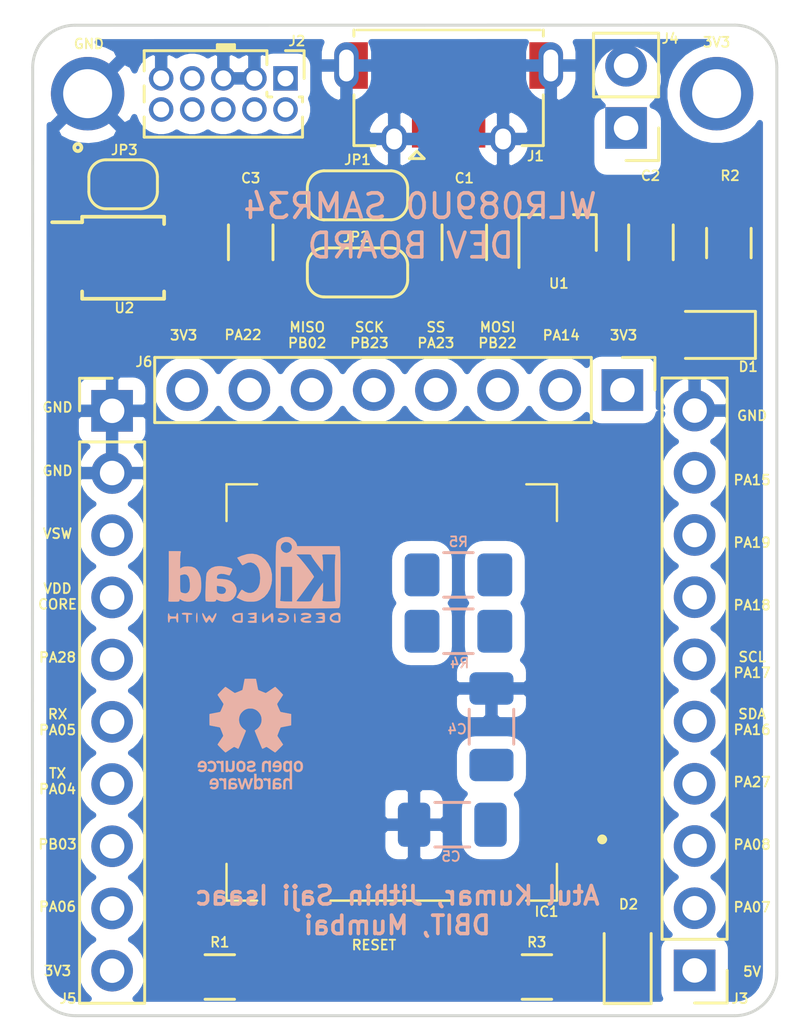
<source format=kicad_pcb>
(kicad_pcb (version 20171130) (host pcbnew "(5.1.8)-1")

  (general
    (thickness 1.6)
    (drawings 44)
    (tracks 0)
    (zones 0)
    (modules 29)
    (nets 38)
  )

  (page A4)
  (title_block
    (title "WLR089U0-SAMR34 Development Board")
    (date 2021-02-04)
    (rev V1)
    (company "Don Bosco Institute of Technology, Mumbai")
    (comment 1 "IEEE SIGHT MTT-S Funded Project (LoRa RMS)")
    (comment 2 "Ankit Kumar, Jithin Saji Isaac")
  )

  (layers
    (0 F.Cu signal)
    (31 B.Cu power)
    (32 B.Adhes user)
    (33 F.Adhes user)
    (34 B.Paste user)
    (35 F.Paste user)
    (36 B.SilkS user)
    (37 F.SilkS user)
    (38 B.Mask user)
    (39 F.Mask user)
    (40 Dwgs.User user)
    (41 Cmts.User user hide)
    (42 Eco1.User user)
    (43 Eco2.User user)
    (44 Edge.Cuts user)
    (45 Margin user)
    (46 B.CrtYd user hide)
    (47 F.CrtYd user hide)
    (48 B.Fab user hide)
    (49 F.Fab user hide)
  )

  (setup
    (last_trace_width 0.25)
    (trace_clearance 0.2)
    (zone_clearance 0.508)
    (zone_45_only no)
    (trace_min 0.2)
    (via_size 0.8)
    (via_drill 0.4)
    (via_min_size 0.4)
    (via_min_drill 0.3)
    (uvia_size 0.3)
    (uvia_drill 0.1)
    (uvias_allowed no)
    (uvia_min_size 0.2)
    (uvia_min_drill 0.1)
    (edge_width 0.05)
    (segment_width 0.2)
    (pcb_text_width 0.3)
    (pcb_text_size 1.5 1.5)
    (mod_edge_width 0.12)
    (mod_text_size 1 1)
    (mod_text_width 0.15)
    (pad_size 1.524 1.524)
    (pad_drill 0.762)
    (pad_to_mask_clearance 0)
    (aux_axis_origin 0 0)
    (visible_elements 7FFFFFFF)
    (pcbplotparams
      (layerselection 0x010fc_ffffffff)
      (usegerberextensions false)
      (usegerberattributes true)
      (usegerberadvancedattributes true)
      (creategerberjobfile true)
      (excludeedgelayer true)
      (linewidth 0.100000)
      (plotframeref false)
      (viasonmask false)
      (mode 1)
      (useauxorigin false)
      (hpglpennumber 1)
      (hpglpenspeed 20)
      (hpglpendiameter 15.000000)
      (psnegative false)
      (psa4output false)
      (plotreference true)
      (plotvalue true)
      (plotinvisibletext false)
      (padsonsilk false)
      (subtractmaskfromsilk false)
      (outputformat 1)
      (mirror false)
      (drillshape 1)
      (scaleselection 1)
      (outputdirectory ""))
  )

  (net 0 "")
  (net 1 +5V)
  (net 2 GND)
  (net 3 /3V3)
  (net 4 "Net-(C3-Pad1)")
  (net 5 "Net-(D1-Pad1)")
  (net 6 +3V3)
  (net 7 PA08)
  (net 8 "Net-(D2-Pad1)")
  (net 9 PA07)
  (net 10 PA27)
  (net 11 S1_I2C_SDA)
  (net 12 S1_I2C_SCL)
  (net 13 PA18)
  (net 14 PA19)
  (net 15 PA15)
  (net 16 PA14)
  (net 17 S5_MOSI)
  (net 18 S5_SS)
  (net 19 S5_SCK)
  (net 20 S5_MISO)
  (net 21 PA22)
  (net 22 USB_DP)
  (net 23 USB_DM)
  (net 24 RESET)
  (net 25 VSW)
  (net 26 VDDCORE)
  (net 27 PA28)
  (net 28 SWDIO)
  (net 29 SWDCLK)
  (net 30 S0_UART_RX)
  (net 31 S0_UART_TX)
  (net 32 PB03)
  (net 33 PA06)
  (net 34 D+)
  (net 35 D-)
  (net 36 "Net-(JP1-Pad1)")
  (net 37 "Net-(JP2-Pad1)")

  (net_class Default "This is the default net class."
    (clearance 0.2)
    (trace_width 0.25)
    (via_dia 0.8)
    (via_drill 0.4)
    (uvia_dia 0.3)
    (uvia_drill 0.1)
    (add_net D+)
    (add_net D-)
    (add_net GND)
    (add_net "Net-(C3-Pad1)")
    (add_net "Net-(D1-Pad1)")
    (add_net "Net-(D2-Pad1)")
    (add_net "Net-(J2-Pad6)")
    (add_net "Net-(J2-Pad7)")
    (add_net "Net-(J2-Pad8)")
    (add_net "Net-(JP1-Pad1)")
    (add_net "Net-(JP2-Pad1)")
    (add_net "Net-(U2-Pad4)")
    (add_net "Net-(U2-Pad5)")
    (add_net "Net-(U2-Pad6)")
    (add_net PA06)
    (add_net PA07)
    (add_net PA08)
    (add_net PA14)
    (add_net PA15)
    (add_net PA18)
    (add_net PA19)
    (add_net PA22)
    (add_net PA27)
    (add_net PA28)
    (add_net PB03)
    (add_net RESET)
    (add_net S0_UART_RX)
    (add_net S0_UART_TX)
    (add_net S1_I2C_SCL)
    (add_net S1_I2C_SDA)
    (add_net S5_MISO)
    (add_net S5_MOSI)
    (add_net S5_SCK)
    (add_net S5_SS)
    (add_net SWDCLK)
    (add_net SWDIO)
    (add_net USB_DM)
    (add_net USB_DP)
    (add_net VDDCORE)
    (add_net VSW)
  )

  (net_class Power ""
    (clearance 0.3)
    (trace_width 0.4)
    (via_dia 0.8)
    (via_drill 0.4)
    (uvia_dia 0.3)
    (uvia_drill 0.1)
    (add_net +3V3)
    (add_net +5V)
    (add_net /3V3)
  )

  (module JithinIsaac_Footprints:KiCad-Logo2_8X4mm_SilkScreen (layer B.Cu) (tedit 5DDE6141) (tstamp 602AE873)
    (at 135.6 102.85 180)
    (fp_text reference G*** (at 0 0) (layer B.SilkS) hide
      (effects (font (size 1.524 1.524) (thickness 0.3)) (justify mirror))
    )
    (fp_text value LOGO (at 0.75 0) (layer B.SilkS) hide
      (effects (font (size 1.524 1.524) (thickness 0.3)) (justify mirror))
    )
    (fp_poly (pts (xy -3.249044 -1.359671) (xy -3.192095 -1.373475) (xy -3.113276 -1.408693) (xy -3.066897 -1.467721)
      (xy -3.062065 -1.478535) (xy -3.040113 -1.570933) (xy -3.063652 -1.64643) (xy -3.118049 -1.702412)
      (xy -3.180727 -1.733404) (xy -3.262537 -1.750986) (xy -3.347318 -1.754693) (xy -3.418908 -1.744056)
      (xy -3.461146 -1.718608) (xy -3.464383 -1.712422) (xy -3.474732 -1.656256) (xy -3.479162 -1.572072)
      (xy -3.478984 -1.561302) (xy -3.4036 -1.561302) (xy -3.4036 -1.6764) (xy -3.302 -1.6764)
      (xy -3.201373 -1.659309) (xy -3.147739 -1.623738) (xy -3.112934 -1.581412) (xy -3.114131 -1.545931)
      (xy -3.131736 -1.515864) (xy -3.18638 -1.467224) (xy -3.263332 -1.434189) (xy -3.338781 -1.425454)
      (xy -3.364073 -1.431037) (xy -3.391833 -1.462811) (xy -3.403107 -1.534622) (xy -3.4036 -1.561302)
      (xy -3.478984 -1.561302) (xy -3.477675 -1.482309) (xy -3.47027 -1.409404) (xy -3.464383 -1.386377)
      (xy -3.427072 -1.356134) (xy -3.35232 -1.347091) (xy -3.249044 -1.359671)) (layer B.SilkS) (width 0.01))
    (fp_poly (pts (xy -2.558249 -1.357601) (xy -2.496386 -1.371878) (xy -2.47005 -1.39065) (xy -2.480029 -1.410162)
      (xy -2.530122 -1.420216) (xy -2.599885 -1.4224) (xy -2.691298 -1.42899) (xy -2.748393 -1.446673)
      (xy -2.765585 -1.472316) (xy -2.740105 -1.50105) (xy -2.689116 -1.518) (xy -2.63525 -1.523611)
      (xy -2.584551 -1.531866) (xy -2.5654 -1.5494) (xy -2.587072 -1.568724) (xy -2.626823 -1.5748)
      (xy -2.711793 -1.585438) (xy -2.760299 -1.61493) (xy -2.7686 -1.639749) (xy -2.747939 -1.662586)
      (xy -2.683271 -1.676779) (xy -2.624557 -1.681482) (xy -2.536027 -1.691508) (xy -2.481594 -1.708983)
      (xy -2.470041 -1.72085) (xy -2.479044 -1.738624) (xy -2.52478 -1.748773) (xy -2.613576 -1.752513)
      (xy -2.63525 -1.7526) (xy -2.72543 -1.750313) (xy -2.794439 -1.744311) (xy -2.827639 -1.73588)
      (xy -2.827867 -1.735666) (xy -2.838076 -1.700493) (xy -2.843268 -1.632099) (xy -2.843677 -1.547791)
      (xy -2.839535 -1.464877) (xy -2.831074 -1.400664) (xy -2.823049 -1.376633) (xy -2.787602 -1.359129)
      (xy -2.720535 -1.350564) (xy -2.638524 -1.350275) (xy -2.558249 -1.357601)) (layer B.SilkS) (width 0.01))
    (fp_poly (pts (xy -1.923202 -1.36908) (xy -1.922522 -1.369341) (xy -1.872618 -1.397775) (xy -1.867981 -1.422066)
      (xy -1.903094 -1.436864) (xy -1.972438 -1.436819) (xy -1.989803 -1.434576) (xy -2.073342 -1.430306)
      (xy -2.146683 -1.439505) (xy -2.159 -1.443442) (xy -2.2225 -1.467968) (xy -2.150997 -1.495984)
      (xy -2.078918 -1.516855) (xy -2.023299 -1.524) (xy -1.959806 -1.538343) (xy -1.899036 -1.57307)
      (xy -1.85983 -1.615721) (xy -1.8542 -1.635803) (xy -1.877593 -1.692886) (xy -1.944803 -1.732012)
      (xy -2.051384 -1.751063) (xy -2.099617 -1.7526) (xy -2.18354 -1.749975) (xy -2.245674 -1.743169)
      (xy -2.269067 -1.735666) (xy -2.285545 -1.706153) (xy -2.261681 -1.687464) (xy -2.193767 -1.678139)
      (xy -2.118784 -1.6764) (xy -2.019195 -1.671061) (xy -1.968136 -1.656708) (xy -1.966189 -1.635836)
      (xy -2.013938 -1.610938) (xy -2.098004 -1.587573) (xy -2.17713 -1.567485) (xy -2.237396 -1.548137)
      (xy -2.255158 -1.540063) (xy -2.282919 -1.497523) (xy -2.278047 -1.440472) (xy -2.247887 -1.396988)
      (xy -2.18655 -1.369324) (xy -2.097414 -1.354212) (xy -2.002344 -1.353512) (xy -1.923202 -1.36908)) (layer B.SilkS) (width 0.01))
    (fp_poly (pts (xy -1.596837 -1.404225) (xy -1.588761 -1.488869) (xy -1.5875 -1.553633) (xy -1.591373 -1.662909)
      (xy -1.603463 -1.726116) (xy -1.620364 -1.746621) (xy -1.637032 -1.740784) (xy -1.645805 -1.704287)
      (xy -1.647697 -1.629604) (xy -1.645764 -1.558237) (xy -1.637313 -1.446342) (xy -1.62425 -1.383209)
      (xy -1.609712 -1.369088) (xy -1.596837 -1.404225)) (layer B.SilkS) (width 0.01))
    (fp_poly (pts (xy -0.99133 -1.371209) (xy -0.952722 -1.400622) (xy -0.963477 -1.421348) (xy -1.023882 -1.433573)
      (xy -1.0929 -1.437116) (xy -1.202004 -1.450485) (xy -1.26808 -1.486564) (xy -1.294551 -1.547505)
      (xy -1.2954 -1.564316) (xy -1.272972 -1.625949) (xy -1.207887 -1.663963) (xy -1.108069 -1.6764)
      (xy -1.039582 -1.669362) (xy -1.00644 -1.652279) (xy -1.013948 -1.631193) (xy -1.054276 -1.615125)
      (xy -1.107342 -1.592876) (xy -1.114439 -1.570282) (xy -1.07972 -1.555266) (xy -1.02235 -1.554216)
      (xy -0.957111 -1.565476) (xy -0.926913 -1.591675) (xy -0.918338 -1.624176) (xy -0.929923 -1.690818)
      (xy -0.954943 -1.719426) (xy -1.020196 -1.743802) (xy -1.11102 -1.751033) (xy -1.205159 -1.741097)
      (xy -1.27 -1.719732) (xy -1.339715 -1.663464) (xy -1.377701 -1.58941) (xy -1.377132 -1.513285)
      (xy -1.368605 -1.492735) (xy -1.32861 -1.435232) (xy -1.297602 -1.404531) (xy -1.22988 -1.373752)
      (xy -1.139563 -1.356712) (xy -1.050432 -1.355996) (xy -0.99133 -1.371209)) (layer B.SilkS) (width 0.01))
    (fp_poly (pts (xy -0.303188 -1.381731) (xy -0.292406 -1.440116) (xy -0.285773 -1.518893) (xy -0.283906 -1.602898)
      (xy -0.287424 -1.676971) (xy -0.296946 -1.725947) (xy -0.302177 -1.734736) (xy -0.335908 -1.732853)
      (xy -0.401303 -1.69191) (xy -0.479782 -1.628041) (xy -0.632114 -1.496074) (xy -0.639907 -1.616001)
      (xy -0.652115 -1.694329) (xy -0.673333 -1.739881) (xy -0.698524 -1.746585) (xy -0.720771 -1.713496)
      (xy -0.731807 -1.655949) (xy -0.735848 -1.573037) (xy -0.733333 -1.484592) (xy -0.724702 -1.410448)
      (xy -0.713265 -1.374071) (xy -0.693475 -1.362609) (xy -0.657945 -1.376351) (xy -0.599304 -1.419354)
      (xy -0.540234 -1.469321) (xy -0.467477 -1.530983) (xy -0.409617 -1.577014) (xy -0.376966 -1.59929)
      (xy -0.374072 -1.6002) (xy -0.363462 -1.577413) (xy -0.354089 -1.519447) (xy -0.350642 -1.47955)
      (xy -0.341328 -1.409185) (xy -0.32633 -1.365708) (xy -0.3175 -1.3589) (xy -0.303188 -1.381731)) (layer B.SilkS) (width 0.01))
    (fp_poly (pts (xy 0.118625 -1.351389) (xy 0.221336 -1.360662) (xy 0.283088 -1.376886) (xy 0.298542 -1.39065)
      (xy 0.288626 -1.410076) (xy 0.238769 -1.420142) (xy 0.167216 -1.4224) (xy 0.080191 -1.426253)
      (xy 0.035668 -1.43911) (xy 0.0254 -1.457782) (xy 0.048599 -1.497783) (xy 0.113418 -1.520286)
      (xy 0.167177 -1.524) (xy 0.213908 -1.532961) (xy 0.2286 -1.5494) (xy 0.206066 -1.565305)
      (xy 0.149774 -1.574152) (xy 0.127 -1.5748) (xy 0.060529 -1.57906) (xy 0.031152 -1.596278)
      (xy 0.0254 -1.6256) (xy 0.031463 -1.654957) (xy 0.05768 -1.67025) (xy 0.116089 -1.675858)
      (xy 0.1651 -1.6764) (xy 0.249347 -1.67982) (xy 0.292721 -1.691822) (xy 0.3048 -1.7145)
      (xy 0.294343 -1.7352) (xy 0.256745 -1.747047) (xy 0.182663 -1.752044) (xy 0.127 -1.7526)
      (xy -0.0508 -1.7526) (xy -0.0508 -1.343878) (xy 0.118625 -1.351389)) (layer B.SilkS) (width 0.01))
    (fp_poly (pts (xy 0.670272 -1.364131) (xy 0.797968 -1.383284) (xy 0.88627 -1.4294) (xy 0.932832 -1.500854)
      (xy 0.9398 -1.551013) (xy 0.921901 -1.640087) (xy 0.866117 -1.701283) (xy 0.769313 -1.737065)
      (xy 0.689942 -1.747382) (xy 0.598251 -1.751064) (xy 0.545798 -1.744376) (xy 0.521774 -1.725656)
      (xy 0.519756 -1.721201) (xy 0.513365 -1.677271) (xy 0.51334 -1.6764) (xy 0.5842 -1.6764)
      (xy 0.683985 -1.6764) (xy 0.762598 -1.666086) (xy 0.819738 -1.640071) (xy 0.823685 -1.636485)
      (xy 0.85899 -1.574603) (xy 0.855183 -1.511056) (xy 0.830589 -1.477424) (xy 0.785705 -1.456295)
      (xy 0.714285 -1.437213) (xy 0.690889 -1.432967) (xy 0.5842 -1.415907) (xy 0.5842 -1.6764)
      (xy 0.51334 -1.6764) (xy 0.511141 -1.600507) (xy 0.513042 -1.521324) (xy 0.5207 -1.3589)
      (xy 0.670272 -1.364131)) (layer B.SilkS) (width 0.01))
    (fp_poly (pts (xy 2.163959 -1.366399) (xy 2.165867 -1.399454) (xy 2.149328 -1.463087) (xy 2.12023 -1.543284)
      (xy 2.084463 -1.626031) (xy 2.047915 -1.697315) (xy 2.016476 -1.743123) (xy 2.001658 -1.7526)
      (xy 1.974955 -1.732669) (xy 1.939879 -1.683947) (xy 1.935568 -1.67656) (xy 1.903043 -1.625549)
      (xy 1.880393 -1.600798) (xy 1.878726 -1.60036) (xy 1.858118 -1.61981) (xy 1.825364 -1.667706)
      (xy 1.82014 -1.6764) (xy 1.784783 -1.727406) (xy 1.757363 -1.752157) (xy 1.754924 -1.7526)
      (xy 1.735523 -1.731185) (xy 1.702248 -1.674418) (xy 1.661527 -1.593511) (xy 1.651793 -1.572687)
      (xy 1.606847 -1.465904) (xy 1.588794 -1.397938) (xy 1.59524 -1.366399) (xy 1.620164 -1.367783)
      (xy 1.656233 -1.413629) (xy 1.690724 -1.476406) (xy 1.729932 -1.550069) (xy 1.75525 -1.583967)
      (xy 1.773735 -1.584613) (xy 1.787967 -1.566193) (xy 1.827787 -1.505326) (xy 1.84785 -1.477349)
      (xy 1.871496 -1.454231) (xy 1.895306 -1.458751) (xy 1.927442 -1.496787) (xy 1.971232 -1.566193)
      (xy 1.989287 -1.586985) (xy 2.008665 -1.579612) (xy 2.036422 -1.537561) (xy 2.068475 -1.476406)
      (xy 2.113976 -1.396653) (xy 2.146814 -1.363112) (xy 2.163959 -1.366399)) (layer B.SilkS) (width 0.01))
    (fp_poly (pts (xy 2.400178 -1.369964) (xy 2.409018 -1.434845) (xy 2.412915 -1.531222) (xy 2.413 -1.5494)
      (xy 2.410029 -1.650029) (xy 2.401919 -1.720744) (xy 2.389872 -1.751922) (xy 2.3876 -1.7526)
      (xy 2.375021 -1.728835) (xy 2.366181 -1.663954) (xy 2.362284 -1.567577) (xy 2.3622 -1.5494)
      (xy 2.36517 -1.44877) (xy 2.37328 -1.378055) (xy 2.385327 -1.346877) (xy 2.3876 -1.3462)
      (xy 2.400178 -1.369964)) (layer B.SilkS) (width 0.01))
    (fp_poly (pts (xy 2.957126 -1.352661) (xy 2.98838 -1.363071) (xy 2.99718 -1.381957) (xy 2.9972 -1.383272)
      (xy 2.97926 -1.411908) (xy 2.920763 -1.422238) (xy 2.9083 -1.4224) (xy 2.8194 -1.4224)
      (xy 2.8194 -1.5875) (xy 2.816856 -1.680107) (xy 2.807767 -1.731578) (xy 2.789946 -1.751391)
      (xy 2.7813 -1.7526) (xy 2.759929 -1.741577) (xy 2.748051 -1.702193) (xy 2.743478 -1.624969)
      (xy 2.7432 -1.5875) (xy 2.7432 -1.4224) (xy 2.652183 -1.4224) (xy 2.587899 -1.415203)
      (xy 2.57097 -1.39324) (xy 2.571677 -1.39065) (xy 2.604302 -1.371137) (xy 2.686985 -1.357771)
      (xy 2.789694 -1.351522) (xy 2.894029 -1.349291) (xy 2.957126 -1.352661)) (layer B.SilkS) (width 0.01))
    (fp_poly (pts (xy 3.197812 -1.367582) (xy 3.218113 -1.410123) (xy 3.225765 -1.468927) (xy 3.23378 -1.493226)
      (xy 3.265497 -1.504131) (xy 3.332349 -1.504431) (xy 3.363996 -1.502684) (xy 3.444399 -1.495364)
      (xy 3.487145 -1.48208) (xy 3.505377 -1.456478) (xy 3.510081 -1.432044) (xy 3.524899 -1.385285)
      (xy 3.5433 -1.37081) (xy 3.557506 -1.394042) (xy 3.566048 -1.452554) (xy 3.569113 -1.531164)
      (xy 3.566887 -1.614691) (xy 3.559559 -1.687951) (xy 3.547315 -1.735764) (xy 3.538674 -1.745675)
      (xy 3.515115 -1.730846) (xy 3.50093 -1.675095) (xy 3.500574 -1.671591) (xy 3.493105 -1.622282)
      (xy 3.473875 -1.596396) (xy 3.429211 -1.584958) (xy 3.360853 -1.579881) (xy 3.283863 -1.57678)
      (xy 3.243948 -1.583891) (xy 3.227472 -1.608461) (xy 3.221153 -1.654125) (xy 3.206727 -1.713618)
      (xy 3.182783 -1.74586) (xy 3.18135 -1.74641) (xy 3.164188 -1.737654) (xy 3.154072 -1.693302)
      (xy 3.149877 -1.606962) (xy 3.1496 -1.565715) (xy 3.152419 -1.472082) (xy 3.159869 -1.39976)
      (xy 3.17044 -1.362382) (xy 3.172338 -1.360544) (xy 3.197812 -1.367582)) (layer B.SilkS) (width 0.01))
    (fp_poly (pts (xy -1.093331 1.715901) (xy -1.002323 1.664677) (xy -0.966757 1.637693) (xy -0.936734 1.612591)
      (xy -0.911786 1.585061) (xy -0.891443 1.550793) (xy -0.875237 1.505476) (xy -0.862697 1.444802)
      (xy -0.853356 1.36446) (xy -0.846744 1.260141) (xy -0.842391 1.127534) (xy -0.839829 0.962331)
      (xy -0.838589 0.76022) (xy -0.838201 0.516892) (xy -0.838197 0.228037) (xy -0.8382 0.156837)
      (xy -0.838201 -1.13665) (xy -0.917575 -1.152525) (xy -0.957717 -1.155522) (xy -1.041994 -1.158111)
      (xy -1.164234 -1.160294) (xy -1.31826 -1.162073) (xy -1.497898 -1.16345) (xy -1.696974 -1.164427)
      (xy -1.909312 -1.165008) (xy -2.128739 -1.165194) (xy -2.349079 -1.164987) (xy -2.564159 -1.164391)
      (xy -2.767802 -1.163407) (xy -2.953834 -1.162038) (xy -3.116082 -1.160286) (xy -3.248369 -1.158153)
      (xy -3.344522 -1.155642) (xy -3.398366 -1.152755) (xy -3.406387 -1.151577) (xy -3.431615 -1.129563)
      (xy -3.449547 -1.073864) (xy -3.462805 -0.976137) (xy -3.463357 -0.970373) (xy -3.467718 -0.896309)
      (xy -3.468967 -0.856196) (xy -3.291667 -0.856196) (xy -3.288216 -0.865355) (xy -3.258064 -0.875445)
      (xy -3.190702 -0.882799) (xy -3.099654 -0.887205) (xy -2.998449 -0.88845) (xy -2.900612 -0.886321)
      (xy -2.819669 -0.880604) (xy -2.776547 -0.873408) (xy -2.738319 -0.855001) (xy -2.736887 -0.819077)
      (xy -2.744797 -0.795901) (xy -2.754163 -0.746413) (xy -2.761794 -0.658773) (xy -2.766876 -0.545621)
      (xy -2.7686 -0.426908) (xy -2.7686 -0.120523) (xy -2.575178 -0.384111) (xy -2.476564 -0.521366)
      (xy -2.404787 -0.628972) (xy -2.354238 -0.716366) (xy -2.319302 -0.792985) (xy -2.301352 -0.84455)
      (xy -2.290062 -0.863513) (xy -2.264359 -0.876236) (xy -2.21562 -0.88392) (xy -2.135224 -0.887764)
      (xy -2.014546 -0.888969) (xy -1.981998 -0.889) (xy -1.864165 -0.887792) (xy -1.767423 -0.884502)
      (xy -1.701575 -0.879628) (xy -1.676424 -0.873667) (xy -1.6764 -0.873475) (xy -1.691338 -0.84712)
      (xy -1.730111 -0.794483) (xy -1.773587 -0.740125) (xy -1.814124 -0.688408) (xy -1.875659 -0.606762)
      (xy -1.952149 -0.503518) (xy -2.03755 -0.387006) (xy -2.125819 -0.265558) (xy -2.210914 -0.147505)
      (xy -2.286791 -0.041178) (xy -2.347406 0.045092) (xy -2.386717 0.102974) (xy -2.396338 0.118391)
      (xy -2.38609 0.145717) (xy -2.348628 0.204932) (xy -2.289384 0.288999) (xy -2.213786 0.390885)
      (xy -2.127268 0.503554) (xy -2.103693 0.533384) (xy -1.5113 0.533384) (xy -1.5113 -0.889012)
      (xy -1.2954 -0.887221) (xy -1.190854 -0.884434) (xy -1.102417 -0.878594) (xy -1.045101 -0.870804)
      (xy -1.035981 -0.868158) (xy -1.007013 -0.842382) (xy -1.016542 -0.812793) (xy -1.023288 -0.777387)
      (xy -1.029286 -0.697969) (xy -1.034294 -0.581327) (xy -1.038074 -0.434246) (xy -1.040385 -0.263512)
      (xy -1.041012 -0.12065) (xy -1.0414 0.5334) (xy -1.5113 0.533384) (xy -2.103693 0.533384)
      (xy -2.035258 0.619972) (xy -1.943188 0.733104) (xy -1.856489 0.835916) (xy -1.780591 0.921372)
      (xy -1.757324 0.94615) (xy -1.666091 1.0414) (xy -1.973292 1.041401) (xy -2.102453 1.041039)
      (xy -2.18967 1.038851) (xy -2.2438 1.03318) (xy -2.273699 1.02237) (xy -2.288222 1.004764)
      (xy -2.295624 0.981117) (xy -2.316179 0.939756) (xy -2.362194 0.867698) (xy -2.427504 0.774002)
      (xy -2.505942 0.667727) (xy -2.533327 0.631867) (xy -2.7559 0.3429) (xy -2.763999 0.456752)
      (xy -2.767515 0.556489) (xy -2.766189 0.671695) (xy -2.760835 0.78817) (xy -2.752267 0.891713)
      (xy -2.741296 0.968123) (xy -2.733061 0.99695) (xy -2.727961 1.01594) (xy -2.738892 1.028606)
      (xy -2.773674 1.036215) (xy -2.840127 1.040029) (xy -2.946069 1.041312) (xy -3.008077 1.0414)
      (xy -3.133924 1.040992) (xy -3.216743 1.038821) (xy -3.264301 1.033471) (xy -3.284368 1.023526)
      (xy -3.284714 1.007568) (xy -3.277494 0.99227) (xy -3.270485 0.954639) (xy -3.264524 0.874606)
      (xy -3.259615 0.759228) (xy -3.255758 0.615565) (xy -3.252957 0.450677) (xy -3.251212 0.271621)
      (xy -3.250525 0.085456) (xy -3.250899 -0.100758) (xy -3.252336 -0.279963) (xy -3.254836 -0.445099)
      (xy -3.258402 -0.589109) (xy -3.263036 -0.704933) (xy -3.26874 -0.785513) (xy -3.275516 -0.823788)
      (xy -3.277015 -0.825756) (xy -3.291667 -0.856196) (xy -3.468967 -0.856196) (xy -3.471369 -0.77907)
      (xy -3.474311 -0.626275) (xy -3.476543 -0.445544) (xy -3.478066 -0.244498) (xy -3.47888 -0.030756)
      (xy -3.478986 0.188061) (xy -3.478385 0.404336) (xy -3.477076 0.610446) (xy -3.475059 0.798773)
      (xy -3.472336 0.961696) (xy -3.468907 1.091597) (xy -3.464772 1.180854) (xy -3.463247 1.20015)
      (xy -3.452702 1.311807) (xy -1.502583 1.311807) (xy -1.475873 1.22392) (xy -1.420452 1.157958)
      (xy -1.348589 1.113242) (xy -1.277159 1.092474) (xy -1.27 1.0922) (xy -1.2006 1.109226)
      (xy -1.127236 1.151743) (xy -1.119549 1.157958) (xy -1.057035 1.237951) (xy -1.036592 1.327275)
      (xy -1.053951 1.414451) (xy -1.104841 1.487998) (xy -1.184993 1.536435) (xy -1.265137 1.5494)
      (xy -1.367426 1.52906) (xy -1.444002 1.475359) (xy -1.490507 1.399281) (xy -1.502583 1.311807)
      (xy -3.452702 1.311807) (xy -3.447055 1.3716) (xy -1.70815 1.3716) (xy -1.692088 1.451911)
      (xy -1.655802 1.532401) (xy -1.586745 1.615748) (xy -1.500014 1.687798) (xy -1.410704 1.734396)
      (xy -1.382867 1.741845) (xy -1.232721 1.748988) (xy -1.093331 1.715901)) (layer B.SilkS) (width 0.01))
    (fp_poly (pts (xy 0.331328 1.047159) (xy 0.549862 0.982227) (xy 0.603945 0.959572) (xy 0.736602 0.901027)
      (xy 0.644299 0.761664) (xy 0.594109 0.686935) (xy 0.553839 0.628877) (xy 0.53348 0.601653)
      (xy 0.503546 0.602219) (xy 0.448997 0.627341) (xy 0.419037 0.646103) (xy 0.2976 0.701652)
      (xy 0.174418 0.709326) (xy 0.056645 0.671266) (xy -0.048565 0.58961) (xy -0.12512 0.483314)
      (xy -0.167223 0.371986) (xy -0.193513 0.22865) (xy -0.202618 0.070004) (xy -0.193168 -0.087256)
      (xy -0.178824 -0.170446) (xy -0.126593 -0.313318) (xy -0.045399 -0.424686) (xy 0.057259 -0.501209)
      (xy 0.173881 -0.539552) (xy 0.296969 -0.536376) (xy 0.419023 -0.488344) (xy 0.464616 -0.456817)
      (xy 0.515652 -0.421652) (xy 0.550308 -0.406417) (xy 0.550915 -0.4064) (xy 0.573785 -0.426696)
      (xy 0.613432 -0.480204) (xy 0.661741 -0.555855) (xy 0.667293 -0.56515) (xy 0.761467 -0.7239)
      (xy 0.590788 -0.80645) (xy 0.50174 -0.847034) (xy 0.428127 -0.871664) (xy 0.350979 -0.884235)
      (xy 0.251328 -0.888641) (xy 0.188711 -0.889) (xy 0.071334 -0.887187) (xy -0.013576 -0.879279)
      (xy -0.084294 -0.861569) (xy -0.159099 -0.83035) (xy -0.200757 -0.810011) (xy -0.363364 -0.701081)
      (xy -0.495565 -0.554177) (xy -0.594566 -0.373964) (xy -0.657575 -0.16511) (xy -0.678171 -0.0127)
      (xy -0.675456 0.23275) (xy -0.628682 0.453006) (xy -0.537775 0.648291) (xy -0.402661 0.818828)
      (xy -0.400745 0.820752) (xy -0.239684 0.950185) (xy -0.063769 1.031094) (xy 0.126676 1.063433)
      (xy 0.331328 1.047159)) (layer B.SilkS) (width 0.01))
    (fp_poly (pts (xy 1.638759 0.539953) (xy 1.781479 0.487091) (xy 1.89411 0.404416) (xy 1.969403 0.296153)
      (xy 1.982833 0.261752) (xy 1.993718 0.206675) (xy 2.003909 0.114945) (xy 2.013113 -0.004403)
      (xy 2.021037 -0.142331) (xy 2.027387 -0.289804) (xy 2.031871 -0.437785) (xy 2.034196 -0.577239)
      (xy 2.034067 -0.699128) (xy 2.031193 -0.794417) (xy 2.025281 -0.854069) (xy 2.019527 -0.869561)
      (xy 1.982986 -0.87874) (xy 1.910603 -0.885522) (xy 1.817325 -0.888564) (xy 1.807372 -0.888611)
      (xy 1.709915 -0.887262) (xy 1.651846 -0.880832) (xy 1.621806 -0.8665) (xy 1.608432 -0.841448)
      (xy 1.607789 -0.839077) (xy 1.597431 -0.809116) (xy 1.578613 -0.802362) (xy 1.53711 -0.818818)
      (xy 1.496879 -0.839077) (xy 1.390851 -0.873458) (xy 1.261755 -0.887573) (xy 1.132669 -0.880728)
      (xy 1.0287 -0.853144) (xy 0.915208 -0.775507) (xy 0.826714 -0.65696) (xy 0.801312 -0.603719)
      (xy 0.765117 -0.459451) (xy 0.768273 -0.427386) (xy 1.1938 -0.427386) (xy 1.210435 -0.496606)
      (xy 1.235836 -0.537749) (xy 1.297454 -0.572895) (xy 1.382494 -0.583358) (xy 1.469694 -0.568618)
      (xy 1.518348 -0.544659) (xy 1.553841 -0.50909) (xy 1.570739 -0.456401) (xy 1.5748 -0.376414)
      (xy 1.5748 -0.247709) (xy 1.435493 -0.259261) (xy 1.312146 -0.28342) (xy 1.231831 -0.331361)
      (xy 1.195792 -0.402221) (xy 1.1938 -0.427386) (xy 0.768273 -0.427386) (xy 0.778546 -0.323048)
      (xy 0.840564 -0.1986) (xy 0.926643 -0.108595) (xy 1.036171 -0.037985) (xy 1.167041 0.007002)
      (xy 1.330266 0.029641) (xy 1.40335 0.033073) (xy 1.49443 0.036884) (xy 1.545895 0.044703)
      (xy 1.568932 0.060578) (xy 1.574725 0.088554) (xy 1.5748 0.095097) (xy 1.553691 0.173773)
      (xy 1.494358 0.225629) (xy 1.402791 0.248864) (xy 1.28498 0.241674) (xy 1.179579 0.214076)
      (xy 1.110288 0.192515) (xy 1.064433 0.181955) (xy 1.054813 0.182326) (xy 1.031737 0.219873)
      (xy 1.00032 0.283296) (xy 0.969 0.353816) (xy 0.946216 0.412652) (xy 0.9398 0.438276)
      (xy 0.963088 0.459102) (xy 1.025162 0.483057) (xy 1.114337 0.507499) (xy 1.218926 0.52979)
      (xy 1.327246 0.547289) (xy 1.427609 0.557356) (xy 1.4732 0.558777) (xy 1.638759 0.539953)) (layer B.SilkS) (width 0.01))
    (fp_poly (pts (xy 3.5306 1.1684) (xy 3.530946 0.19685) (xy 3.531415 -0.02251) (xy 3.532601 -0.227521)
      (xy 3.534413 -0.412247) (xy 3.536761 -0.570748) (xy 3.539555 -0.697087) (xy 3.542705 -0.785327)
      (xy 3.546119 -0.829529) (xy 3.546609 -0.83185) (xy 3.551771 -0.858756) (xy 3.54366 -0.875532)
      (xy 3.513224 -0.884569) (xy 3.451411 -0.88826) (xy 3.349168 -0.888996) (xy 3.330362 -0.889)
      (xy 3.220918 -0.888171) (xy 3.152654 -0.88428) (xy 3.115962 -0.875218) (xy 3.101232 -0.858877)
      (xy 3.0988 -0.8382) (xy 3.095981 -0.80112) (xy 3.080184 -0.791382) (xy 3.040396 -0.808976)
      (xy 2.991463 -0.838105) (xy 2.896626 -0.874059) (xy 2.776481 -0.889961) (xy 2.651532 -0.885683)
      (xy 2.542285 -0.861103) (xy 2.499874 -0.841108) (xy 2.393176 -0.75336) (xy 2.301403 -0.636654)
      (xy 2.240205 -0.511498) (xy 2.234747 -0.493683) (xy 2.219762 -0.404826) (xy 2.212461 -0.280698)
      (xy 2.212583 -0.266619) (xy 2.667737 -0.266619) (xy 2.674772 -0.365371) (xy 2.694103 -0.436444)
      (xy 2.727966 -0.491096) (xy 2.746794 -0.511594) (xy 2.797304 -0.547264) (xy 2.861219 -0.555113)
      (xy 2.899545 -0.551332) (xy 2.973741 -0.535065) (xy 3.029512 -0.512) (xy 3.036296 -0.507173)
      (xy 3.052411 -0.482481) (xy 3.063363 -0.434741) (xy 3.06995 -0.356242) (xy 3.072969 -0.239275)
      (xy 3.0734 -0.148661) (xy 3.0734 0.179058) (xy 3.004979 0.205071) (xy 2.891979 0.229777)
      (xy 2.802041 0.209239) (xy 2.735207 0.143502) (xy 2.691521 0.032607) (xy 2.671024 -0.123403)
      (xy 2.670761 -0.12893) (xy 2.667737 -0.266619) (xy 2.212583 -0.266619) (xy 2.213718 -0.136372)
      (xy 2.213829 -0.133586) (xy 2.221287 -0.004927) (xy 2.233881 0.090145) (xy 2.255156 0.168816)
      (xy 2.288657 0.248272) (xy 2.295528 0.262492) (xy 2.375858 0.393937) (xy 2.470892 0.481105)
      (xy 2.589931 0.529737) (xy 2.742274 0.545574) (xy 2.754151 0.545603) (xy 2.872512 0.5401)
      (xy 2.954631 0.522638) (xy 3.00355 0.498232) (xy 3.0734 0.451358) (xy 3.0734 0.760749)
      (xy 3.071308 0.885253) (xy 3.065616 0.994504) (xy 3.057197 1.076592) (xy 3.047106 1.11927)
      (xy 3.037893 1.141517) (xy 3.044444 1.155784) (xy 3.074978 1.16384) (xy 3.137715 1.16745)
      (xy 3.240871 1.16838) (xy 3.275706 1.168401) (xy 3.5306 1.1684)) (layer B.SilkS) (width 0.01))
  )

  (module JithinIsaac_Footprints:OSHW_Logo_4.3x4.5mm (layer B.Cu) (tedit 5DDE62DD) (tstamp 602AE7E5)
    (at 135.4 109.15 180)
    (fp_text reference G*** (at 0 0) (layer B.SilkS) hide
      (effects (font (size 1.524 1.524) (thickness 0.3)) (justify mirror))
    )
    (fp_text value LOGO (at 0.75 0) (layer B.SilkS) hide
      (effects (font (size 1.524 1.524) (thickness 0.3)) (justify mirror))
    )
    (fp_poly (pts (xy -1.083484 -1.801696) (xy -1.05411 -1.803312) (xy -1.032606 -1.805766) (xy -1.015557 -1.809727)
      (xy -0.999546 -1.815864) (xy -0.991282 -1.819753) (xy -0.960026 -1.839874) (xy -0.937598 -1.865983)
      (xy -0.925459 -1.890889) (xy -0.923016 -1.901314) (xy -0.920957 -1.91904) (xy -0.919242 -1.944859)
      (xy -0.91783 -1.97956) (xy -0.91668 -2.023934) (xy -0.915752 -2.078771) (xy -0.915717 -2.081389)
      (xy -0.913408 -2.252134) (xy -1.010355 -2.252134) (xy -1.010355 -2.217263) (xy -1.027464 -2.231659)
      (xy -1.044929 -2.24312) (xy -1.064227 -2.251495) (xy -1.065564 -2.251885) (xy -1.091954 -2.256207)
      (xy -1.123571 -2.257053) (xy -1.154937 -2.254532) (xy -1.177859 -2.249653) (xy -1.214305 -2.233374)
      (xy -1.243801 -2.210094) (xy -1.264876 -2.181161) (xy -1.27242 -2.163088) (xy -1.277297 -2.131872)
      (xy -1.276233 -2.119621) (xy -1.190678 -2.119621) (xy -1.184449 -2.138703) (xy -1.170564 -2.154935)
      (xy -1.149956 -2.165951) (xy -1.142679 -2.167869) (xy -1.125296 -2.169835) (xy -1.102163 -2.170362)
      (xy -1.0773 -2.169594) (xy -1.054727 -2.16768) (xy -1.038462 -2.164767) (xy -1.03602 -2.163965)
      (xy -1.024178 -2.153787) (xy -1.015501 -2.134876) (xy -1.010877 -2.109557) (xy -1.010355 -2.096754)
      (xy -1.010355 -2.064992) (xy -1.086118 -2.066841) (xy -1.116967 -2.067716) (xy -1.138676 -2.068826)
      (xy -1.153394 -2.070539) (xy -1.16327 -2.073226) (xy -1.170452 -2.077255) (xy -1.176429 -2.082373)
      (xy -1.188316 -2.100056) (xy -1.190678 -2.119621) (xy -1.276233 -2.119621) (xy -1.274352 -2.097976)
      (xy -1.264498 -2.065085) (xy -1.248649 -2.036887) (xy -1.238278 -2.025244) (xy -1.223132 -2.012664)
      (xy -1.207039 -2.003343) (xy -1.187912 -1.996746) (xy -1.16367 -1.992335) (xy -1.132226 -1.989575)
      (xy -1.093611 -1.987986) (xy -1.010355 -1.985614) (xy -1.010355 -1.954814) (xy -1.01145 -1.935211)
      (xy -1.014251 -1.918825) (xy -1.016454 -1.912618) (xy -1.029051 -1.899994) (xy -1.050193 -1.890762)
      (xy -1.077411 -1.885825) (xy -1.091313 -1.885245) (xy -1.122821 -1.886563) (xy -1.145904 -1.890959)
      (xy -1.163164 -1.899093) (xy -1.171296 -1.905564) (xy -1.185642 -1.918859) (xy -1.219354 -1.89268)
      (xy -1.235509 -1.879605) (xy -1.247441 -1.86894) (xy -1.252932 -1.862688) (xy -1.253066 -1.862201)
      (xy -1.249111 -1.856451) (xy -1.238916 -1.846164) (xy -1.229229 -1.837498) (xy -1.205438 -1.820714)
      (xy -1.178653 -1.80942) (xy -1.146682 -1.803077) (xy -1.107331 -1.801146) (xy -1.083484 -1.801696)) (layer B.SilkS) (width 0.01))
    (fp_poly (pts (xy -0.158044 -2.252134) (xy -0.248355 -2.252134) (xy -0.248355 -2.232378) (xy -0.249852 -2.217573)
      (xy -0.254817 -2.213405) (xy -0.263961 -2.219563) (xy -0.268004 -2.223793) (xy -0.282789 -2.234667)
      (xy -0.304901 -2.244716) (xy -0.330387 -2.252581) (xy -0.355298 -2.256907) (xy -0.365689 -2.257332)
      (xy -0.388103 -2.255131) (xy -0.410631 -2.250219) (xy -0.415513 -2.24865) (xy -0.445434 -2.232966)
      (xy -0.47284 -2.209374) (xy -0.494056 -2.181192) (xy -0.497626 -2.174507) (xy -0.50209 -2.164879)
      (xy -0.505416 -2.155459) (xy -0.507771 -2.144447) (xy -0.509322 -2.130044) (xy -0.510235 -2.110451)
      (xy -0.510677 -2.083867) (xy -0.510784 -2.056318) (xy -0.422501 -2.056318) (xy -0.418395 -2.094298)
      (xy -0.40964 -2.123311) (xy -0.395979 -2.144126) (xy -0.377153 -2.157513) (xy -0.371583 -2.159798)
      (xy -0.34199 -2.166436) (xy -0.314202 -2.163171) (xy -0.295818 -2.155929) (xy -0.279568 -2.146434)
      (xy -0.267689 -2.134803) (xy -0.259547 -2.119229) (xy -0.254505 -2.097908) (xy -0.251928 -2.069036)
      (xy -0.25118 -2.030808) (xy -0.251179 -2.029178) (xy -0.251413 -1.997587) (xy -0.252315 -1.974819)
      (xy -0.254184 -1.958413) (xy -0.257321 -1.945912) (xy -0.262023 -1.934853) (xy -0.262854 -1.933223)
      (xy -0.279671 -1.911625) (xy -0.302233 -1.897571) (xy -0.328053 -1.891089) (xy -0.354643 -1.892207)
      (xy -0.379515 -1.900953) (xy -0.400182 -1.917355) (xy -0.409886 -1.931562) (xy -0.41583 -1.949249)
      (xy -0.419967 -1.976424) (xy -0.422215 -2.008602) (xy -0.422501 -2.056318) (xy -0.510784 -2.056318)
      (xy -0.510815 -2.048493) (xy -0.510822 -2.032) (xy -0.510552 -1.985843) (xy -0.509468 -1.949297)
      (xy -0.507157 -1.920689) (xy -0.503206 -1.89835) (xy -0.497201 -1.880607) (xy -0.48873 -1.865789)
      (xy -0.47738 -1.852225) (xy -0.463012 -1.83849) (xy -0.434533 -1.817448) (xy -0.404399 -1.80531)
      (xy -0.369025 -1.800752) (xy -0.360589 -1.800633) (xy -0.3358 -1.803469) (xy -0.30957 -1.810901)
      (xy -0.28585 -1.821436) (xy -0.268585 -1.833583) (xy -0.266008 -1.836369) (xy -0.257739 -1.843946)
      (xy -0.253428 -1.845734) (xy -0.251876 -1.840373) (xy -0.250375 -1.825423) (xy -0.249023 -1.802586)
      (xy -0.247915 -1.773561) (xy -0.247149 -1.740049) (xy -0.247063 -1.734256) (xy -0.245533 -1.622778)
      (xy -0.201788 -1.62113) (xy -0.158044 -1.619481) (xy -0.158044 -2.252134)) (layer B.SilkS) (width 0.01))
    (fp_poly (pts (xy 0.73805 -1.801782) (xy 0.773866 -1.805964) (xy 0.792378 -1.810101) (xy 0.822451 -1.822754)
      (xy 0.849608 -1.841927) (xy 0.871193 -1.865236) (xy 0.884548 -1.890298) (xy 0.885583 -1.893711)
      (xy 0.887493 -1.906714) (xy 0.889092 -1.930064) (xy 0.890348 -1.962826) (xy 0.891231 -2.004061)
      (xy 0.89171 -2.052833) (xy 0.891791 -2.084211) (xy 0.891823 -2.252134) (xy 0.801512 -2.252134)
      (xy 0.801512 -2.217263) (xy 0.784403 -2.231659) (xy 0.766938 -2.24312) (xy 0.74764 -2.251495)
      (xy 0.746303 -2.251885) (xy 0.718509 -2.25643) (xy 0.685595 -2.257145) (xy 0.652834 -2.254216)
      (xy 0.625499 -2.247825) (xy 0.62505 -2.247666) (xy 0.589177 -2.229512) (xy 0.561444 -2.204423)
      (xy 0.542542 -2.173723) (xy 0.533166 -2.138734) (xy 0.533623 -2.118078) (xy 0.621069 -2.118078)
      (xy 0.625651 -2.140214) (xy 0.638731 -2.156493) (xy 0.656023 -2.164281) (xy 0.671767 -2.16779)
      (xy 0.680156 -2.169759) (xy 0.696625 -2.171424) (xy 0.718587 -2.17075) (xy 0.741937 -2.168198)
      (xy 0.762573 -2.164229) (xy 0.776392 -2.159306) (xy 0.777141 -2.158845) (xy 0.790937 -2.145052)
      (xy 0.798828 -2.124696) (xy 0.801502 -2.095939) (xy 0.801512 -2.093722) (xy 0.801512 -2.065867)
      (xy 0.730585 -2.065867) (xy 0.692222 -2.066653) (xy 0.663714 -2.06944) (xy 0.643708 -2.074873)
      (xy 0.630852 -2.083596) (xy 0.623795 -2.096255) (xy 0.621182 -2.113494) (xy 0.621069 -2.118078)
      (xy 0.533623 -2.118078) (xy 0.534007 -2.100782) (xy 0.538267 -2.081819) (xy 0.553656 -2.048349)
      (xy 0.578273 -2.021082) (xy 0.6096 -2.00159) (xy 0.621766 -1.996756) (xy 0.635498 -1.993277)
      (xy 0.653087 -1.990864) (xy 0.676828 -1.989226) (xy 0.709014 -1.988072) (xy 0.718256 -1.987835)
      (xy 0.801512 -1.985809) (xy 0.801512 -1.953086) (xy 0.799875 -1.928891) (xy 0.794615 -1.913209)
      (xy 0.791634 -1.909083) (xy 0.774212 -1.896664) (xy 0.749685 -1.888703) (xy 0.721158 -1.885188)
      (xy 0.691741 -1.886108) (xy 0.664542 -1.891453) (xy 0.642669 -1.901211) (xy 0.633 -1.909647)
      (xy 0.628233 -1.913735) (xy 0.622176 -1.913611) (xy 0.612542 -1.90836) (xy 0.597048 -1.897065)
      (xy 0.592078 -1.893258) (xy 0.576005 -1.880307) (xy 0.564195 -1.86968) (xy 0.558895 -1.863419)
      (xy 0.5588 -1.862994) (xy 0.563434 -1.854295) (xy 0.575497 -1.842725) (xy 0.592234 -1.83028)
      (xy 0.610887 -1.818954) (xy 0.628702 -1.810744) (xy 0.632866 -1.809363) (xy 0.663099 -1.803461)
      (xy 0.699644 -1.800941) (xy 0.73805 -1.801782)) (layer B.SilkS) (width 0.01))
    (fp_poly (pts (xy 1.515547 -1.803758) (xy 1.557415 -1.815499) (xy 1.593477 -1.83678) (xy 1.623335 -1.867378)
      (xy 1.643131 -1.899714) (xy 1.651378 -1.917383) (xy 1.656897 -1.93263) (xy 1.660367 -1.948768)
      (xy 1.662472 -1.969112) (xy 1.663892 -1.996977) (xy 1.66407 -2.001557) (xy 1.666532 -2.065867)
      (xy 1.387047 -2.065867) (xy 1.390199 -2.089367) (xy 1.399438 -2.118038) (xy 1.417758 -2.14236)
      (xy 1.443222 -2.160446) (xy 1.473124 -2.170276) (xy 1.498174 -2.170481) (xy 1.526834 -2.164725)
      (xy 1.554143 -2.154391) (xy 1.573588 -2.142221) (xy 1.59006 -2.12836) (xy 1.62053 -2.15425)
      (xy 1.635833 -2.167622) (xy 1.647295 -2.178333) (xy 1.652559 -2.184176) (xy 1.652625 -2.18432)
      (xy 1.649767 -2.191108) (xy 1.639374 -2.201599) (xy 1.623767 -2.213996) (xy 1.605269 -2.226501)
      (xy 1.586202 -2.237318) (xy 1.580702 -2.239973) (xy 1.552626 -2.249218) (xy 1.518745 -2.254947)
      (xy 1.483359 -2.256865) (xy 1.450769 -2.254678) (xy 1.430867 -2.250206) (xy 1.394574 -2.235474)
      (xy 1.366318 -2.217022) (xy 1.342925 -2.192433) (xy 1.32951 -2.173111) (xy 1.31279 -2.137886)
      (xy 1.301534 -2.095121) (xy 1.296177 -2.04738) (xy 1.297153 -1.99723) (xy 1.298097 -1.987574)
      (xy 1.298237 -1.986845) (xy 1.387047 -1.986845) (xy 1.574518 -1.986845) (xy 1.571022 -1.9685)
      (xy 1.560141 -1.93515) (xy 1.542225 -1.909874) (xy 1.518125 -1.893374) (xy 1.488691 -1.886352)
      (xy 1.471785 -1.886656) (xy 1.440901 -1.894683) (xy 1.415983 -1.911427) (xy 1.398502 -1.935504)
      (xy 1.390199 -1.963345) (xy 1.387047 -1.986845) (xy 1.298237 -1.986845) (xy 1.308079 -1.935712)
      (xy 1.325462 -1.891772) (xy 1.349925 -1.856101) (xy 1.381151 -1.829049) (xy 1.418819 -1.810962)
      (xy 1.462612 -1.802191) (xy 1.468271 -1.80178) (xy 1.515547 -1.803758)) (layer B.SilkS) (width 0.01))
    (fp_poly (pts (xy -1.46959 -1.093863) (xy -1.434394 -1.103169) (xy -1.402846 -1.120686) (xy -1.376587 -1.145879)
      (xy -1.357262 -1.178215) (xy -1.351216 -1.195125) (xy -1.347266 -1.215756) (xy -1.344414 -1.244862)
      (xy -1.342661 -1.279695) (xy -1.342007 -1.317504) (xy -1.342455 -1.355537) (xy -1.344003 -1.391046)
      (xy -1.346654 -1.421279) (xy -1.350407 -1.443486) (xy -1.35114 -1.446214) (xy -1.366896 -1.481411)
      (xy -1.390904 -1.510416) (xy -1.421365 -1.532178) (xy -1.456482 -1.545644) (xy -1.494456 -1.549765)
      (xy -1.522477 -1.546372) (xy -1.542531 -1.539721) (xy -1.565304 -1.528982) (xy -1.579033 -1.520866)
      (xy -1.608666 -1.501307) (xy -1.608666 -1.673854) (xy -1.608577 -1.724168) (xy -1.608285 -1.764149)
      (xy -1.607747 -1.79475) (xy -1.606926 -1.816925) (xy -1.605781 -1.831629) (xy -1.604271 -1.839815)
      (xy -1.602357 -1.842438) (xy -1.601611 -1.842233) (xy -1.592492 -1.836247) (xy -1.579454 -1.827074)
      (xy -1.577622 -1.825746) (xy -1.545328 -1.808875) (xy -1.50908 -1.800954) (xy -1.471521 -1.801775)
      (xy -1.435296 -1.81113) (xy -1.40305 -1.828809) (xy -1.38936 -1.840591) (xy -1.377901 -1.852241)
      (xy -1.368674 -1.862774) (xy -1.361425 -1.873544) (xy -1.355899 -1.885904) (xy -1.351841 -1.901208)
      (xy -1.348995 -1.92081) (xy -1.347108 -1.946063) (xy -1.345924 -1.978321) (xy -1.345188 -2.018937)
      (xy -1.344646 -2.069265) (xy -1.344557 -2.078567) (xy -1.342915 -2.252134) (xy -1.433688 -2.252134)
      (xy -1.433697 -2.103967) (xy -1.433818 -2.054971) (xy -1.434332 -2.015899) (xy -1.435478 -1.985387)
      (xy -1.437495 -1.962071) (xy -1.440623 -1.944587) (xy -1.445099 -1.931571) (xy -1.451162 -1.921659)
      (xy -1.459052 -1.913487) (xy -1.468321 -1.906192) (xy -1.493035 -1.894555) (xy -1.520935 -1.891608)
      (xy -1.548916 -1.896763) (xy -1.57387 -1.909429) (xy -1.592688 -1.929017) (xy -1.59324 -1.92989)
      (xy -1.597027 -1.936432) (xy -1.599991 -1.943389) (xy -1.602255 -1.952201) (xy -1.603937 -1.964305)
      (xy -1.60516 -1.981139) (xy -1.606043 -2.00414) (xy -1.606707 -2.034748) (xy -1.607273 -2.074399)
      (xy -1.607592 -2.101145) (xy -1.60934 -2.252134) (xy -1.698977 -2.252134) (xy -1.698977 -1.332324)
      (xy -1.609027 -1.332324) (xy -1.606019 -1.368251) (xy -1.598986 -1.400423) (xy -1.587909 -1.426004)
      (xy -1.582497 -1.433575) (xy -1.563911 -1.447667) (xy -1.53911 -1.455721) (xy -1.511637 -1.457378)
      (xy -1.485032 -1.452279) (xy -1.469624 -1.44501) (xy -1.457331 -1.43566) (xy -1.448423 -1.424169)
      (xy -1.442394 -1.408681) (xy -1.438737 -1.38734) (xy -1.436946 -1.358289) (xy -1.436511 -1.323623)
      (xy -1.436768 -1.289979) (xy -1.43769 -1.265412) (xy -1.439503 -1.247717) (xy -1.442432 -1.234691)
      (xy -1.446686 -1.224162) (xy -1.461508 -1.203474) (xy -1.481997 -1.190969) (xy -1.509502 -1.186032)
      (xy -1.529632 -1.186426) (xy -1.550147 -1.188505) (xy -1.563331 -1.192149) (xy -1.573143 -1.199)
      (xy -1.581139 -1.207789) (xy -1.594065 -1.230376) (xy -1.603033 -1.260551) (xy -1.608026 -1.295479)
      (xy -1.609027 -1.332324) (xy -1.698977 -1.332324) (xy -1.698977 -1.095023) (xy -1.608666 -1.095023)
      (xy -1.608666 -1.139415) (xy -1.580632 -1.120549) (xy -1.544352 -1.102019) (xy -1.50679 -1.093301)
      (xy -1.46959 -1.093863)) (layer B.SilkS) (width 0.01))
    (fp_poly (pts (xy -0.561051 -1.809466) (xy -0.548922 -1.814485) (xy -0.532956 -1.82266) (xy -0.522197 -1.829589)
      (xy -0.519288 -1.832958) (xy -0.522673 -1.839145) (xy -0.531708 -1.851645) (xy -0.544713 -1.868182)
      (xy -0.550571 -1.875323) (xy -0.581854 -1.913011) (xy -0.59996 -1.901971) (xy -0.626538 -1.891844)
      (xy -0.654288 -1.891579) (xy -0.680587 -1.900408) (xy -0.702812 -1.917562) (xy -0.715433 -1.93583)
      (xy -0.719307 -1.943976) (xy -0.722302 -1.952169) (xy -0.724531 -1.961927) (xy -0.726106 -1.974767)
      (xy -0.72714 -1.992209) (xy -0.727746 -2.015771) (xy -0.728038 -2.046972) (xy -0.728128 -2.087329)
      (xy -0.728133 -2.106574) (xy -0.728133 -2.252134) (xy -0.818444 -2.252134) (xy -0.818444 -1.806223)
      (xy -0.728133 -1.806223) (xy -0.728133 -1.852258) (xy -0.705598 -1.832969) (xy -0.673846 -1.812919)
      (xy -0.637609 -1.802135) (xy -0.599229 -1.800891) (xy -0.561051 -1.809466)) (layer B.SilkS) (width 0.01))
    (fp_poly (pts (xy 0.291541 -1.958368) (xy 0.304333 -1.997396) (xy 0.316154 -2.032446) (xy 0.326537 -2.062215)
      (xy 0.335016 -2.085399) (xy 0.341123 -2.100696) (xy 0.344393 -2.106802) (xy 0.344672 -2.106797)
      (xy 0.347108 -2.100404) (xy 0.352018 -2.084596) (xy 0.358972 -2.060866) (xy 0.367539 -2.03071)
      (xy 0.377288 -1.995619) (xy 0.38661 -1.961445) (xy 0.397028 -1.923046) (xy 0.406571 -1.888076)
      (xy 0.414818 -1.858067) (xy 0.421346 -1.834551) (xy 0.425732 -1.819057) (xy 0.427485 -1.813278)
      (xy 0.433838 -1.809348) (xy 0.449767 -1.807033) (xy 0.47606 -1.806225) (xy 0.478164 -1.806223)
      (xy 0.502546 -1.80666) (xy 0.517104 -1.808121) (xy 0.523276 -1.81083) (xy 0.523505 -1.813278)
      (xy 0.521028 -1.82068) (xy 0.515725 -1.837029) (xy 0.508179 -1.86051) (xy 0.498971 -1.889308)
      (xy 0.488687 -1.921608) (xy 0.488584 -1.921934) (xy 0.475979 -1.96155) (xy 0.461232 -2.007815)
      (xy 0.445652 -2.05663) (xy 0.430547 -2.103894) (xy 0.419685 -2.137834) (xy 0.38307 -2.252134)
      (xy 0.301677 -2.252134) (xy 0.256985 -2.10221) (xy 0.245207 -2.06304) (xy 0.234334 -2.027529)
      (xy 0.224812 -1.997082) (xy 0.217088 -1.973106) (xy 0.211607 -1.957005) (xy 0.208815 -1.950185)
      (xy 0.208698 -1.950065) (xy 0.206231 -1.954664) (xy 0.201054 -1.968754) (xy 0.193608 -1.990986)
      (xy 0.18433 -2.020012) (xy 0.173659 -2.054482) (xy 0.162035 -2.093047) (xy 0.160392 -2.098577)
      (xy 0.115681 -2.249311) (xy 0.074692 -2.250971) (xy 0.051085 -2.251232) (xy 0.037104 -2.249541)
      (xy 0.031225 -2.245699) (xy 0.031071 -2.245327) (xy 0.028079 -2.236405) (xy 0.022284 -2.218579)
      (xy 0.014128 -2.193239) (xy 0.004053 -2.161778) (xy -0.007501 -2.125585) (xy -0.020091 -2.086054)
      (xy -0.033277 -2.044574) (xy -0.046617 -2.002538) (xy -0.059669 -1.961337) (xy -0.071991 -1.922362)
      (xy -0.083143 -1.887004) (xy -0.092683 -1.856655) (xy -0.10017 -1.832706) (xy -0.105161 -1.816549)
      (xy -0.107216 -1.809575) (xy -0.107244 -1.809416) (xy -0.102033 -1.807969) (xy -0.088134 -1.806864)
      (xy -0.068144 -1.806275) (xy -0.059532 -1.806223) (xy -0.011819 -1.806223) (xy -0.006819 -1.824567)
      (xy -0.003972 -1.835059) (xy 0.001342 -1.854698) (xy 0.008651 -1.881733) (xy 0.017482 -1.914411)
      (xy 0.02736 -1.95098) (xy 0.034369 -1.976935) (xy 0.044453 -2.013872) (xy 0.053683 -2.046905)
      (xy 0.06163 -2.074563) (xy 0.067866 -2.095372) (xy 0.071961 -2.10786) (xy 0.073378 -2.11088)
      (xy 0.07576 -2.105704) (xy 0.081084 -2.091127) (xy 0.088889 -2.068509) (xy 0.098713 -2.039213)
      (xy 0.110095 -2.004601) (xy 0.122574 -1.966033) (xy 0.124533 -1.959923) (xy 0.172866 -1.809045)
      (xy 0.207519 -1.807371) (xy 0.242173 -1.805698) (xy 0.291541 -1.958368)) (layer B.SilkS) (width 0.01))
    (fp_poly (pts (xy 1.253804 -1.810815) (xy 1.286332 -1.827833) (xy 1.288763 -1.832217) (xy 1.286157 -1.839979)
      (xy 1.277633 -1.852721) (xy 1.262311 -1.872048) (xy 1.261608 -1.872904) (xy 1.229018 -1.912519)
      (xy 1.206917 -1.900999) (xy 1.178632 -1.892027) (xy 1.150171 -1.893135) (xy 1.123995 -1.903554)
      (xy 1.102566 -1.922512) (xy 1.09362 -1.936446) (xy 1.090584 -1.943554) (xy 1.088232 -1.952474)
      (xy 1.086478 -1.964636) (xy 1.08524 -1.981473) (xy 1.084433 -2.004414) (xy 1.083971 -2.034892)
      (xy 1.083772 -2.074339) (xy 1.083742 -2.103967) (xy 1.083734 -2.252134) (xy 0.993423 -2.252134)
      (xy 0.993423 -1.806223) (xy 1.083734 -1.806223) (xy 1.083734 -1.846308) (xy 1.103478 -1.831249)
      (xy 1.137767 -1.811878) (xy 1.175854 -1.801986) (xy 1.215334 -1.801617) (xy 1.253804 -1.810815)) (layer B.SilkS) (width 0.01))
    (fp_poly (pts (xy -1.930417 -1.09345) (xy -1.891393 -1.103743) (xy -1.855553 -1.122262) (xy -1.824519 -1.148681)
      (xy -1.799911 -1.182674) (xy -1.791398 -1.20028) (xy -1.784915 -1.223244) (xy -1.78042 -1.254384)
      (xy -1.777912 -1.290766) (xy -1.777386 -1.329453) (xy -1.778841 -1.367511) (xy -1.782274 -1.402004)
      (xy -1.787683 -1.429998) (xy -1.791607 -1.44182) (xy -1.811937 -1.477388) (xy -1.839999 -1.507583)
      (xy -1.873431 -1.530201) (xy -1.896533 -1.539677) (xy -1.930146 -1.546758) (xy -1.966776 -1.549167)
      (xy -1.998582 -1.546681) (xy -2.039201 -1.533885) (xy -2.076232 -1.510563) (xy -2.090279 -1.497975)
      (xy -2.1113 -1.473371) (xy -2.126693 -1.445585) (xy -2.137036 -1.412743) (xy -2.142906 -1.372973)
      (xy -2.144881 -1.3244) (xy -2.144888 -1.3208) (xy -2.051755 -1.3208) (xy -2.05105 -1.357235)
      (xy -2.048486 -1.384602) (xy -2.043391 -1.405058) (xy -2.035091 -1.420763) (xy -2.022914 -1.433873)
      (xy -2.014373 -1.440721) (xy -1.98941 -1.452824) (xy -1.96009 -1.45699) (xy -1.930105 -1.453196)
      (xy -1.903147 -1.441421) (xy -1.903116 -1.4414) (xy -1.888907 -1.428182) (xy -1.878747 -1.408954)
      (xy -1.872239 -1.382337) (xy -1.868987 -1.346954) (xy -1.868435 -1.320585) (xy -1.868655 -1.29098)
      (xy -1.869712 -1.269842) (xy -1.871998 -1.254359) (xy -1.875906 -1.241718) (xy -1.881011 -1.230692)
      (xy -1.898629 -1.207317) (xy -1.921861 -1.192058) (xy -1.948469 -1.184917) (xy -1.976218 -1.185896)
      (xy -2.00287 -1.194999) (xy -2.026189 -1.212227) (xy -2.040161 -1.230508) (xy -2.04514 -1.240405)
      (xy -2.048476 -1.251617) (xy -2.050482 -1.266579) (xy -2.05147 -1.287726) (xy -2.051754 -1.317494)
      (xy -2.051755 -1.3208) (xy -2.144888 -1.3208) (xy -2.143301 -1.272565) (xy -2.138109 -1.233264)
      (xy -2.12867 -1.200935) (xy -2.114341 -1.173619) (xy -2.094478 -1.149356) (xy -2.085927 -1.141062)
      (xy -2.05038 -1.115189) (xy -2.011532 -1.098847) (xy -1.971004 -1.091709) (xy -1.930417 -1.09345)) (layer B.SilkS) (width 0.01))
    (fp_poly (pts (xy -1.067713 -1.094584) (xy -1.02768 -1.105176) (xy -0.990725 -1.124539) (xy -0.96601 -1.145012)
      (xy -0.942031 -1.174441) (xy -0.924919 -1.208603) (xy -0.914162 -1.249063) (xy -0.909245 -1.297389)
      (xy -0.908798 -1.319389) (xy -0.908755 -1.354667) (xy -1.191489 -1.354667) (xy -1.187721 -1.375834)
      (xy -1.177491 -1.40821) (xy -1.160107 -1.433816) (xy -1.137356 -1.450622) (xy -1.104405 -1.460549)
      (xy -1.068743 -1.460725) (xy -1.032743 -1.451477) (xy -0.998779 -1.433134) (xy -0.996009 -1.431126)
      (xy -0.989456 -1.427276) (xy -0.98285 -1.427325) (xy -0.973689 -1.432309) (xy -0.959473 -1.443263)
      (xy -0.952107 -1.449304) (xy -0.919729 -1.476023) (xy -0.945454 -1.499668) (xy -0.965303 -1.515054)
      (xy -0.988056 -1.528647) (xy -1.00067 -1.534349) (xy -1.032381 -1.543141) (xy -1.06817 -1.548244)
      (xy -1.103053 -1.549187) (xy -1.128145 -1.546392) (xy -1.167027 -1.533894) (xy -1.202311 -1.514099)
      (xy -1.223226 -1.496487) (xy -1.246669 -1.465145) (xy -1.263857 -1.426565) (xy -1.274818 -1.382887)
      (xy -1.279577 -1.336254) (xy -1.278162 -1.288806) (xy -1.27693 -1.281289) (xy -1.190695 -1.281289)
      (xy -1.004711 -1.281289) (xy -1.004711 -1.265244) (xy -1.009123 -1.24344) (xy -1.020565 -1.220377)
      (xy -1.03634 -1.20053) (xy -1.049919 -1.190162) (xy -1.07587 -1.181425) (xy -1.104685 -1.179842)
      (xy -1.131888 -1.185308) (xy -1.146398 -1.192464) (xy -1.166518 -1.212217) (xy -1.181162 -1.239993)
      (xy -1.187383 -1.262945) (xy -1.190695 -1.281289) (xy -1.27693 -1.281289) (xy -1.270599 -1.242685)
      (xy -1.256916 -1.200031) (xy -1.23714 -1.162987) (xy -1.218762 -1.140609) (xy -1.186349 -1.115774)
      (xy -1.149041 -1.099848) (xy -1.108831 -1.092796) (xy -1.067713 -1.094584)) (layer B.SilkS) (width 0.01))
    (fp_poly (pts (xy -0.009938 -1.093278) (xy 0.022245 -1.098162) (xy 0.052069 -1.105098) (xy 0.072651 -1.112271)
      (xy 0.094006 -1.122709) (xy 0.113152 -1.133855) (xy 0.12763 -1.144097) (xy 0.134981 -1.151827)
      (xy 0.135428 -1.153389) (xy 0.132024 -1.159746) (xy 0.123037 -1.171979) (xy 0.110368 -1.18751)
      (xy 0.109577 -1.188438) (xy 0.083686 -1.218743) (xy 0.052353 -1.20106) (xy 0.024518 -1.18918)
      (xy -0.006963 -1.181802) (xy -0.038554 -1.179272) (xy -0.066724 -1.181934) (xy -0.083902 -1.187761)
      (xy -0.101491 -1.201524) (xy -0.11063 -1.21861) (xy -0.111083 -1.236425) (xy -0.102609 -1.252377)
      (xy -0.090664 -1.261351) (xy -0.076751 -1.266059) (xy -0.056032 -1.270253) (xy -0.032982 -1.273029)
      (xy -0.03289 -1.273036) (xy 0.014005 -1.277791) (xy 0.051198 -1.284418) (xy 0.080211 -1.293569)
      (xy 0.102565 -1.305894) (xy 0.119781 -1.322047) (xy 0.133379 -1.342679) (xy 0.134462 -1.344748)
      (xy 0.144522 -1.373661) (xy 0.148436 -1.406538) (xy 0.146055 -1.438847) (xy 0.138415 -1.463672)
      (xy 0.119163 -1.491627) (xy 0.091141 -1.514879) (xy 0.056116 -1.532775) (xy 0.015857 -1.544663)
      (xy -0.027869 -1.549889) (xy -0.073295 -1.547802) (xy -0.084666 -1.546068) (xy -0.106852 -1.540557)
      (xy -0.132603 -1.531817) (xy -0.151537 -1.523896) (xy -0.172185 -1.513202) (xy -0.192837 -1.500782)
      (xy -0.211124 -1.488282) (xy -0.224675 -1.477346) (xy -0.231122 -1.469619) (xy -0.231351 -1.468493)
      (xy -0.227372 -1.463202) (xy -0.216947 -1.452744) (xy -0.202229 -1.439263) (xy -0.200358 -1.437615)
      (xy -0.169437 -1.410497) (xy -0.144047 -1.427966) (xy -0.109671 -1.44757) (xy -0.074611 -1.45844)
      (xy -0.03451 -1.461908) (xy -0.032975 -1.461911) (xy 0.003626 -1.459255) (xy 0.030416 -1.451211)
      (xy 0.047564 -1.437671) (xy 0.055238 -1.418523) (xy 0.055372 -1.404353) (xy 0.051975 -1.390544)
      (xy 0.043925 -1.380104) (xy 0.029722 -1.372337) (xy 0.007865 -1.366546) (xy -0.023145 -1.362032)
      (xy -0.03933 -1.360344) (xy -0.085331 -1.354236) (xy -0.121677 -1.345325) (xy -0.149805 -1.332893)
      (xy -0.171154 -1.316226) (xy -0.187162 -1.294607) (xy -0.192531 -1.284111) (xy -0.199079 -1.263881)
      (xy -0.202779 -1.240764) (xy -0.203076 -1.233966) (xy -0.19863 -1.193626) (xy -0.184922 -1.159726)
      (xy -0.161982 -1.132298) (xy -0.129841 -1.111373) (xy -0.08853 -1.096983) (xy -0.064135 -1.0922)
      (xy -0.040168 -1.09108) (xy -0.009938 -1.093278)) (layer B.SilkS) (width 0.01))
    (fp_poly (pts (xy 0.416877 -1.094231) (xy 0.455928 -1.105532) (xy 0.492248 -1.125718) (xy 0.521445 -1.151918)
      (xy 0.537599 -1.171639) (xy 0.549568 -1.191227) (xy 0.557925 -1.212841) (xy 0.563244 -1.238644)
      (xy 0.566101 -1.270795) (xy 0.567069 -1.311455) (xy 0.567083 -1.323623) (xy 0.566819 -1.357838)
      (xy 0.566019 -1.38322) (xy 0.564412 -1.402222) (xy 0.561726 -1.417297) (xy 0.557691 -1.430898)
      (xy 0.554203 -1.44014) (xy 0.537553 -1.469915) (xy 0.513195 -1.49838) (xy 0.484504 -1.522087)
      (xy 0.461249 -1.535076) (xy 0.429969 -1.544433) (xy 0.393633 -1.548853) (xy 0.357585 -1.547791)
      (xy 0.348747 -1.546521) (xy 0.307135 -1.533857) (xy 0.270406 -1.511735) (xy 0.240212 -1.481426)
      (xy 0.219459 -1.447033) (xy 0.211259 -1.421197) (xy 0.205547 -1.387363) (xy 0.202349 -1.348552)
      (xy 0.2019 -1.320585) (xy 0.293635 -1.320585) (xy 0.294927 -1.361777) (xy 0.299118 -1.393372)
      (xy 0.306948 -1.416857) (xy 0.319157 -1.433715) (xy 0.336485 -1.445431) (xy 0.359671 -1.453489)
      (xy 0.359886 -1.453544) (xy 0.392877 -1.457023) (xy 0.422711 -1.450325) (xy 0.43983 -1.440529)
      (xy 0.454322 -1.427971) (xy 0.464595 -1.41394) (xy 0.471315 -1.396284) (xy 0.475151 -1.372852)
      (xy 0.476769 -1.341493) (xy 0.476956 -1.3208) (xy 0.476722 -1.290103) (xy 0.475813 -1.268254)
      (xy 0.473916 -1.252818) (xy 0.470717 -1.241359) (xy 0.465905 -1.231442) (xy 0.465362 -1.230508)
      (xy 0.445023 -1.205618) (xy 0.419094 -1.190521) (xy 0.387779 -1.185335) (xy 0.387133 -1.185334)
      (xy 0.354513 -1.189532) (xy 0.328962 -1.202351) (xy 0.30988 -1.224126) (xy 0.306212 -1.230692)
      (xy 0.300546 -1.243161) (xy 0.29685 -1.255992) (xy 0.294731 -1.271999) (xy 0.293794 -1.293994)
      (xy 0.293635 -1.320585) (xy 0.2019 -1.320585) (xy 0.201693 -1.307781) (xy 0.203607 -1.268072)
      (xy 0.208118 -1.232444) (xy 0.215254 -1.203916) (xy 0.217195 -1.198852) (xy 0.238141 -1.162156)
      (xy 0.266211 -1.132825) (xy 0.299762 -1.111114) (xy 0.337151 -1.097276) (xy 0.376737 -1.091564)
      (xy 0.416877 -1.094231)) (layer B.SilkS) (width 0.01))
    (fp_poly (pts (xy 0.740577 -1.249619) (xy 0.741115 -1.295695) (xy 0.741691 -1.331856) (xy 0.742412 -1.359475)
      (xy 0.743386 -1.379927) (xy 0.744721 -1.394584) (xy 0.746522 -1.404821) (xy 0.748897 -1.412012)
      (xy 0.751954 -1.417529) (xy 0.753882 -1.420239) (xy 0.772982 -1.441179) (xy 0.793417 -1.452836)
      (xy 0.818588 -1.457027) (xy 0.822998 -1.457124) (xy 0.854309 -1.453249) (xy 0.878795 -1.440675)
      (xy 0.897501 -1.418789) (xy 0.9017 -1.411197) (xy 0.905575 -1.403092) (xy 0.90857 -1.394935)
      (xy 0.910798 -1.38521) (xy 0.912373 -1.372399) (xy 0.913407 -1.354985) (xy 0.914014 -1.33145)
      (xy 0.914306 -1.300279) (xy 0.914396 -1.259953) (xy 0.9144 -1.240582) (xy 0.9144 -1.095023)
      (xy 1.004712 -1.095023) (xy 1.004712 -1.546578) (xy 0.9144 -1.546578) (xy 0.9144 -1.502186)
      (xy 0.886366 -1.521052) (xy 0.849391 -1.540254) (xy 0.811085 -1.549621) (xy 0.773493 -1.548716)
      (xy 0.764823 -1.546926) (xy 0.725744 -1.531876) (xy 0.693101 -1.507685) (xy 0.667592 -1.474936)
      (xy 0.659321 -1.459089) (xy 0.655598 -1.450616) (xy 0.652664 -1.442308) (xy 0.650426 -1.432754)
      (xy 0.648789 -1.420541) (xy 0.647658 -1.404257) (xy 0.646941 -1.382489) (xy 0.646541 -1.353824)
      (xy 0.646366 -1.316852) (xy 0.64632 -1.270159) (xy 0.646318 -1.264356) (xy 0.646289 -1.097845)
      (xy 0.6926 -1.096209) (xy 0.73891 -1.094574) (xy 0.740577 -1.249619)) (layer B.SilkS) (width 0.01))
    (fp_poly (pts (xy 1.612117 -1.091455) (xy 1.633478 -1.09518) (xy 1.642568 -1.09741) (xy 1.679311 -1.110451)
      (xy 1.713696 -1.12929) (xy 1.741504 -1.151567) (xy 1.743977 -1.154122) (xy 1.752571 -1.16406)
      (xy 1.753808 -1.170577) (xy 1.748138 -1.178401) (xy 1.746473 -1.180252) (xy 1.735215 -1.191295)
      (xy 1.720078 -1.204489) (xy 1.714895 -1.208695) (xy 1.694123 -1.225168) (xy 1.668112 -1.206834)
      (xy 1.650959 -1.196106) (xy 1.634751 -1.190085) (xy 1.614381 -1.187145) (xy 1.604218 -1.186483)
      (xy 1.568128 -1.18819) (xy 1.539397 -1.197954) (xy 1.516947 -1.216332) (xy 1.501928 -1.239283)
      (xy 1.49499 -1.254683) (xy 1.490738 -1.269668) (xy 1.488549 -1.287821) (xy 1.487801 -1.312724)
      (xy 1.487766 -1.3208) (xy 1.488218 -1.348571) (xy 1.490039 -1.368619) (xy 1.493802 -1.384482)
      (xy 1.500082 -1.399698) (xy 1.500775 -1.401126) (xy 1.519148 -1.426804) (xy 1.544153 -1.444937)
      (xy 1.573706 -1.455162) (xy 1.605726 -1.45711) (xy 1.638131 -1.450417) (xy 1.668839 -1.434716)
      (xy 1.6733 -1.431462) (xy 1.693574 -1.415998) (xy 1.714621 -1.432688) (xy 1.72994 -1.445565)
      (xy 1.743138 -1.457857) (xy 1.74642 -1.46129) (xy 1.75362 -1.470367) (xy 1.753125 -1.476954)
      (xy 1.74642 -1.485146) (xy 1.724026 -1.504888) (xy 1.694806 -1.52342) (xy 1.663133 -1.538106)
      (xy 1.652469 -1.54179) (xy 1.626917 -1.548522) (xy 1.604136 -1.55108) (xy 1.579133 -1.549713)
      (xy 1.557481 -1.546529) (xy 1.52325 -1.536511) (xy 1.488682 -1.519181) (xy 1.458786 -1.497171)
      (xy 1.453004 -1.491629) (xy 1.428691 -1.459388) (xy 1.410602 -1.419437) (xy 1.399246 -1.373798)
      (xy 1.395133 -1.324495) (xy 1.398555 -1.274999) (xy 1.410322 -1.223838) (xy 1.429543 -1.181131)
      (xy 1.456336 -1.146751) (xy 1.49082 -1.120573) (xy 1.533113 -1.10247) (xy 1.567532 -1.094517)
      (xy 1.592181 -1.091313) (xy 1.612117 -1.091455)) (layer B.SilkS) (width 0.01))
    (fp_poly (pts (xy 2.018947 -1.099247) (xy 2.059414 -1.11723) (xy 2.093363 -1.142867) (xy 2.114791 -1.165694)
      (xy 2.130159 -1.189512) (xy 2.140424 -1.216852) (xy 2.146544 -1.250247) (xy 2.149438 -1.291167)
      (xy 2.151752 -1.354667) (xy 1.873956 -1.354667) (xy 1.873956 -1.370404) (xy 1.877741 -1.389677)
      (xy 1.88748 -1.411959) (xy 1.900747 -1.432695) (xy 1.914802 -1.447104) (xy 1.932412 -1.455055)
      (xy 1.956695 -1.459932) (xy 1.983359 -1.461338) (xy 2.008111 -1.458875) (xy 2.017013 -1.456556)
      (xy 2.035205 -1.448798) (xy 2.054312 -1.438167) (xy 2.057518 -1.436067) (xy 2.077947 -1.422203)
      (xy 2.108596 -1.448388) (xy 2.123679 -1.461866) (xy 2.13462 -1.472774) (xy 2.139217 -1.478902)
      (xy 2.139245 -1.479119) (xy 2.135252 -1.485133) (xy 2.125158 -1.495078) (xy 2.119306 -1.500103)
      (xy 2.078377 -1.526732) (xy 2.032812 -1.543748) (xy 1.984645 -1.550645) (xy 1.935912 -1.546916)
      (xy 1.933223 -1.546386) (xy 1.889556 -1.532269) (xy 1.852772 -1.509291) (xy 1.823202 -1.477781)
      (xy 1.801176 -1.438068) (xy 1.789797 -1.403062) (xy 1.785925 -1.379054) (xy 1.783701 -1.348036)
      (xy 1.783157 -1.314173) (xy 1.784324 -1.281626) (xy 1.786084 -1.265244) (xy 1.873956 -1.265244)
      (xy 1.873956 -1.281289) (xy 2.061479 -1.281289) (xy 2.057602 -1.260123) (xy 2.046953 -1.22767)
      (xy 2.028817 -1.202929) (xy 2.004113 -1.186721) (xy 1.973762 -1.179866) (xy 1.967578 -1.179689)
      (xy 1.94184 -1.182442) (xy 1.919976 -1.189736) (xy 1.919164 -1.190162) (xy 1.901879 -1.204394)
      (xy 1.886826 -1.225333) (xy 1.8767 -1.248503) (xy 1.873956 -1.265244) (xy 1.786084 -1.265244)
      (xy 1.787233 -1.254559) (xy 1.788618 -1.247375) (xy 1.804068 -1.199483) (xy 1.82676 -1.160014)
      (xy 1.856492 -1.129183) (xy 1.893061 -1.107205) (xy 1.931521 -1.0952) (xy 1.975875 -1.091774)
      (xy 2.018947 -1.099247)) (layer B.SilkS) (width 0.01))
    (fp_poly (pts (xy -0.600925 -1.095099) (xy -0.568728 -1.104335) (xy -0.561622 -1.107681) (xy -0.530126 -1.127875)
      (xy -0.506695 -1.153012) (xy -0.489958 -1.182511) (xy -0.486233 -1.191028) (xy -0.483275 -1.199525)
      (xy -0.480979 -1.209408) (xy -0.479237 -1.222082) (xy -0.477943 -1.238954) (xy -0.476992 -1.26143)
      (xy -0.476276 -1.290914) (xy -0.47569 -1.328813) (xy -0.475127 -1.376533) (xy -0.475101 -1.378891)
      (xy -0.473246 -1.547049) (xy -0.520256 -1.545402) (xy -0.567266 -1.543756) (xy -0.570088 -1.391356)
      (xy -0.571009 -1.34521) (xy -0.571935 -1.308956) (xy -0.572978 -1.281197) (xy -0.574247 -1.260538)
      (xy -0.575854 -1.245582) (xy -0.577909 -1.234931) (xy -0.580523 -1.227191) (xy -0.583554 -1.221376)
      (xy -0.60144 -1.200699) (xy -0.625249 -1.188893) (xy -0.654495 -1.185334) (xy -0.684894 -1.188757)
      (xy -0.708175 -1.199747) (xy -0.726461 -1.219385) (xy -0.728999 -1.223297) (xy -0.732971 -1.230045)
      (xy -0.736078 -1.236953) (xy -0.738448 -1.245463) (xy -0.740207 -1.257022) (xy -0.74148 -1.273074)
      (xy -0.742395 -1.295064) (xy -0.743078 -1.324435) (xy -0.743654 -1.362634) (xy -0.744065 -1.395589)
      (xy -0.745885 -1.546578) (xy -0.835377 -1.546578) (xy -0.835377 -1.095023) (xy -0.745066 -1.095023)
      (xy -0.745066 -1.1176) (xy -0.743894 -1.133693) (xy -0.739601 -1.139171) (xy -0.731025 -1.13448)
      (xy -0.722622 -1.126209) (xy -0.699257 -1.108913) (xy -0.669187 -1.097732) (xy -0.63541 -1.093013)
      (xy -0.600925 -1.095099)) (layer B.SilkS) (width 0.01))
    (fp_poly (pts (xy 1.328416 -1.093838) (xy 1.362173 -1.101159) (xy 1.38698 -1.11274) (xy 1.405546 -1.124214)
      (xy 1.394531 -1.139252) (xy 1.384466 -1.152137) (xy 1.370661 -1.168795) (xy 1.361836 -1.179049)
      (xy 1.340156 -1.203809) (xy 1.322292 -1.194571) (xy 1.299776 -1.187386) (xy 1.273873 -1.185657)
      (xy 1.249395 -1.189315) (xy 1.234412 -1.195848) (xy 1.224561 -1.202556) (xy 1.216753 -1.209129)
      (xy 1.210723 -1.216915) (xy 1.206206 -1.227263) (xy 1.202938 -1.241523) (xy 1.200654 -1.261042)
      (xy 1.19909 -1.28717) (xy 1.19798 -1.321255) (xy 1.197062 -1.364648) (xy 1.196623 -1.388534)
      (xy 1.1938 -1.543756) (xy 1.147234 -1.545395) (xy 1.100667 -1.547035) (xy 1.100667 -1.094566)
      (xy 1.147234 -1.096205) (xy 1.1938 -1.097845) (xy 1.196623 -1.119944) (xy 1.19886 -1.133499)
      (xy 1.201666 -1.137477) (xy 1.206427 -1.13356) (xy 1.207135 -1.132712) (xy 1.229893 -1.113381)
      (xy 1.259526 -1.100254) (xy 1.293284 -1.093638) (xy 1.328416 -1.093838)) (layer B.SilkS) (width 0.01))
    (fp_poly (pts (xy 0.058821 2.257758) (xy 0.104595 2.257666) (xy 0.141209 2.25745) (xy 0.169727 2.257059)
      (xy 0.191215 2.256442) (xy 0.206736 2.255548) (xy 0.217356 2.254326) (xy 0.224138 2.252726)
      (xy 0.228148 2.250695) (xy 0.230449 2.248184) (xy 0.231238 2.246834) (xy 0.233558 2.238974)
      (xy 0.237644 2.221291) (xy 0.243237 2.195068) (xy 0.250074 2.161587) (xy 0.257895 2.12213)
      (xy 0.266439 2.07798) (xy 0.275443 2.03042) (xy 0.27693 2.022467) (xy 0.286002 1.974647)
      (xy 0.294718 1.930188) (xy 0.30281 1.890343) (xy 0.310012 1.856368) (xy 0.316056 1.829519)
      (xy 0.320675 1.811049) (xy 0.323602 1.802215) (xy 0.32392 1.801753) (xy 0.331406 1.797285)
      (xy 0.347748 1.789432) (xy 0.37127 1.778882) (xy 0.400298 1.766321) (xy 0.433158 1.752435)
      (xy 0.468175 1.737911) (xy 0.503675 1.723434) (xy 0.537983 1.70969) (xy 0.569425 1.697367)
      (xy 0.596325 1.687149) (xy 0.617011 1.679725) (xy 0.629806 1.675778) (xy 0.632428 1.675323)
      (xy 0.640444 1.677763) (xy 0.655514 1.685609) (xy 0.678008 1.699094) (xy 0.708296 1.718451)
      (xy 0.746747 1.743914) (xy 0.793733 1.775717) (xy 0.821024 1.7944) (xy 0.868306 1.826868)
      (xy 0.907167 1.853509) (xy 0.938497 1.87488) (xy 0.963186 1.891535) (xy 0.982125 1.904029)
      (xy 0.996205 1.912918) (xy 1.006317 1.918755) (xy 1.01335 1.922098) (xy 1.018196 1.9235)
      (xy 1.021745 1.923516) (xy 1.024887 1.922703) (xy 1.026197 1.92228) (xy 1.03341 1.917284)
      (xy 1.047156 1.905298) (xy 1.066374 1.887402) (xy 1.090001 1.864675) (xy 1.116978 1.838199)
      (xy 1.146242 1.809052) (xy 1.176734 1.778316) (xy 1.207392 1.747069) (xy 1.237155 1.716393)
      (xy 1.264962 1.687366) (xy 1.289752 1.66107) (xy 1.310463 1.638584) (xy 1.326036 1.620989)
      (xy 1.335409 1.609364) (xy 1.337734 1.605156) (xy 1.334628 1.598044) (xy 1.32578 1.582756)
      (xy 1.311892 1.560386) (xy 1.293667 1.532026) (xy 1.27181 1.498767) (xy 1.247023 1.461703)
      (xy 1.220008 1.421925) (xy 1.216378 1.416624) (xy 1.179944 1.363076) (xy 1.149907 1.318068)
      (xy 1.126332 1.281705) (xy 1.109285 1.254089) (xy 1.098832 1.235324) (xy 1.095037 1.225514)
      (xy 1.095023 1.225184) (xy 1.09725 1.215189) (xy 1.103463 1.196823) (xy 1.112962 1.171705)
      (xy 1.125044 1.141453) (xy 1.13901 1.107687) (xy 1.154158 1.072025) (xy 1.169786 1.036086)
      (xy 1.185195 1.001489) (xy 1.199681 0.969853) (xy 1.212545 0.942797) (xy 1.223086 0.921939)
      (xy 1.230601 0.908899) (xy 1.233528 0.905385) (xy 1.241601 0.902617) (xy 1.259451 0.898145)
      (xy 1.285742 0.892252) (xy 1.319137 0.885219) (xy 1.3583 0.877327) (xy 1.401895 0.86886)
      (xy 1.445194 0.860724) (xy 1.491761 0.852033) (xy 1.535193 0.843772) (xy 1.574145 0.836209)
      (xy 1.607272 0.829612) (xy 1.633229 0.824248) (xy 1.65067 0.820384) (xy 1.658056 0.818378)
      (xy 1.670756 0.813042) (xy 1.670756 0.587747) (xy 1.670728 0.53122) (xy 1.670613 0.484939)
      (xy 1.670368 0.447861) (xy 1.669947 0.418942) (xy 1.669304 0.397141) (xy 1.668396 0.381414)
      (xy 1.667177 0.370717) (xy 1.665603 0.364009) (xy 1.663628 0.360246) (xy 1.661208 0.358384)
      (xy 1.660878 0.358236) (xy 1.653214 0.356254) (xy 1.63576 0.352474) (xy 1.609827 0.347157)
      (xy 1.576724 0.340564) (xy 1.537761 0.332955) (xy 1.494249 0.324592) (xy 1.448131 0.315855)
      (xy 1.391625 0.30511) (xy 1.345417 0.296052) (xy 1.308674 0.288491) (xy 1.280563 0.282237)
      (xy 1.260249 0.2771) (xy 1.2469 0.272892) (xy 1.239682 0.269421) (xy 1.238221 0.26806)
      (xy 1.234403 0.26053) (xy 1.227014 0.243893) (xy 1.216636 0.219537) (xy 1.203852 0.188851)
      (xy 1.189244 0.153225) (xy 1.173395 0.114049) (xy 1.168119 0.100897) (xy 1.147361 0.048403)
      (xy 1.131088 0.005809) (xy 1.119163 -0.027282) (xy 1.111446 -0.051267) (xy 1.107797 -0.066544)
      (xy 1.107552 -0.072063) (xy 1.111261 -0.080195) (xy 1.120691 -0.096409) (xy 1.135089 -0.119534)
      (xy 1.153704 -0.148404) (xy 1.175783 -0.18185) (xy 1.200575 -0.218704) (xy 1.22389 -0.25281)
      (xy 1.250282 -0.291404) (xy 1.274511 -0.327349) (xy 1.295847 -0.359523) (xy 1.313563 -0.386808)
      (xy 1.326929 -0.408081) (xy 1.335217 -0.422223) (xy 1.337734 -0.427923) (xy 1.333854 -0.433954)
      (xy 1.322789 -0.446989) (xy 1.305401 -0.466113) (xy 1.282552 -0.490412) (xy 1.255105 -0.518972)
      (xy 1.223921 -0.55088) (xy 1.189864 -0.585221) (xy 1.180669 -0.594411) (xy 1.139805 -0.635058)
      (xy 1.106114 -0.668264) (xy 1.078888 -0.694675) (xy 1.057418 -0.714932) (xy 1.040997 -0.72968)
      (xy 1.028917 -0.739563) (xy 1.020471 -0.745223) (xy 1.014951 -0.747305) (xy 1.012747 -0.747103)
      (xy 1.005672 -0.743055) (xy 0.990454 -0.733353) (xy 0.968235 -0.71876) (xy 0.940162 -0.700037)
      (xy 0.907377 -0.677948) (xy 0.871025 -0.653254) (xy 0.838771 -0.631193) (xy 0.800359 -0.605051)
      (xy 0.764545 -0.581076) (xy 0.732469 -0.560001) (xy 0.705272 -0.54256) (xy 0.684095 -0.529485)
      (xy 0.670078 -0.52151) (xy 0.664664 -0.519289) (xy 0.655975 -0.521861) (xy 0.639466 -0.528937)
      (xy 0.617197 -0.539559) (xy 0.591224 -0.552767) (xy 0.579427 -0.559004) (xy 0.552579 -0.572901)
      (xy 0.528601 -0.584452) (xy 0.509526 -0.592741) (xy 0.49739 -0.596853) (xy 0.49478 -0.597104)
      (xy 0.491719 -0.59451) (xy 0.486911 -0.587045) (xy 0.4801 -0.574128) (xy 0.471029 -0.555176)
      (xy 0.459441 -0.529607) (xy 0.445081 -0.496839) (xy 0.42769 -0.456289) (xy 0.407014 -0.407375)
      (xy 0.382795 -0.349516) (xy 0.354777 -0.282128) (xy 0.335324 -0.235157) (xy 0.310324 -0.174568)
      (xy 0.286639 -0.116865) (xy 0.26462 -0.062922) (xy 0.244617 -0.013612) (xy 0.226981 0.030191)
      (xy 0.212061 0.067616) (xy 0.20021 0.097788) (xy 0.191777 0.119835) (xy 0.187113 0.132883)
      (xy 0.186267 0.13609) (xy 0.191195 0.146406) (xy 0.204647 0.158618) (xy 0.210256 0.162459)
      (xy 0.226315 0.173235) (xy 0.247446 0.187987) (xy 0.269679 0.203934) (xy 0.274832 0.2077)
      (xy 0.329675 0.25465) (xy 0.375768 0.308027) (xy 0.412812 0.366774) (xy 0.440508 0.429829)
      (xy 0.458554 0.496136) (xy 0.466651 0.564634) (xy 0.464499 0.634265) (xy 0.451798 0.703969)
      (xy 0.432185 0.763226) (xy 0.414519 0.801935) (xy 0.393761 0.83681) (xy 0.367831 0.87085)
      (xy 0.33465 0.907055) (xy 0.327378 0.914402) (xy 0.277358 0.958874) (xy 0.225259 0.993599)
      (xy 0.168515 1.020108) (xy 0.127 1.033925) (xy 0.086646 1.042327) (xy 0.039538 1.046971)
      (xy -0.010433 1.047857) (xy -0.059377 1.044986) (xy -0.103403 1.038357) (xy -0.121355 1.033925)
      (xy -0.187852 1.009134) (xy -0.24926 0.975025) (xy -0.304664 0.932577) (xy -0.353147 0.882767)
      (xy -0.393794 0.826574) (xy -0.425689 0.764976) (xy -0.447916 0.698953) (xy -0.452136 0.680518)
      (xy -0.46119 0.609593) (xy -0.459395 0.539238) (xy -0.447177 0.470557) (xy -0.424964 0.404652)
      (xy -0.393183 0.342628) (xy -0.352259 0.285587) (xy -0.302622 0.234633) (xy -0.269187 0.2077)
      (xy -0.247289 0.191884) (xy -0.225521 0.176582) (xy -0.207855 0.164577) (xy -0.204611 0.162459)
      (xy -0.188915 0.150105) (xy -0.181121 0.138963) (xy -0.180622 0.13609) (xy -0.182733 0.129154)
      (xy -0.188835 0.112671) (xy -0.198575 0.087512) (xy -0.211604 0.054552) (xy -0.22757 0.014663)
      (xy -0.246124 -0.031282) (xy -0.266915 -0.08241) (xy -0.289592 -0.137848) (xy -0.313805 -0.196721)
      (xy -0.329679 -0.235157) (xy -0.360189 -0.308764) (xy -0.38674 -0.372481) (xy -0.409589 -0.42689)
      (xy -0.428993 -0.472572) (xy -0.445207 -0.510112) (xy -0.45849 -0.54009) (xy -0.469096 -0.563088)
      (xy -0.477282 -0.57969) (xy -0.483306 -0.590477) (xy -0.487422 -0.596032) (xy -0.489134 -0.597104)
      (xy -0.497593 -0.59511) (xy -0.513879 -0.588538) (xy -0.53596 -0.578303) (xy -0.561802 -0.56532)
      (xy -0.573782 -0.559004) (xy -0.600713 -0.544979) (xy -0.624828 -0.533128) (xy -0.644067 -0.524409)
      (xy -0.656372 -0.519782) (xy -0.659019 -0.519289) (xy -0.66611 -0.522393) (xy -0.681323 -0.531215)
      (xy -0.703519 -0.545022) (xy -0.731556 -0.563081) (xy -0.764293 -0.584659) (xy -0.800589 -0.609022)
      (xy -0.833125 -0.631193) (xy -0.871579 -0.657478) (xy -0.907421 -0.681795) (xy -0.939507 -0.703381)
      (xy -0.966693 -0.721474) (xy -0.987834 -0.735313) (xy -1.001787 -0.744134) (xy -1.007101 -0.747103)
      (xy -1.011205 -0.746861) (xy -1.017809 -0.743428) (xy -1.027621 -0.736158) (xy -1.041349 -0.72441)
      (xy -1.059701 -0.707539) (xy -1.083385 -0.684902) (xy -1.113109 -0.655854) (xy -1.149579 -0.619754)
      (xy -1.175024 -0.594411) (xy -1.209686 -0.559588) (xy -1.241697 -0.526962) (xy -1.270196 -0.497446)
      (xy -1.29432 -0.471954) (xy -1.313207 -0.4514) (xy -1.325994 -0.436699) (xy -1.33182 -0.428763)
      (xy -1.332088 -0.427923) (xy -1.32898 -0.421138) (xy -1.320139 -0.406217) (xy -1.306296 -0.384278)
      (xy -1.288177 -0.356444) (xy -1.266512 -0.323833) (xy -1.242029 -0.287566) (xy -1.218244 -0.25281)
      (xy -1.191697 -0.213934) (xy -1.167204 -0.177444) (xy -1.145518 -0.144508) (xy -1.127391 -0.116294)
      (xy -1.113575 -0.093972) (xy -1.104821 -0.078708) (xy -1.101907 -0.072063) (xy -1.102937 -0.062335)
      (xy -1.107944 -0.044162) (xy -1.117067 -0.017147) (xy -1.130444 0.019108) (xy -1.148216 0.065001)
      (xy -1.162474 0.100897) (xy -1.178599 0.140922) (xy -1.193671 0.177844) (xy -1.207106 0.210273)
      (xy -1.218323 0.23682) (xy -1.226739 0.256097) (xy -1.231771 0.266713) (xy -1.232576 0.26806)
      (xy -1.237327 0.271263) (xy -1.247838 0.275119) (xy -1.264941 0.279819) (xy -1.289471 0.285551)
      (xy -1.32226 0.292505) (xy -1.364142 0.300872) (xy -1.415951 0.31084) (xy -1.442486 0.315855)
      (xy -1.489204 0.324706) (xy -1.532665 0.333061) (xy -1.571558 0.340658) (xy -1.604575 0.347236)
      (xy -1.630404 0.352535) (xy -1.647737 0.356293) (xy -1.655233 0.358236) (xy -1.657711 0.359935)
      (xy -1.659738 0.363409) (xy -1.661359 0.369699) (xy -1.662619 0.379849) (xy -1.663563 0.394902)
      (xy -1.664235 0.415901) (xy -1.664681 0.443889) (xy -1.664946 0.479908) (xy -1.665074 0.525002)
      (xy -1.66511 0.580214) (xy -1.665111 0.587747) (xy -1.665111 0.813042) (xy -1.652411 0.818378)
      (xy -1.644056 0.820613) (xy -1.625939 0.824596) (xy -1.599406 0.830061) (xy -1.565801 0.836739)
      (xy -1.526471 0.844363) (xy -1.482761 0.852665) (xy -1.439549 0.860724) (xy -1.393034 0.869474)
      (xy -1.34971 0.87791) (xy -1.310913 0.88575) (xy -1.277979 0.892712) (xy -1.252243 0.898513)
      (xy -1.235044 0.902873) (xy -1.227882 0.905385) (xy -1.222703 0.91249) (xy -1.214045 0.928462)
      (xy -1.202608 0.951683) (xy -1.189094 0.980533) (xy -1.174203 1.013394) (xy -1.158638 1.048647)
      (xy -1.143098 1.084673) (xy -1.128286 1.119854) (xy -1.114902 1.152569) (xy -1.103647 1.181201)
      (xy -1.095223 1.204131) (xy -1.090331 1.219739) (xy -1.089377 1.225184) (xy -1.092731 1.234401)
      (xy -1.102747 1.252578) (xy -1.119362 1.279614) (xy -1.142508 1.315404) (xy -1.172121 1.359845)
      (xy -1.208135 1.412833) (xy -1.210733 1.416624) (xy -1.237984 1.456674) (xy -1.2631 1.494151)
      (xy -1.285377 1.527965) (xy -1.304113 1.557023) (xy -1.318603 1.580232) (xy -1.328144 1.596499)
      (xy -1.332035 1.604733) (xy -1.332088 1.605156) (xy -1.328225 1.611436) (xy -1.317344 1.624519)
      (xy -1.300504 1.643326) (xy -1.278767 1.666777) (xy -1.253195 1.693792) (xy -1.224848 1.72329)
      (xy -1.194787 1.754192) (xy -1.164074 1.785417) (xy -1.133769 1.815886) (xy -1.104933 1.844518)
      (xy -1.078628 1.870233) (xy -1.055914 1.891952) (xy -1.037852 1.908594) (xy -1.025504 1.919079)
      (xy -1.020551 1.92228) (xy -1.017244 1.923256) (xy -1.013814 1.923567) (xy -1.009371 1.922657)
      (xy -1.003022 1.919972) (xy -0.993878 1.914955) (xy -0.981048 1.907054) (xy -0.963642 1.895711)
      (xy -0.940767 1.880373) (xy -0.911534 1.860485) (xy -0.875052 1.835491) (xy -0.83043 1.804836)
      (xy -0.814761 1.794067) (xy -0.76334 1.758955) (xy -0.720642 1.730312) (xy -0.686305 1.707908)
      (xy -0.659964 1.691513) (xy -0.641257 1.680897) (xy -0.629819 1.675832) (xy -0.626787 1.675305)
      (xy -0.617789 1.677579) (xy -0.600191 1.683623) (xy -0.575671 1.692749) (xy -0.545905 1.70427)
      (xy -0.512571 1.7175) (xy -0.477347 1.731752) (xy -0.441909 1.746338) (xy -0.407934 1.760573)
      (xy -0.377101 1.773769) (xy -0.351085 1.785239) (xy -0.331565 1.794296) (xy -0.320217 1.800254)
      (xy -0.318325 1.801632) (xy -0.31568 1.808683) (xy -0.311304 1.825588) (xy -0.305465 1.851091)
      (xy -0.298431 1.883935) (xy -0.29047 1.922864) (xy -0.281849 1.966622) (xy -0.272837 2.013951)
      (xy -0.271264 2.022373) (xy -0.262233 2.070362) (xy -0.253616 2.115153) (xy -0.245674 2.15546)
      (xy -0.23867 2.190002) (xy -0.232863 2.217493) (xy -0.228515 2.236651) (xy -0.225887 2.246191)
      (xy -0.225643 2.24674) (xy -0.223781 2.249516) (xy -0.220748 2.251783) (xy -0.215479 2.253593)
      (xy -0.206908 2.254997) (xy -0.193971 2.256046) (xy -0.175603 2.256792) (xy -0.150738 2.257286)
      (xy -0.118312 2.257581) (xy -0.07726 2.257726) (xy -0.026517 2.257774) (xy 0.002823 2.257777)
      (xy 0.058821 2.257758)) (layer B.SilkS) (width 0.01))
  )

  (module Jumper:SolderJumper-2_P1.3mm_Open_RoundedPad1.0x1.5mm (layer F.Cu) (tedit 5B391E66) (tstamp 6023B8F4)
    (at 130.2 86.7)
    (descr "SMD Solder Jumper, 1x1.5mm, rounded Pads, 0.3mm gap, open")
    (tags "solder jumper open")
    (path /601C47FE)
    (attr virtual)
    (fp_text reference JP3 (at 0.05 -1.4) (layer F.SilkS)
      (effects (font (size 0.4 0.4) (thickness 0.075)))
    )
    (fp_text value SolderJumper_2_Open (at 0 1.9) (layer F.Fab)
      (effects (font (size 0.4 0.4) (thickness 0.075)))
    )
    (fp_arc (start -0.7 -0.3) (end -0.7 -1) (angle -90) (layer F.SilkS) (width 0.12))
    (fp_arc (start -0.7 0.3) (end -1.4 0.3) (angle -90) (layer F.SilkS) (width 0.12))
    (fp_arc (start 0.7 0.3) (end 0.7 1) (angle -90) (layer F.SilkS) (width 0.12))
    (fp_arc (start 0.7 -0.3) (end 1.4 -0.3) (angle -90) (layer F.SilkS) (width 0.12))
    (fp_line (start -1.4 0.3) (end -1.4 -0.3) (layer F.SilkS) (width 0.12))
    (fp_line (start 0.7 1) (end -0.7 1) (layer F.SilkS) (width 0.12))
    (fp_line (start 1.4 -0.3) (end 1.4 0.3) (layer F.SilkS) (width 0.12))
    (fp_line (start -0.7 -1) (end 0.7 -1) (layer F.SilkS) (width 0.12))
    (fp_line (start -1.65 -1.25) (end 1.65 -1.25) (layer F.CrtYd) (width 0.05))
    (fp_line (start -1.65 -1.25) (end -1.65 1.25) (layer F.CrtYd) (width 0.05))
    (fp_line (start 1.65 1.25) (end 1.65 -1.25) (layer F.CrtYd) (width 0.05))
    (fp_line (start 1.65 1.25) (end -1.65 1.25) (layer F.CrtYd) (width 0.05))
    (pad 2 smd custom (at 0.65 0) (size 1 0.5) (layers F.Cu F.Mask)
      (net 4 "Net-(C3-Pad1)") (zone_connect 2)
      (options (clearance outline) (anchor rect))
      (primitives
        (gr_circle (center 0 0.25) (end 0.5 0.25) (width 0))
        (gr_circle (center 0 -0.25) (end 0.5 -0.25) (width 0))
        (gr_poly (pts
           (xy 0 -0.75) (xy -0.5 -0.75) (xy -0.5 0.75) (xy 0 0.75)) (width 0))
      ))
    (pad 1 smd custom (at -0.65 0) (size 1 0.5) (layers F.Cu F.Mask)
      (net 6 +3V3) (zone_connect 2)
      (options (clearance outline) (anchor rect))
      (primitives
        (gr_circle (center 0 0.25) (end 0.5 0.25) (width 0))
        (gr_circle (center 0 -0.25) (end 0.5 -0.25) (width 0))
        (gr_poly (pts
           (xy 0 -0.75) (xy 0.5 -0.75) (xy 0.5 0.75) (xy 0 0.75)) (width 0))
      ))
  )

  (module Capacitor_SMD:C_1206_3216Metric_Pad1.33x1.80mm_HandSolder (layer B.Cu) (tedit 5F68FEEF) (tstamp 6027E829)
    (at 143.65 112.85 180)
    (descr "Capacitor SMD 1206 (3216 Metric), square (rectangular) end terminal, IPC_7351 nominal with elongated pad for handsoldering. (Body size source: IPC-SM-782 page 76, https://www.pcb-3d.com/wordpress/wp-content/uploads/ipc-sm-782a_amendment_1_and_2.pdf), generated with kicad-footprint-generator")
    (tags "capacitor handsolder")
    (path /60287456)
    (attr smd)
    (fp_text reference C5 (at 0.05 -1.3 180) (layer B.SilkS)
      (effects (font (size 0.4 0.4) (thickness 0.075)) (justify mirror))
    )
    (fp_text value 100n (at 0 -1.85) (layer B.Fab)
      (effects (font (size 0.4 0.4) (thickness 0.075)) (justify mirror))
    )
    (fp_line (start 2.48 -1.15) (end -2.48 -1.15) (layer B.CrtYd) (width 0.05))
    (fp_line (start 2.48 1.15) (end 2.48 -1.15) (layer B.CrtYd) (width 0.05))
    (fp_line (start -2.48 1.15) (end 2.48 1.15) (layer B.CrtYd) (width 0.05))
    (fp_line (start -2.48 -1.15) (end -2.48 1.15) (layer B.CrtYd) (width 0.05))
    (fp_line (start -0.711252 -0.91) (end 0.711252 -0.91) (layer B.SilkS) (width 0.12))
    (fp_line (start -0.711252 0.91) (end 0.711252 0.91) (layer B.SilkS) (width 0.12))
    (fp_line (start 1.6 -0.8) (end -1.6 -0.8) (layer B.Fab) (width 0.1))
    (fp_line (start 1.6 0.8) (end 1.6 -0.8) (layer B.Fab) (width 0.1))
    (fp_line (start -1.6 0.8) (end 1.6 0.8) (layer B.Fab) (width 0.1))
    (fp_line (start -1.6 -0.8) (end -1.6 0.8) (layer B.Fab) (width 0.1))
    (fp_text user %R (at 0 0) (layer B.Fab)
      (effects (font (size 0.4 0.4) (thickness 0.075)) (justify mirror))
    )
    (pad 2 smd roundrect (at 1.5625 0 180) (size 1.325 1.8) (layers B.Cu B.Paste B.Mask) (roundrect_rratio 0.188679)
      (net 2 GND))
    (pad 1 smd roundrect (at -1.5625 0 180) (size 1.325 1.8) (layers B.Cu B.Paste B.Mask) (roundrect_rratio 0.188679)
      (net 6 +3V3))
    (model ${KISYS3DMOD}/Capacitor_SMD.3dshapes/C_1206_3216Metric.wrl
      (at (xyz 0 0 0))
      (scale (xyz 1 1 1))
      (rotate (xyz 0 0 0))
    )
  )

  (module Capacitor_SMD:C_1206_3216Metric_Pad1.33x1.80mm_HandSolder (layer B.Cu) (tedit 5F68FEEF) (tstamp 6027E818)
    (at 145.25 108.85 90)
    (descr "Capacitor SMD 1206 (3216 Metric), square (rectangular) end terminal, IPC_7351 nominal with elongated pad for handsoldering. (Body size source: IPC-SM-782 page 76, https://www.pcb-3d.com/wordpress/wp-content/uploads/ipc-sm-782a_amendment_1_and_2.pdf), generated with kicad-footprint-generator")
    (tags "capacitor handsolder")
    (path /60288A5C)
    (attr smd)
    (fp_text reference C4 (at -0.1 -1.4) (layer B.SilkS)
      (effects (font (size 0.4 0.4) (thickness 0.075)) (justify mirror))
    )
    (fp_text value 100n (at 0.6 -5.1 270) (layer B.Fab)
      (effects (font (size 0.4 0.4) (thickness 0.075)) (justify mirror))
    )
    (fp_line (start 2.48 -1.15) (end -2.48 -1.15) (layer B.CrtYd) (width 0.05))
    (fp_line (start 2.48 1.15) (end 2.48 -1.15) (layer B.CrtYd) (width 0.05))
    (fp_line (start -2.48 1.15) (end 2.48 1.15) (layer B.CrtYd) (width 0.05))
    (fp_line (start -2.48 -1.15) (end -2.48 1.15) (layer B.CrtYd) (width 0.05))
    (fp_line (start -0.711252 -0.91) (end 0.711252 -0.91) (layer B.SilkS) (width 0.12))
    (fp_line (start -0.711252 0.91) (end 0.711252 0.91) (layer B.SilkS) (width 0.12))
    (fp_line (start 1.6 -0.8) (end -1.6 -0.8) (layer B.Fab) (width 0.1))
    (fp_line (start 1.6 0.8) (end 1.6 -0.8) (layer B.Fab) (width 0.1))
    (fp_line (start -1.6 0.8) (end 1.6 0.8) (layer B.Fab) (width 0.1))
    (fp_line (start -1.6 -0.8) (end -1.6 0.8) (layer B.Fab) (width 0.1))
    (fp_text user %R (at 0 0 270) (layer B.Fab)
      (effects (font (size 0.4 0.4) (thickness 0.075)) (justify mirror))
    )
    (pad 2 smd roundrect (at 1.5625 0 90) (size 1.325 1.8) (layers B.Cu B.Paste B.Mask) (roundrect_rratio 0.188679)
      (net 2 GND))
    (pad 1 smd roundrect (at -1.5625 0 90) (size 1.325 1.8) (layers B.Cu B.Paste B.Mask) (roundrect_rratio 0.188679)
      (net 6 +3V3))
    (model ${KISYS3DMOD}/Capacitor_SMD.3dshapes/C_1206_3216Metric.wrl
      (at (xyz 0 0 0))
      (scale (xyz 1 1 1))
      (rotate (xyz 0 0 0))
    )
  )

  (module Resistor_SMD:R_1206_3216Metric_Pad1.42x1.75mm_HandSolder (layer B.Cu) (tedit 5B301BBD) (tstamp 6027F9B9)
    (at 143.9 102.65)
    (descr "Resistor SMD 1206 (3216 Metric), square (rectangular) end terminal, IPC_7351 nominal with elongated pad for handsoldering. (Body size source: http://www.tortai-tech.com/upload/download/2011102023233369053.pdf), generated with kicad-footprint-generator")
    (tags "resistor handsolder")
    (path /602A607E)
    (attr smd)
    (fp_text reference R5 (at 0 -1.35) (layer B.SilkS)
      (effects (font (size 0.4 0.4) (thickness 0.075)) (justify mirror))
    )
    (fp_text value 4.7k (at 0 -1.82) (layer B.Fab)
      (effects (font (size 0.4 0.4) (thickness 0.075)) (justify mirror))
    )
    (fp_line (start -1.6 -0.8) (end -1.6 0.8) (layer B.Fab) (width 0.1))
    (fp_line (start -1.6 0.8) (end 1.6 0.8) (layer B.Fab) (width 0.1))
    (fp_line (start 1.6 0.8) (end 1.6 -0.8) (layer B.Fab) (width 0.1))
    (fp_line (start 1.6 -0.8) (end -1.6 -0.8) (layer B.Fab) (width 0.1))
    (fp_line (start -0.602064 0.91) (end 0.602064 0.91) (layer B.SilkS) (width 0.12))
    (fp_line (start -0.602064 -0.91) (end 0.602064 -0.91) (layer B.SilkS) (width 0.12))
    (fp_line (start -2.45 -1.12) (end -2.45 1.12) (layer B.CrtYd) (width 0.05))
    (fp_line (start -2.45 1.12) (end 2.45 1.12) (layer B.CrtYd) (width 0.05))
    (fp_line (start 2.45 1.12) (end 2.45 -1.12) (layer B.CrtYd) (width 0.05))
    (fp_line (start 2.45 -1.12) (end -2.45 -1.12) (layer B.CrtYd) (width 0.05))
    (fp_text user %R (at 0 0) (layer B.Fab)
      (effects (font (size 0.4 0.4) (thickness 0.075)) (justify mirror))
    )
    (pad 1 smd roundrect (at -1.4875 0) (size 1.425 1.75) (layers B.Cu B.Paste B.Mask) (roundrect_rratio 0.175439)
      (net 6 +3V3))
    (pad 2 smd roundrect (at 1.4875 0) (size 1.425 1.75) (layers B.Cu B.Paste B.Mask) (roundrect_rratio 0.175439)
      (net 12 S1_I2C_SCL))
    (model ${KISYS3DMOD}/Resistor_SMD.3dshapes/R_1206_3216Metric.wrl
      (at (xyz 0 0 0))
      (scale (xyz 1 1 1))
      (rotate (xyz 0 0 0))
    )
  )

  (module Resistor_SMD:R_1206_3216Metric_Pad1.42x1.75mm_HandSolder (layer B.Cu) (tedit 5B301BBD) (tstamp 6027F9A8)
    (at 143.9 104.95)
    (descr "Resistor SMD 1206 (3216 Metric), square (rectangular) end terminal, IPC_7351 nominal with elongated pad for handsoldering. (Body size source: http://www.tortai-tech.com/upload/download/2011102023233369053.pdf), generated with kicad-footprint-generator")
    (tags "resistor handsolder")
    (path /602A5151)
    (attr smd)
    (fp_text reference R4 (at 0.05 1.3) (layer B.SilkS)
      (effects (font (size 0.4 0.4) (thickness 0.075)) (justify mirror))
    )
    (fp_text value 4.7k (at 0 -1.82) (layer B.Fab)
      (effects (font (size 0.4 0.4) (thickness 0.075)) (justify mirror))
    )
    (fp_line (start -1.6 -0.8) (end -1.6 0.8) (layer B.Fab) (width 0.1))
    (fp_line (start -1.6 0.8) (end 1.6 0.8) (layer B.Fab) (width 0.1))
    (fp_line (start 1.6 0.8) (end 1.6 -0.8) (layer B.Fab) (width 0.1))
    (fp_line (start 1.6 -0.8) (end -1.6 -0.8) (layer B.Fab) (width 0.1))
    (fp_line (start -0.602064 0.91) (end 0.602064 0.91) (layer B.SilkS) (width 0.12))
    (fp_line (start -0.602064 -0.91) (end 0.602064 -0.91) (layer B.SilkS) (width 0.12))
    (fp_line (start -2.45 -1.12) (end -2.45 1.12) (layer B.CrtYd) (width 0.05))
    (fp_line (start -2.45 1.12) (end 2.45 1.12) (layer B.CrtYd) (width 0.05))
    (fp_line (start 2.45 1.12) (end 2.45 -1.12) (layer B.CrtYd) (width 0.05))
    (fp_line (start 2.45 -1.12) (end -2.45 -1.12) (layer B.CrtYd) (width 0.05))
    (fp_text user %R (at 0 0) (layer B.Fab)
      (effects (font (size 0.4 0.4) (thickness 0.075)) (justify mirror))
    )
    (pad 1 smd roundrect (at -1.4875 0) (size 1.425 1.75) (layers B.Cu B.Paste B.Mask) (roundrect_rratio 0.175439)
      (net 6 +3V3))
    (pad 2 smd roundrect (at 1.4875 0) (size 1.425 1.75) (layers B.Cu B.Paste B.Mask) (roundrect_rratio 0.175439)
      (net 11 S1_I2C_SDA))
    (model ${KISYS3DMOD}/Resistor_SMD.3dshapes/R_1206_3216Metric.wrl
      (at (xyz 0 0 0))
      (scale (xyz 1 1 1))
      (rotate (xyz 0 0 0))
    )
  )

  (module "WLR089u0-DevBoard:Tactile Switch 3x4x2mm" (layer F.Cu) (tedit 6023DB9A) (tstamp 6023B935)
    (at 140.1 116.7034)
    (path /601E3392)
    (fp_text reference RESET (at 0.3482 1.0614) (layer F.SilkS)
      (effects (font (size 0.4 0.4) (thickness 0.075)))
    )
    (fp_text value SW_Push (at 0.1384 -0.244) (layer F.Fab)
      (effects (font (size 0.4 0.4) (thickness 0.075)))
    )
    (fp_line (start -3 1.7) (end -3.12 1.7) (layer F.CrtYd) (width 0.12))
    (fp_line (start -3.12 1.7) (end -3.14 1.7) (layer F.CrtYd) (width 0.12))
    (fp_line (start -3.14 1.7) (end -3.14 3.36) (layer F.CrtYd) (width 0.12))
    (fp_line (start -3.14 3.36) (end -3.14 3.41) (layer F.CrtYd) (width 0.12))
    (fp_line (start -3.14 3.41) (end -3 3.41) (layer F.CrtYd) (width 0.12))
    (fp_line (start 3.88 1.66) (end 4.17 1.66) (layer F.CrtYd) (width 0.12))
    (fp_line (start 4.17 1.66) (end 4.17 3.45) (layer F.CrtYd) (width 0.12))
    (fp_line (start 4.17 3.45) (end 4.03 3.45) (layer F.CrtYd) (width 0.12))
    (pad 2 smd rect (at 3.32 2.56) (size 1.5 1.5) (layers F.Cu F.Paste F.Mask)
      (net 2 GND))
    (pad 1 smd rect (at -2.3 2.55) (size 1.5 1.5) (layers F.Cu F.Paste F.Mask)
      (net 24 RESET))
  )

  (module Jumper:SolderJumper-3_P1.3mm_Bridged12_RoundedPad1.0x1.5mm_NumberLabels (layer F.Cu) (tedit 5C745336) (tstamp 6023E492)
    (at 139.776666 87.15)
    (descr "SMD Solder 3-pad Jumper, 1x1.5mm rounded Pads, 0.3mm gap, pads 1-2 bridged with 1 copper strip, labeled with numbers")
    (tags "solder jumper open")
    (path /602772DE)
    (attr virtual)
    (fp_text reference JP1 (at 0 -1.45) (layer F.SilkS)
      (effects (font (size 0.4 0.4) (thickness 0.075)))
    )
    (fp_text value SolderJumper_3_Bridged12 (at 0 1.9) (layer F.Fab)
      (effects (font (size 0.4 0.4) (thickness 0.075)))
    )
    (fp_line (start -2.05 0.3) (end -2.05 -0.3) (layer F.SilkS) (width 0.12))
    (fp_line (start 1.4 1) (end -1.4 1) (layer F.SilkS) (width 0.12))
    (fp_line (start 2.05 -0.3) (end 2.05 0.3) (layer F.SilkS) (width 0.12))
    (fp_line (start -1.4 -1) (end 1.4 -1) (layer F.SilkS) (width 0.12))
    (fp_line (start -2.3 -1.25) (end 2.3 -1.25) (layer F.CrtYd) (width 0.05))
    (fp_line (start -2.3 -1.25) (end -2.3 1.25) (layer F.CrtYd) (width 0.05))
    (fp_line (start 2.3 1.25) (end 2.3 -1.25) (layer F.CrtYd) (width 0.05))
    (fp_line (start 2.3 1.25) (end -2.3 1.25) (layer F.CrtYd) (width 0.05))
    (fp_poly (pts (xy -0.9 -0.3) (xy -0.4 -0.3) (xy -0.4 0.3) (xy -0.9 0.3)) (layer F.Cu) (width 0))
    (fp_arc (start -1.35 -0.3) (end -1.35 -1) (angle -90) (layer F.SilkS) (width 0.12))
    (fp_arc (start -1.35 0.3) (end -2.05 0.3) (angle -90) (layer F.SilkS) (width 0.12))
    (fp_arc (start 1.35 0.3) (end 1.35 1) (angle -90) (layer F.SilkS) (width 0.12))
    (fp_arc (start 1.35 -0.3) (end 2.05 -0.3) (angle -90) (layer F.SilkS) (width 0.12))
    (fp_text user 1 (at -0.0512 0.1018) (layer F.SilkS) hide
      (effects (font (size 0.4 0.4) (thickness 0.075)))
    )
    (fp_text user 3 (at -0.0766 0.2796) (layer F.SilkS) hide
      (effects (font (size 0.4 0.4) (thickness 0.075)))
    )
    (pad 1 smd custom (at -1.3 0) (size 1 0.5) (layers F.Cu F.Mask)
      (net 36 "Net-(JP1-Pad1)") (zone_connect 2)
      (options (clearance outline) (anchor rect))
      (primitives
        (gr_poly (pts
           (xy 0.55 -0.75) (xy 0 -0.75) (xy 0 0.75) (xy 0.55 0.75)) (width 0))
        (gr_circle (center 0 0.25) (end 0.5 0.25) (width 0))
        (gr_circle (center 0 -0.25) (end 0.5 -0.25) (width 0))
      ))
    (pad 2 smd rect (at 0 0) (size 1 1.5) (layers F.Cu F.Mask)
      (net 34 D+))
    (pad 3 smd custom (at 1.3 0) (size 1 0.5) (layers F.Cu F.Mask)
      (net 22 USB_DP) (zone_connect 2)
      (options (clearance outline) (anchor rect))
      (primitives
        (gr_circle (center 0 0.25) (end 0.5 0.25) (width 0))
        (gr_circle (center 0 -0.25) (end 0.5 -0.25) (width 0))
        (gr_poly (pts
           (xy -0.55 -0.75) (xy 0 -0.75) (xy 0 0.75) (xy -0.55 0.75)) (width 0))
      ))
  )

  (module Connector_PinHeader_2.54mm:PinHeader_1x08_P2.54mm_Vertical (layer F.Cu) (tedit 59FED5CC) (tstamp 602403D8)
    (at 150.6 95.1 270)
    (descr "Through hole straight pin header, 1x08, 2.54mm pitch, single row")
    (tags "Through hole pin header THT 1x08 2.54mm single row")
    (path /602487A1)
    (fp_text reference J6 (at -1.15 19.55 180) (layer F.SilkS)
      (effects (font (size 0.4 0.4) (thickness 0.075)))
    )
    (fp_text value Conn_01x08_Male (at 0 20.11 90) (layer F.Fab)
      (effects (font (size 0.4 0.4) (thickness 0.075)))
    )
    (fp_line (start -0.635 -1.27) (end 1.27 -1.27) (layer F.Fab) (width 0.1))
    (fp_line (start 1.27 -1.27) (end 1.27 19.05) (layer F.Fab) (width 0.1))
    (fp_line (start 1.27 19.05) (end -1.27 19.05) (layer F.Fab) (width 0.1))
    (fp_line (start -1.27 19.05) (end -1.27 -0.635) (layer F.Fab) (width 0.1))
    (fp_line (start -1.27 -0.635) (end -0.635 -1.27) (layer F.Fab) (width 0.1))
    (fp_line (start -1.33 19.11) (end 1.33 19.11) (layer F.SilkS) (width 0.12))
    (fp_line (start -1.33 1.27) (end -1.33 19.11) (layer F.SilkS) (width 0.12))
    (fp_line (start 1.33 1.27) (end 1.33 19.11) (layer F.SilkS) (width 0.12))
    (fp_line (start -1.33 1.27) (end 1.33 1.27) (layer F.SilkS) (width 0.12))
    (fp_line (start -1.33 0) (end -1.33 -1.33) (layer F.SilkS) (width 0.12))
    (fp_line (start -1.33 -1.33) (end 0 -1.33) (layer F.SilkS) (width 0.12))
    (fp_line (start -1.8 -1.8) (end -1.8 19.55) (layer F.CrtYd) (width 0.05))
    (fp_line (start -1.8 19.55) (end 1.8 19.55) (layer F.CrtYd) (width 0.05))
    (fp_line (start 1.8 19.55) (end 1.8 -1.8) (layer F.CrtYd) (width 0.05))
    (fp_line (start 1.8 -1.8) (end -1.8 -1.8) (layer F.CrtYd) (width 0.05))
    (fp_text user %R (at 0 8.89) (layer F.Fab)
      (effects (font (size 0.4 0.4) (thickness 0.075)))
    )
    (pad 8 thru_hole oval (at 0 17.78 270) (size 1.7 1.7) (drill 1) (layers *.Cu *.Mask)
      (net 6 +3V3))
    (pad 7 thru_hole oval (at 0 15.24 270) (size 1.7 1.7) (drill 1) (layers *.Cu *.Mask)
      (net 21 PA22))
    (pad 6 thru_hole oval (at 0 12.7 270) (size 1.7 1.7) (drill 1) (layers *.Cu *.Mask)
      (net 20 S5_MISO))
    (pad 5 thru_hole oval (at 0 10.16 270) (size 1.7 1.7) (drill 1) (layers *.Cu *.Mask)
      (net 19 S5_SCK))
    (pad 4 thru_hole oval (at 0 7.62 270) (size 1.7 1.7) (drill 1) (layers *.Cu *.Mask)
      (net 18 S5_SS))
    (pad 3 thru_hole oval (at 0 5.08 270) (size 1.7 1.7) (drill 1) (layers *.Cu *.Mask)
      (net 17 S5_MOSI))
    (pad 2 thru_hole oval (at 0 2.54 270) (size 1.7 1.7) (drill 1) (layers *.Cu *.Mask)
      (net 16 PA14))
    (pad 1 thru_hole rect (at 0 0 270) (size 1.7 1.7) (drill 1) (layers *.Cu *.Mask)
      (net 6 +3V3))
    (model ${KISYS3DMOD}/Connector_PinHeader_2.54mm.3dshapes/PinHeader_1x08_P2.54mm_Vertical.wrl
      (at (xyz 0 0 0))
      (scale (xyz 1 1 1))
      (rotate (xyz 0 0 0))
    )
  )

  (module Connector_USB:USB_Micro-AB_Molex_47590-0001 (layer F.Cu) (tedit 6023E30A) (tstamp 6023B81D)
    (at 143.5 81.85 180)
    (descr "Micro USB AB receptable, right-angle inverted (https://www.molex.com/pdm_docs/sd/475900001_sd.pdf)")
    (tags "Micro AB USB SMD")
    (path /601E6237)
    (attr smd)
    (fp_text reference J1 (at -3.55 -3.7) (layer F.SilkS)
      (effects (font (size 0.4 0.4) (thickness 0.075)))
    )
    (fp_text value USB_B_Micro (at 0 3.5 180) (layer F.Fab)
      (effects (font (size 0.4 0.4) (thickness 0.075)))
    )
    (fp_line (start -3.75 1.45) (end 3.75 1.45) (layer F.SilkS) (width 0.1))
    (fp_line (start -3.87 1.2) (end -3.87 1.45) (layer F.SilkS) (width 0.12))
    (fp_line (start 3.87 1.2) (end 3.87 1.45) (layer F.SilkS) (width 0.12))
    (fp_line (start 3 -3.27) (end 3.87 -3.27) (layer F.SilkS) (width 0.12))
    (fp_line (start -3.87 -3.27) (end -3.87 -1.2) (layer F.SilkS) (width 0.12))
    (fp_line (start 3.87 -3.27) (end 3.87 -1.2) (layer F.SilkS) (width 0.12))
    (fp_line (start -3.75 2.15) (end 3.75 2.15) (layer F.Fab) (width 0.1))
    (fp_line (start -3.75 -3.15) (end -3.75 1.45) (layer F.Fab) (width 0.1))
    (fp_line (start -2.8 -0.125) (end -2.8 1.45) (layer F.Fab) (width 0.1))
    (fp_line (start -1.95 -0.125) (end -1.95 1.45) (layer F.Fab) (width 0.1))
    (fp_line (start 1.95 -0.125) (end 1.95 1.45) (layer F.Fab) (width 0.1))
    (fp_line (start 2.8 -0.125) (end 2.8 1.45) (layer F.Fab) (width 0.1))
    (fp_line (start 3.75 -3.15) (end 3.75 1.45) (layer F.Fab) (width 0.1))
    (fp_line (start -3.75 -3.15) (end 3.75 -3.15) (layer F.Fab) (width 0.1))
    (fp_line (start -5.18 -4.13) (end 5.18 -4.13) (layer F.CrtYd) (width 0.05))
    (fp_line (start 5.18 -4.13) (end 5.18 2.65) (layer F.CrtYd) (width 0.05))
    (fp_line (start -5.18 -4.13) (end -5.18 2.65) (layer F.CrtYd) (width 0.05))
    (fp_line (start -5.18 2.65) (end 5.18 2.65) (layer F.CrtYd) (width 0.05))
    (fp_line (start -3.87 -3.27) (end -3 -3.27) (layer F.SilkS) (width 0.12))
    (fp_line (start 1.3 -3.5) (end 1 -3.8) (layer F.SilkS) (width 0.12))
    (fp_line (start 1.3 -3.5) (end 1.6 -3.8) (layer F.SilkS) (width 0.12))
    (fp_line (start 1 -3.8) (end 1.6 -3.8) (layer F.SilkS) (width 0.12))
    (fp_arc (start 2.375 -0.125) (end 1.95 -0.125) (angle 180) (layer F.Fab) (width 0.1))
    (fp_arc (start -2.375 -0.125) (end -2.8 -0.125) (angle 180) (layer F.Fab) (width 0.1))
    (fp_text user %R (at 0 -1.5 180) (layer F.Fab)
      (effects (font (size 0.4 0.4) (thickness 0.075)))
    )
    (fp_text user USB_micro_B (at -0.508 -1.2194 180) (layer Dwgs.User) hide
      (effects (font (size 0.4 0.4) (thickness 0.075)))
    )
    (pad 6 thru_hole oval (at -2.225 -3 180) (size 1.05 1.25) (drill oval 0.65 0.85) (layers *.Cu *.Mask)
      (net 2 GND))
    (pad 5 smd rect (at -1.3 -2.675 180) (size 0.4 1.35) (layers F.Cu F.Paste F.Mask)
      (net 2 GND))
    (pad 4 smd rect (at -0.65 -2.675 180) (size 0.4 1.35) (layers F.Cu F.Paste F.Mask)
      (net 2 GND))
    (pad 3 smd rect (at 0 -2.675 180) (size 0.4 1.35) (layers F.Cu F.Paste F.Mask)
      (net 34 D+))
    (pad 1 smd rect (at 1.3 -2.675 180) (size 0.4 1.35) (layers F.Cu F.Paste F.Mask)
      (net 1 +5V))
    (pad 6 thru_hole oval (at 2.225 -3 180) (size 1.05 1.25) (drill oval 0.65 0.85) (layers *.Cu *.Mask)
      (net 2 GND))
    (pad 6 thru_hole oval (at -4.175 0 180) (size 1 1.9) (drill oval 0.6 1.3) (layers *.Cu *.Mask)
      (net 2 GND))
    (pad 6 thru_hole oval (at 4.175 0 180) (size 1 1.9) (drill oval 0.6 1.3) (layers *.Cu *.Mask)
      (net 2 GND))
    (pad 2 smd rect (at 0.65 -2.675 180) (size 0.4 1.35) (layers F.Cu F.Paste F.Mask)
      (net 35 D-))
    (pad 6 smd rect (at 0 0 180) (size 2.9 1.9) (layers F.Cu F.Paste F.Mask)
      (net 2 GND))
    (pad 6 smd rect (at 3.7375 0 180) (size 0.875 1.9) (layers F.Cu F.Mask)
      (net 2 GND))
    (pad 6 smd rect (at -3.7375 0 180) (size 0.875 1.9) (layers F.Cu F.Mask)
      (net 2 GND))
    (pad "" smd rect (at 3.5 0 180) (size 0.3 0.85) (layers F.Paste))
    (pad "" smd rect (at -3.5 0 180) (size 0.3 0.85) (layers F.Paste))
    (model ${KISYS3DMOD}/Connector_USB.3dshapes/USB_Micro-AB_Molex_47590-0001.wrl
      (at (xyz 0 0 0))
      (scale (xyz 1 1 1))
      (rotate (xyz 0 0 0))
    )
  )

  (module MountingHole:MountingHole_2.2mm_M2_DIN965_Pad_TopBottom (layer F.Cu) (tedit 6023DFB2) (tstamp 6023CCBA)
    (at 154.45 83 180)
    (descr "Mounting Hole 2.2mm, M2, DIN965")
    (tags "mounting hole 2.2mm m2 din965")
    (path /6020D29F)
    (attr virtual)
    (fp_text reference 3V3 (at 0 2.1) (layer F.SilkS)
      (effects (font (size 0.4 0.4) (thickness 0.075)))
    )
    (fp_text value TestPoint (at 0 2.9) (layer F.Fab)
      (effects (font (size 0.4 0.4) (thickness 0.075)))
    )
    (fp_circle (center 0 0) (end 1.5 0) (layer F.CrtYd) (width 0.05))
    (fp_text user %R (at 0.3 0) (layer F.Fab)
      (effects (font (size 0.4 0.4) (thickness 0.075)))
    )
    (pad 1 thru_hole circle (at 0 0 180) (size 2.6 2.6) (drill 2) (layers *.Cu *.Mask)
      (net 6 +3V3))
    (pad 1 connect circle (at 0 0 180) (size 3 3) (layers F.Cu F.Mask)
      (net 6 +3V3))
    (pad 1 connect circle (at 0 0 180) (size 3 3) (layers B.Cu B.Mask)
      (net 6 +3V3))
  )

  (module MountingHole:MountingHole_2.2mm_M2_DIN965_Pad_TopBottom (layer F.Cu) (tedit 6023DF2F) (tstamp 6023CF22)
    (at 128.75 83 180)
    (descr "Mounting Hole 2.2mm, M2, DIN965")
    (tags "mounting hole 2.2mm m2 din965")
    (path /6020CE51)
    (attr virtual)
    (fp_text reference GND (at -0.0504 2.0318) (layer F.SilkS)
      (effects (font (size 0.4 0.4) (thickness 0.075)))
    )
    (fp_text value TestPoint (at -2.9972 0.254 90) (layer F.Fab)
      (effects (font (size 0.4 0.4) (thickness 0.075)))
    )
    (fp_circle (center 0 0) (end 1.5 0) (layer F.CrtYd) (width 0.05))
    (fp_text user %R (at 2.1536 -1.836) (layer F.Fab)
      (effects (font (size 0.4 0.4) (thickness 0.075)))
    )
    (pad 1 thru_hole circle (at 0 0 180) (size 2.6 2.6) (drill 2) (layers *.Cu *.Mask)
      (net 2 GND))
    (pad 1 connect circle (at 0 0 180) (size 3 3) (layers F.Cu F.Mask)
      (net 2 GND))
    (pad 1 connect circle (at 0 0 180) (size 3 3) (layers B.Cu B.Mask)
      (net 2 GND))
  )

  (module Capacitor_SMD:C_1206_3216Metric_Pad1.33x1.80mm_HandSolder (layer F.Cu) (tedit 5F68FEEF) (tstamp 6023B763)
    (at 144.139999 89.07 270)
    (descr "Capacitor SMD 1206 (3216 Metric), square (rectangular) end terminal, IPC_7351 nominal with elongated pad for handsoldering. (Body size source: IPC-SM-782 page 76, https://www.pcb-3d.com/wordpress/wp-content/uploads/ipc-sm-782a_amendment_1_and_2.pdf), generated with kicad-footprint-generator")
    (tags "capacitor handsolder")
    (path /601E47B6)
    (attr smd)
    (fp_text reference C1 (at -2.62 0 180) (layer F.SilkS)
      (effects (font (size 0.4 0.4) (thickness 0.075)))
    )
    (fp_text value 1u (at 0 1.85 90) (layer F.Fab)
      (effects (font (size 0.4 0.4) (thickness 0.075)))
    )
    (fp_text user %R (at 0 0 90) (layer F.Fab)
      (effects (font (size 0.4 0.4) (thickness 0.075)))
    )
    (fp_line (start -1.6 0.8) (end -1.6 -0.8) (layer F.Fab) (width 0.1))
    (fp_line (start -1.6 -0.8) (end 1.6 -0.8) (layer F.Fab) (width 0.1))
    (fp_line (start 1.6 -0.8) (end 1.6 0.8) (layer F.Fab) (width 0.1))
    (fp_line (start 1.6 0.8) (end -1.6 0.8) (layer F.Fab) (width 0.1))
    (fp_line (start -0.711252 -0.91) (end 0.711252 -0.91) (layer F.SilkS) (width 0.12))
    (fp_line (start -0.711252 0.91) (end 0.711252 0.91) (layer F.SilkS) (width 0.12))
    (fp_line (start -2.48 1.15) (end -2.48 -1.15) (layer F.CrtYd) (width 0.05))
    (fp_line (start -2.48 -1.15) (end 2.48 -1.15) (layer F.CrtYd) (width 0.05))
    (fp_line (start 2.48 -1.15) (end 2.48 1.15) (layer F.CrtYd) (width 0.05))
    (fp_line (start 2.48 1.15) (end -2.48 1.15) (layer F.CrtYd) (width 0.05))
    (pad 2 smd roundrect (at 1.5625 0 270) (size 1.325 1.8) (layers F.Cu F.Paste F.Mask) (roundrect_rratio 0.188679)
      (net 2 GND))
    (pad 1 smd roundrect (at -1.5625 0 270) (size 1.325 1.8) (layers F.Cu F.Paste F.Mask) (roundrect_rratio 0.188679)
      (net 1 +5V))
    (model ${KISYS3DMOD}/Capacitor_SMD.3dshapes/C_1206_3216Metric.wrl
      (at (xyz 0 0 0))
      (scale (xyz 1 1 1))
      (rotate (xyz 0 0 0))
    )
  )

  (module Capacitor_SMD:C_1206_3216Metric_Pad1.33x1.80mm_HandSolder (layer F.Cu) (tedit 5F68FEEF) (tstamp 6023D842)
    (at 151.766665 89.07 90)
    (descr "Capacitor SMD 1206 (3216 Metric), square (rectangular) end terminal, IPC_7351 nominal with elongated pad for handsoldering. (Body size source: IPC-SM-782 page 76, https://www.pcb-3d.com/wordpress/wp-content/uploads/ipc-sm-782a_amendment_1_and_2.pdf), generated with kicad-footprint-generator")
    (tags "capacitor handsolder")
    (path /601E5274)
    (attr smd)
    (fp_text reference C2 (at 2.72 -0.016665 180) (layer F.SilkS)
      (effects (font (size 0.4 0.4) (thickness 0.075)))
    )
    (fp_text value 1u (at 0 1.85 90) (layer F.Fab)
      (effects (font (size 0.4 0.4) (thickness 0.075)))
    )
    (fp_text user %R (at 0 0 90) (layer F.Fab)
      (effects (font (size 0.4 0.4) (thickness 0.075)))
    )
    (fp_line (start 2.48 1.15) (end -2.48 1.15) (layer F.CrtYd) (width 0.05))
    (fp_line (start 2.48 -1.15) (end 2.48 1.15) (layer F.CrtYd) (width 0.05))
    (fp_line (start -2.48 -1.15) (end 2.48 -1.15) (layer F.CrtYd) (width 0.05))
    (fp_line (start -2.48 1.15) (end -2.48 -1.15) (layer F.CrtYd) (width 0.05))
    (fp_line (start -0.711252 0.91) (end 0.711252 0.91) (layer F.SilkS) (width 0.12))
    (fp_line (start -0.711252 -0.91) (end 0.711252 -0.91) (layer F.SilkS) (width 0.12))
    (fp_line (start 1.6 0.8) (end -1.6 0.8) (layer F.Fab) (width 0.1))
    (fp_line (start 1.6 -0.8) (end 1.6 0.8) (layer F.Fab) (width 0.1))
    (fp_line (start -1.6 -0.8) (end 1.6 -0.8) (layer F.Fab) (width 0.1))
    (fp_line (start -1.6 0.8) (end -1.6 -0.8) (layer F.Fab) (width 0.1))
    (pad 1 smd roundrect (at -1.5625 0 90) (size 1.325 1.8) (layers F.Cu F.Paste F.Mask) (roundrect_rratio 0.188679)
      (net 3 /3V3))
    (pad 2 smd roundrect (at 1.5625 0 90) (size 1.325 1.8) (layers F.Cu F.Paste F.Mask) (roundrect_rratio 0.188679)
      (net 2 GND))
    (model ${KISYS3DMOD}/Capacitor_SMD.3dshapes/C_1206_3216Metric.wrl
      (at (xyz 0 0 0))
      (scale (xyz 1 1 1))
      (rotate (xyz 0 0 0))
    )
  )

  (module Capacitor_SMD:C_1206_3216Metric_Pad1.33x1.80mm_HandSolder (layer F.Cu) (tedit 5F68FEEF) (tstamp 6023B785)
    (at 135.413333 89.07 270)
    (descr "Capacitor SMD 1206 (3216 Metric), square (rectangular) end terminal, IPC_7351 nominal with elongated pad for handsoldering. (Body size source: IPC-SM-782 page 76, https://www.pcb-3d.com/wordpress/wp-content/uploads/ipc-sm-782a_amendment_1_and_2.pdf), generated with kicad-footprint-generator")
    (tags "capacitor handsolder")
    (path /602D3CA5)
    (attr smd)
    (fp_text reference C3 (at -2.62 0 180) (layer F.SilkS)
      (effects (font (size 0.4 0.4) (thickness 0.075)))
    )
    (fp_text value 100n (at 0 1.85 90) (layer F.Fab)
      (effects (font (size 0.4 0.4) (thickness 0.075)))
    )
    (fp_text user %R (at 0 0 90) (layer F.Fab)
      (effects (font (size 0.4 0.4) (thickness 0.075)))
    )
    (fp_line (start -1.6 0.8) (end -1.6 -0.8) (layer F.Fab) (width 0.1))
    (fp_line (start -1.6 -0.8) (end 1.6 -0.8) (layer F.Fab) (width 0.1))
    (fp_line (start 1.6 -0.8) (end 1.6 0.8) (layer F.Fab) (width 0.1))
    (fp_line (start 1.6 0.8) (end -1.6 0.8) (layer F.Fab) (width 0.1))
    (fp_line (start -0.711252 -0.91) (end 0.711252 -0.91) (layer F.SilkS) (width 0.12))
    (fp_line (start -0.711252 0.91) (end 0.711252 0.91) (layer F.SilkS) (width 0.12))
    (fp_line (start -2.48 1.15) (end -2.48 -1.15) (layer F.CrtYd) (width 0.05))
    (fp_line (start -2.48 -1.15) (end 2.48 -1.15) (layer F.CrtYd) (width 0.05))
    (fp_line (start 2.48 -1.15) (end 2.48 1.15) (layer F.CrtYd) (width 0.05))
    (fp_line (start 2.48 1.15) (end -2.48 1.15) (layer F.CrtYd) (width 0.05))
    (pad 2 smd roundrect (at 1.5625 0 270) (size 1.325 1.8) (layers F.Cu F.Paste F.Mask) (roundrect_rratio 0.188679)
      (net 2 GND))
    (pad 1 smd roundrect (at -1.5625 0 270) (size 1.325 1.8) (layers F.Cu F.Paste F.Mask) (roundrect_rratio 0.188679)
      (net 4 "Net-(C3-Pad1)"))
    (model ${KISYS3DMOD}/Capacitor_SMD.3dshapes/C_1206_3216Metric.wrl
      (at (xyz 0 0 0))
      (scale (xyz 1 1 1))
      (rotate (xyz 0 0 0))
    )
  )

  (module LED_SMD:LED_0805_2012Metric_Pad1.15x1.40mm_HandSolder (layer F.Cu) (tedit 5B4B45C9) (tstamp 6023B798)
    (at 154.175 92.85 180)
    (descr "LED SMD 0805 (2012 Metric), square (rectangular) end terminal, IPC_7351 nominal, (Body size source: https://docs.google.com/spreadsheets/d/1BsfQQcO9C6DZCsRaXUlFlo91Tg2WpOkGARC1WS5S8t0/edit?usp=sharing), generated with kicad-footprint-generator")
    (tags "LED handsolder")
    (path /601EE43B)
    (attr smd)
    (fp_text reference D1 (at -1.565 -1.3) (layer F.SilkS)
      (effects (font (size 0.4 0.4) (thickness 0.075)))
    )
    (fp_text value Red (at 0 1.65) (layer F.Fab)
      (effects (font (size 0.4 0.4) (thickness 0.075)))
    )
    (fp_line (start 1.85 0.95) (end -1.85 0.95) (layer F.CrtYd) (width 0.05))
    (fp_line (start 1.85 -0.95) (end 1.85 0.95) (layer F.CrtYd) (width 0.05))
    (fp_line (start -1.85 -0.95) (end 1.85 -0.95) (layer F.CrtYd) (width 0.05))
    (fp_line (start -1.85 0.95) (end -1.85 -0.95) (layer F.CrtYd) (width 0.05))
    (fp_line (start -1.86 0.96) (end 1 0.96) (layer F.SilkS) (width 0.12))
    (fp_line (start -1.86 -0.96) (end -1.86 0.96) (layer F.SilkS) (width 0.12))
    (fp_line (start 1 -0.96) (end -1.86 -0.96) (layer F.SilkS) (width 0.12))
    (fp_line (start 1 0.6) (end 1 -0.6) (layer F.Fab) (width 0.1))
    (fp_line (start -1 0.6) (end 1 0.6) (layer F.Fab) (width 0.1))
    (fp_line (start -1 -0.3) (end -1 0.6) (layer F.Fab) (width 0.1))
    (fp_line (start -0.7 -0.6) (end -1 -0.3) (layer F.Fab) (width 0.1))
    (fp_line (start 1 -0.6) (end -0.7 -0.6) (layer F.Fab) (width 0.1))
    (fp_text user %R (at 0 0) (layer F.Fab)
      (effects (font (size 0.4 0.4) (thickness 0.075)))
    )
    (pad 1 smd roundrect (at -1.025 0 180) (size 1.15 1.4) (layers F.Cu F.Paste F.Mask) (roundrect_rratio 0.217391)
      (net 5 "Net-(D1-Pad1)"))
    (pad 2 smd roundrect (at 1.025 0 180) (size 1.15 1.4) (layers F.Cu F.Paste F.Mask) (roundrect_rratio 0.217391)
      (net 6 +3V3))
    (model ${KISYS3DMOD}/LED_SMD.3dshapes/LED_0805_2012Metric.wrl
      (at (xyz 0 0 0))
      (scale (xyz 1 1 1))
      (rotate (xyz 0 0 0))
    )
  )

  (module LED_SMD:LED_0805_2012Metric_Pad1.15x1.40mm_HandSolder (layer F.Cu) (tedit 5B4B45C9) (tstamp 6023B7AB)
    (at 150.815 118.2934 90)
    (descr "LED SMD 0805 (2012 Metric), square (rectangular) end terminal, IPC_7351 nominal, (Body size source: https://docs.google.com/spreadsheets/d/1BsfQQcO9C6DZCsRaXUlFlo91Tg2WpOkGARC1WS5S8t0/edit?usp=sharing), generated with kicad-footprint-generator")
    (tags "LED handsolder")
    (path /6022B2EB)
    (attr smd)
    (fp_text reference D2 (at 2.1934 0.035 180) (layer F.SilkS)
      (effects (font (size 0.4 0.4) (thickness 0.075)))
    )
    (fp_text value Green (at 0 1.65 90) (layer F.Fab)
      (effects (font (size 0.4 0.4) (thickness 0.075)))
    )
    (fp_line (start 1 -0.6) (end -0.7 -0.6) (layer F.Fab) (width 0.1))
    (fp_line (start -0.7 -0.6) (end -1 -0.3) (layer F.Fab) (width 0.1))
    (fp_line (start -1 -0.3) (end -1 0.6) (layer F.Fab) (width 0.1))
    (fp_line (start -1 0.6) (end 1 0.6) (layer F.Fab) (width 0.1))
    (fp_line (start 1 0.6) (end 1 -0.6) (layer F.Fab) (width 0.1))
    (fp_line (start 1 -0.96) (end -1.86 -0.96) (layer F.SilkS) (width 0.12))
    (fp_line (start -1.86 -0.96) (end -1.86 0.96) (layer F.SilkS) (width 0.12))
    (fp_line (start -1.86 0.96) (end 1 0.96) (layer F.SilkS) (width 0.12))
    (fp_line (start -1.85 0.95) (end -1.85 -0.95) (layer F.CrtYd) (width 0.05))
    (fp_line (start -1.85 -0.95) (end 1.85 -0.95) (layer F.CrtYd) (width 0.05))
    (fp_line (start 1.85 -0.95) (end 1.85 0.95) (layer F.CrtYd) (width 0.05))
    (fp_line (start 1.85 0.95) (end -1.85 0.95) (layer F.CrtYd) (width 0.05))
    (fp_text user %R (at 0 0) (layer F.Fab)
      (effects (font (size 0.4 0.4) (thickness 0.075)))
    )
    (pad 2 smd roundrect (at 1.025 0 90) (size 1.15 1.4) (layers F.Cu F.Paste F.Mask) (roundrect_rratio 0.217391)
      (net 7 PA08))
    (pad 1 smd roundrect (at -1.025 0 90) (size 1.15 1.4) (layers F.Cu F.Paste F.Mask) (roundrect_rratio 0.217391)
      (net 8 "Net-(D2-Pad1)"))
    (model ${KISYS3DMOD}/LED_SMD.3dshapes/LED_0805_2012Metric.wrl
      (at (xyz 0 0 0))
      (scale (xyz 1 1 1))
      (rotate (xyz 0 0 0))
    )
  )

  (module SamacSys_Parts:WLR089U0IRM (layer F.Cu) (tedit 0) (tstamp 6023B7EE)
    (at 141.65 107.45 180)
    (descr WLR089U0-I/RM-3)
    (tags "Integrated Circuit")
    (path /601A9C3D)
    (attr smd)
    (fp_text reference IC1 (at -5.85 -8.95) (layer F.SilkS)
      (effects (font (size 0.4 0.4) (thickness 0.075)))
    )
    (fp_text value WLR089U0-I_RM (at 0.6638 0.999) (layer F.SilkS) hide
      (effects (font (size 0.4 0.4) (thickness 0.075)))
    )
    (fp_line (start -6.275 8.5) (end -5.025 8.5) (layer F.SilkS) (width 0.1))
    (fp_line (start -6.275 7) (end -6.275 8.5) (layer F.SilkS) (width 0.1))
    (fp_line (start 7.225 8.5) (end 5.975 8.5) (layer F.SilkS) (width 0.1))
    (fp_line (start 7.225 7) (end 7.225 8.5) (layer F.SilkS) (width 0.1))
    (fp_line (start 7.225 -8.5) (end 7.225 -7) (layer F.SilkS) (width 0.1))
    (fp_line (start 5.975 -8.5) (end 7.225 -8.5) (layer F.SilkS) (width 0.1))
    (fp_line (start -2.025 -8.5) (end 2.975 -8.5) (layer F.SilkS) (width 0.1))
    (fp_line (start -6.275 -8.5) (end -6.275 -7) (layer F.SilkS) (width 0.1))
    (fp_line (start -5.025 -8.5) (end -6.275 -8.5) (layer F.SilkS) (width 0.1))
    (fp_line (start -8.225 -6) (end -8.225 -6) (layer F.SilkS) (width 0.2))
    (fp_line (start -8.025 -6) (end -8.025 -6) (layer F.SilkS) (width 0.2))
    (fp_line (start -9.225 10.5) (end -9.225 -10.5) (layer F.CrtYd) (width 0.1))
    (fp_line (start 9.225 10.5) (end -9.225 10.5) (layer F.CrtYd) (width 0.1))
    (fp_line (start 9.225 -10.5) (end 9.225 10.5) (layer F.CrtYd) (width 0.1))
    (fp_line (start -9.225 -10.5) (end 9.225 -10.5) (layer F.CrtYd) (width 0.1))
    (fp_line (start -6.275 8.5) (end -6.275 -8.5) (layer F.Fab) (width 0.2))
    (fp_line (start 7.225 8.5) (end -6.275 8.5) (layer F.Fab) (width 0.2))
    (fp_line (start 7.225 -8.5) (end 7.225 8.5) (layer F.Fab) (width 0.2))
    (fp_line (start -6.275 -8.5) (end 7.225 -8.5) (layer F.Fab) (width 0.2))
    (fp_text user %R (at 0 0) (layer F.Fab)
      (effects (font (size 0.4 0.4) (thickness 0.075)))
    )
    (fp_arc (start -8.125 -6) (end -8.025 -6) (angle -180) (layer F.SilkS) (width 0.2))
    (fp_arc (start -8.125 -6) (end -8.225 -6) (angle -180) (layer F.SilkS) (width 0.2))
    (pad 1 smd rect (at -6.275 -5.92 270) (size 0.7 2) (layers F.Cu F.Paste F.Mask)
      (net 2 GND))
    (pad 2 smd rect (at -6.275 -4.92 270) (size 0.7 2) (layers F.Cu F.Paste F.Mask)
      (net 2 GND))
    (pad 3 smd rect (at -6.275 -3.92 270) (size 0.7 1.5) (layers F.Cu F.Paste F.Mask)
      (net 6 +3V3))
    (pad 4 smd rect (at -6.275 -2.92 270) (size 0.7 1.5) (layers F.Cu F.Paste F.Mask)
      (net 6 +3V3))
    (pad 5 smd rect (at -6.275 -1.92 270) (size 0.7 1.5) (layers F.Cu F.Paste F.Mask)
      (net 9 PA07))
    (pad 6 smd rect (at -6.275 -0.92 270) (size 0.7 1.5) (layers F.Cu F.Paste F.Mask)
      (net 7 PA08))
    (pad 7 smd rect (at -6.275 0.08 270) (size 0.7 1.5) (layers F.Cu F.Paste F.Mask)
      (net 10 PA27))
    (pad 8 smd rect (at -6.275 1.08 270) (size 0.7 1.5) (layers F.Cu F.Paste F.Mask)
      (net 11 S1_I2C_SDA))
    (pad 9 smd rect (at -6.275 2.08 270) (size 0.7 1.5) (layers F.Cu F.Paste F.Mask)
      (net 12 S1_I2C_SCL))
    (pad 10 smd rect (at -6.275 3.08 270) (size 0.7 1.5) (layers F.Cu F.Paste F.Mask)
      (net 13 PA18))
    (pad 11 smd rect (at -6.275 4.08 270) (size 0.7 1.5) (layers F.Cu F.Paste F.Mask)
      (net 14 PA19))
    (pad 12 smd rect (at -6.275 5.08 270) (size 0.7 2) (layers F.Cu F.Paste F.Mask)
      (net 2 GND))
    (pad 13 smd rect (at -6.275 6.08 270) (size 0.7 1.5) (layers F.Cu F.Paste F.Mask)
      (net 15 PA15))
    (pad 14 smd rect (at -4.025 8.5 180) (size 0.7 1.5) (layers F.Cu F.Paste F.Mask)
      (net 16 PA14))
    (pad 15 smd rect (at -3.025 8.5 180) (size 0.7 2) (layers F.Cu F.Paste F.Mask)
      (net 2 GND))
    (pad 16 smd rect (at -2.025 8.5 180) (size 0.7 1.5) (layers F.Cu F.Paste F.Mask)
      (net 17 S5_MOSI))
    (pad 17 smd rect (at -1.025 8.5 180) (size 0.7 1.5) (layers F.Cu F.Paste F.Mask)
      (net 18 S5_SS))
    (pad 18 smd rect (at -0.025 8.5 180) (size 0.7 1.5) (layers F.Cu F.Paste F.Mask)
      (net 19 S5_SCK))
    (pad 19 smd rect (at 0.975 8.5 180) (size 0.7 1.5) (layers F.Cu F.Paste F.Mask)
      (net 20 S5_MISO))
    (pad 20 smd rect (at 1.975 8.5 180) (size 0.7 1.5) (layers F.Cu F.Paste F.Mask)
      (net 21 PA22))
    (pad 21 smd rect (at 2.975 8.5 180) (size 0.7 1.5) (layers F.Cu F.Paste F.Mask)
      (net 22 USB_DP))
    (pad 22 smd rect (at 3.975 8.5 180) (size 0.7 1.5) (layers F.Cu F.Paste F.Mask)
      (net 23 USB_DM))
    (pad 23 smd rect (at 4.975 8.5 180) (size 0.7 2) (layers F.Cu F.Paste F.Mask)
      (net 2 GND))
    (pad 24 smd rect (at 7.225 6.08 270) (size 0.7 2) (layers F.Cu F.Paste F.Mask)
      (net 2 GND))
    (pad 25 smd rect (at 7.225 5.08 270) (size 0.7 1.5) (layers F.Cu F.Paste F.Mask)
      (net 24 RESET))
    (pad 26 smd rect (at 7.225 4.08 270) (size 0.7 1.5) (layers F.Cu F.Paste F.Mask)
      (net 25 VSW))
    (pad 27 smd rect (at 7.225 3.08 270) (size 0.7 1.5) (layers F.Cu F.Paste F.Mask)
      (net 26 VDDCORE))
    (pad 28 smd rect (at 7.225 2.08 270) (size 0.7 1.5) (layers F.Cu F.Paste F.Mask)
      (net 27 PA28))
    (pad 29 smd rect (at 7.225 1.08 270) (size 0.7 1.5) (layers F.Cu F.Paste F.Mask)
      (net 28 SWDIO))
    (pad 30 smd rect (at 7.225 0.08 270) (size 0.7 1.5) (layers F.Cu F.Paste F.Mask)
      (net 29 SWDCLK))
    (pad 31 smd rect (at 7.225 -0.92 270) (size 0.7 1.5) (layers F.Cu F.Paste F.Mask)
      (net 30 S0_UART_RX))
    (pad 32 smd rect (at 7.225 -1.92 270) (size 0.7 1.5) (layers F.Cu F.Paste F.Mask)
      (net 31 S0_UART_TX))
    (pad 33 smd rect (at 7.225 -2.92 270) (size 0.7 1.5) (layers F.Cu F.Paste F.Mask)
      (net 32 PB03))
    (pad 34 smd rect (at 7.225 -3.92 270) (size 0.7 1.5) (layers F.Cu F.Paste F.Mask)
      (net 33 PA06))
    (pad 35 smd rect (at 7.225 -4.92 270) (size 0.7 2) (layers F.Cu F.Paste F.Mask)
      (net 2 GND))
    (pad 36 smd rect (at 7.225 -5.92 270) (size 0.7 2) (layers F.Cu F.Paste F.Mask)
      (net 2 GND))
    (pad 37 smd rect (at 4.975 -8.5 180) (size 0.7 2) (layers F.Cu F.Paste F.Mask)
      (net 2 GND))
    (pad 38 smd rect (at 3.975 -8.5 180) (size 0.7 2) (layers F.Cu F.Paste F.Mask)
      (net 2 GND))
    (pad 39 smd rect (at -3.025 -8.5 180) (size 0.7 2) (layers F.Cu F.Paste F.Mask)
      (net 2 GND))
    (pad 40 smd rect (at -4.025 -8.5 180) (size 0.7 2) (layers F.Cu F.Paste F.Mask)
      (net 2 GND))
    (pad 41 smd rect (at -0.225 -2.17 180) (size 3 3.03) (layers F.Cu F.Paste F.Mask)
      (net 2 GND))
    (model ${KIPRJMOD}/3DShapes/WLR089U0-I_RM.stp
      (at (xyz 0 0 0))
      (scale (xyz 1 1 1))
      (rotate (xyz 0 0 0))
    )
  )

  (module Connector_PinHeader_1.27mm:PinHeader_2x05_P1.27mm_Vertical (layer F.Cu) (tedit 59FED6E3) (tstamp 6023B842)
    (at 136.835 82.375 270)
    (descr "Through hole straight pin header, 2x05, 1.27mm pitch, double rows")
    (tags "Through hole pin header THT 2x05 1.27mm double row")
    (path /6022E0EA)
    (fp_text reference J2 (at -1.525 -0.465) (layer F.SilkS)
      (effects (font (size 0.4 0.4) (thickness 0.075)))
    )
    (fp_text value Conn_ARM_JTAG_SWD_10 (at 0.635 6.775 90) (layer F.Fab)
      (effects (font (size 0.4 0.4) (thickness 0.075)))
    )
    (fp_line (start 2.85 -1.15) (end -1.6 -1.15) (layer F.CrtYd) (width 0.05))
    (fp_line (start 2.85 6.25) (end 2.85 -1.15) (layer F.CrtYd) (width 0.05))
    (fp_line (start -1.6 6.25) (end 2.85 6.25) (layer F.CrtYd) (width 0.05))
    (fp_line (start -1.6 -1.15) (end -1.6 6.25) (layer F.CrtYd) (width 0.05))
    (fp_line (start -1.13 -0.76) (end 0 -0.76) (layer F.SilkS) (width 0.12))
    (fp_line (start -1.13 0) (end -1.13 -0.76) (layer F.SilkS) (width 0.12))
    (fp_line (start 1.57753 -0.695) (end 2.4 -0.695) (layer F.SilkS) (width 0.12))
    (fp_line (start 0.76 -0.695) (end 0.96247 -0.695) (layer F.SilkS) (width 0.12))
    (fp_line (start 0.76 -0.563471) (end 0.76 -0.695) (layer F.SilkS) (width 0.12))
    (fp_line (start 0.76 0.706529) (end 0.76 0.563471) (layer F.SilkS) (width 0.12))
    (fp_line (start 0.563471 0.76) (end 0.706529 0.76) (layer F.SilkS) (width 0.12))
    (fp_line (start -1.13 0.76) (end -0.563471 0.76) (layer F.SilkS) (width 0.12))
    (fp_line (start 2.4 -0.695) (end 2.4 5.775) (layer F.SilkS) (width 0.12))
    (fp_line (start -1.13 0.76) (end -1.13 5.775) (layer F.SilkS) (width 0.12))
    (fp_line (start 0.30753 5.775) (end 0.96247 5.775) (layer F.SilkS) (width 0.12))
    (fp_line (start 1.57753 5.775) (end 2.4 5.775) (layer F.SilkS) (width 0.12))
    (fp_line (start -1.13 5.775) (end -0.30753 5.775) (layer F.SilkS) (width 0.12))
    (fp_line (start -1.07 0.2175) (end -0.2175 -0.635) (layer F.Fab) (width 0.1))
    (fp_line (start -1.07 5.715) (end -1.07 0.2175) (layer F.Fab) (width 0.1))
    (fp_line (start 2.34 5.715) (end -1.07 5.715) (layer F.Fab) (width 0.1))
    (fp_line (start 2.34 -0.635) (end 2.34 5.715) (layer F.Fab) (width 0.1))
    (fp_line (start -0.2175 -0.635) (end 2.34 -0.635) (layer F.Fab) (width 0.1))
    (fp_text user %R (at 0.635 2.54 270) (layer F.Fab)
      (effects (font (size 0.4 0.4) (thickness 0.075)))
    )
    (pad 1 thru_hole rect (at 0 0 270) (size 1 1) (drill 0.65) (layers *.Cu *.Mask)
      (net 6 +3V3))
    (pad 2 thru_hole oval (at 1.27 0 270) (size 1 1) (drill 0.65) (layers *.Cu *.Mask)
      (net 28 SWDIO))
    (pad 3 thru_hole oval (at 0 1.27 270) (size 1 1) (drill 0.65) (layers *.Cu *.Mask)
      (net 2 GND))
    (pad 4 thru_hole oval (at 1.27 1.27 270) (size 1 1) (drill 0.65) (layers *.Cu *.Mask)
      (net 29 SWDCLK))
    (pad 5 thru_hole oval (at 0 2.54 270) (size 1 1) (drill 0.65) (layers *.Cu *.Mask)
      (net 2 GND))
    (pad 6 thru_hole oval (at 1.27 2.54 270) (size 1 1) (drill 0.65) (layers *.Cu *.Mask))
    (pad 7 thru_hole oval (at 0 3.81 270) (size 1 1) (drill 0.65) (layers *.Cu *.Mask))
    (pad 8 thru_hole oval (at 1.27 3.81 270) (size 1 1) (drill 0.65) (layers *.Cu *.Mask))
    (pad 9 thru_hole oval (at 0 5.08 270) (size 1 1) (drill 0.65) (layers *.Cu *.Mask)
      (net 2 GND))
    (pad 10 thru_hole oval (at 1.27 5.08 270) (size 1 1) (drill 0.65) (layers *.Cu *.Mask)
      (net 24 RESET))
    (model ${KISYS3DMOD}/Connector_PinHeader_1.27mm.3dshapes/PinHeader_2x05_P1.27mm_Vertical.wrl
      (at (xyz 0 0 0))
      (scale (xyz 1 1 1))
      (rotate (xyz 0 0 0))
    )
  )

  (module Connector_PinHeader_2.54mm:PinHeader_1x10_P2.54mm_Vertical (layer F.Cu) (tedit 59FED5CC) (tstamp 6023C189)
    (at 153.55 118.8 180)
    (descr "Through hole straight pin header, 1x10, 2.54mm pitch, single row")
    (tags "Through hole pin header THT 1x10 2.54mm single row")
    (path /601E0189)
    (fp_text reference J3 (at -1.85 -1.15 180) (layer F.SilkS)
      (effects (font (size 0.4 0.4) (thickness 0.075)))
    )
    (fp_text value Conn_01x10_Female (at 0 25.19) (layer F.Fab)
      (effects (font (size 0.4 0.4) (thickness 0.075)))
    )
    (fp_line (start -0.635 -1.27) (end 1.27 -1.27) (layer F.Fab) (width 0.1))
    (fp_line (start 1.27 -1.27) (end 1.27 24.13) (layer F.Fab) (width 0.1))
    (fp_line (start 1.27 24.13) (end -1.27 24.13) (layer F.Fab) (width 0.1))
    (fp_line (start -1.27 24.13) (end -1.27 -0.635) (layer F.Fab) (width 0.1))
    (fp_line (start -1.27 -0.635) (end -0.635 -1.27) (layer F.Fab) (width 0.1))
    (fp_line (start -1.33 24.19) (end 1.33 24.19) (layer F.SilkS) (width 0.12))
    (fp_line (start -1.33 1.27) (end -1.33 24.19) (layer F.SilkS) (width 0.12))
    (fp_line (start 1.33 1.27) (end 1.33 24.19) (layer F.SilkS) (width 0.12))
    (fp_line (start -1.33 1.27) (end 1.33 1.27) (layer F.SilkS) (width 0.12))
    (fp_line (start -1.33 0) (end -1.33 -1.33) (layer F.SilkS) (width 0.12))
    (fp_line (start -1.33 -1.33) (end 0 -1.33) (layer F.SilkS) (width 0.12))
    (fp_line (start -1.8 -1.8) (end -1.8 24.65) (layer F.CrtYd) (width 0.05))
    (fp_line (start -1.8 24.65) (end 1.8 24.65) (layer F.CrtYd) (width 0.05))
    (fp_line (start 1.8 24.65) (end 1.8 -1.8) (layer F.CrtYd) (width 0.05))
    (fp_line (start 1.8 -1.8) (end -1.8 -1.8) (layer F.CrtYd) (width 0.05))
    (fp_text user %R (at 0 11.43 90) (layer F.Fab)
      (effects (font (size 0.4 0.4) (thickness 0.075)))
    )
    (pad 10 thru_hole oval (at 0 22.86 180) (size 1.7 1.7) (drill 1) (layers *.Cu *.Mask)
      (net 2 GND))
    (pad 9 thru_hole oval (at 0 20.32 180) (size 1.7 1.7) (drill 1) (layers *.Cu *.Mask)
      (net 15 PA15))
    (pad 8 thru_hole oval (at 0 17.78 180) (size 1.7 1.7) (drill 1) (layers *.Cu *.Mask)
      (net 14 PA19))
    (pad 7 thru_hole oval (at 0 15.24 180) (size 1.7 1.7) (drill 1) (layers *.Cu *.Mask)
      (net 13 PA18))
    (pad 6 thru_hole oval (at 0 12.7 180) (size 1.7 1.7) (drill 1) (layers *.Cu *.Mask)
      (net 12 S1_I2C_SCL))
    (pad 5 thru_hole oval (at 0 10.16 180) (size 1.7 1.7) (drill 1) (layers *.Cu *.Mask)
      (net 11 S1_I2C_SDA))
    (pad 4 thru_hole oval (at 0 7.62 180) (size 1.7 1.7) (drill 1) (layers *.Cu *.Mask)
      (net 10 PA27))
    (pad 3 thru_hole oval (at 0 5.08 180) (size 1.7 1.7) (drill 1) (layers *.Cu *.Mask)
      (net 7 PA08))
    (pad 2 thru_hole oval (at 0 2.54 180) (size 1.7 1.7) (drill 1) (layers *.Cu *.Mask)
      (net 9 PA07))
    (pad 1 thru_hole rect (at 0 0 180) (size 1.7 1.7) (drill 1) (layers *.Cu *.Mask)
      (net 1 +5V))
    (model ${KISYS3DMOD}/Connector_PinHeader_2.54mm.3dshapes/PinHeader_1x10_P2.54mm_Vertical.wrl
      (at (xyz 0 0 0))
      (scale (xyz 1 1 1))
      (rotate (xyz 0 0 0))
    )
  )

  (module Connector_PinHeader_2.54mm:PinHeader_1x10_P2.54mm_Vertical (layer F.Cu) (tedit 59FED5CC) (tstamp 6023B89C)
    (at 129.75 95.95)
    (descr "Through hole straight pin header, 1x10, 2.54mm pitch, single row")
    (tags "Through hole pin header THT 1x10 2.54mm single row")
    (path /601E7A94)
    (fp_text reference J5 (at -1.8 24) (layer F.SilkS)
      (effects (font (size 0.4 0.4) (thickness 0.075)))
    )
    (fp_text value Conn_01x10_Female (at 0 25.19 90) (layer F.Fab)
      (effects (font (size 0.4 0.4) (thickness 0.075)))
    )
    (fp_line (start -0.635 -1.27) (end 1.27 -1.27) (layer F.Fab) (width 0.1))
    (fp_line (start 1.27 -1.27) (end 1.27 24.13) (layer F.Fab) (width 0.1))
    (fp_line (start 1.27 24.13) (end -1.27 24.13) (layer F.Fab) (width 0.1))
    (fp_line (start -1.27 24.13) (end -1.27 -0.635) (layer F.Fab) (width 0.1))
    (fp_line (start -1.27 -0.635) (end -0.635 -1.27) (layer F.Fab) (width 0.1))
    (fp_line (start -1.33 24.19) (end 1.33 24.19) (layer F.SilkS) (width 0.12))
    (fp_line (start -1.33 1.27) (end -1.33 24.19) (layer F.SilkS) (width 0.12))
    (fp_line (start 1.33 1.27) (end 1.33 24.19) (layer F.SilkS) (width 0.12))
    (fp_line (start -1.33 1.27) (end 1.33 1.27) (layer F.SilkS) (width 0.12))
    (fp_line (start -1.33 0) (end -1.33 -1.33) (layer F.SilkS) (width 0.12))
    (fp_line (start -1.33 -1.33) (end 0 -1.33) (layer F.SilkS) (width 0.12))
    (fp_line (start -1.8 -1.8) (end -1.8 24.65) (layer F.CrtYd) (width 0.05))
    (fp_line (start -1.8 24.65) (end 1.8 24.65) (layer F.CrtYd) (width 0.05))
    (fp_line (start 1.8 24.65) (end 1.8 -1.8) (layer F.CrtYd) (width 0.05))
    (fp_line (start 1.8 -1.8) (end -1.8 -1.8) (layer F.CrtYd) (width 0.05))
    (fp_text user %R (at 0 11.43 90) (layer F.Fab)
      (effects (font (size 0.4 0.4) (thickness 0.075)))
    )
    (pad 10 thru_hole oval (at 0 22.86) (size 1.7 1.7) (drill 1) (layers *.Cu *.Mask)
      (net 6 +3V3))
    (pad 9 thru_hole oval (at 0 20.32) (size 1.7 1.7) (drill 1) (layers *.Cu *.Mask)
      (net 33 PA06))
    (pad 8 thru_hole oval (at 0 17.78) (size 1.7 1.7) (drill 1) (layers *.Cu *.Mask)
      (net 32 PB03))
    (pad 7 thru_hole oval (at 0 15.24) (size 1.7 1.7) (drill 1) (layers *.Cu *.Mask)
      (net 31 S0_UART_TX))
    (pad 6 thru_hole oval (at 0 12.7) (size 1.7 1.7) (drill 1) (layers *.Cu *.Mask)
      (net 30 S0_UART_RX))
    (pad 5 thru_hole oval (at 0 10.16) (size 1.7 1.7) (drill 1) (layers *.Cu *.Mask)
      (net 27 PA28))
    (pad 4 thru_hole oval (at 0 7.62) (size 1.7 1.7) (drill 1) (layers *.Cu *.Mask)
      (net 26 VDDCORE))
    (pad 3 thru_hole oval (at 0 5.08) (size 1.7 1.7) (drill 1) (layers *.Cu *.Mask)
      (net 25 VSW))
    (pad 2 thru_hole oval (at 0 2.54) (size 1.7 1.7) (drill 1) (layers *.Cu *.Mask)
      (net 2 GND))
    (pad 1 thru_hole rect (at 0 0) (size 1.7 1.7) (drill 1) (layers *.Cu *.Mask)
      (net 2 GND))
    (model ${KISYS3DMOD}/Connector_PinHeader_2.54mm.3dshapes/PinHeader_1x10_P2.54mm_Vertical.wrl
      (at (xyz 0 0 0))
      (scale (xyz 1 1 1))
      (rotate (xyz 0 0 0))
    )
  )

  (module Connector_PinHeader_2.54mm:PinHeader_1x02_P2.54mm_Vertical (layer F.Cu) (tedit 59FED5CC) (tstamp 6023CF8A)
    (at 150.75 84.4 180)
    (descr "Through hole straight pin header, 1x02, 2.54mm pitch, single row")
    (tags "Through hole pin header THT 1x02 2.54mm single row")
    (path /601DEF95)
    (fp_text reference J4 (at -1.8 3.65) (layer F.SilkS)
      (effects (font (size 0.4 0.4) (thickness 0.075)))
    )
    (fp_text value Conn_01x02_Male (at 0 4.87) (layer F.Fab)
      (effects (font (size 0.4 0.4) (thickness 0.075)))
    )
    (fp_line (start 1.8 -1.8) (end -1.8 -1.8) (layer F.CrtYd) (width 0.05))
    (fp_line (start 1.8 4.35) (end 1.8 -1.8) (layer F.CrtYd) (width 0.05))
    (fp_line (start -1.8 4.35) (end 1.8 4.35) (layer F.CrtYd) (width 0.05))
    (fp_line (start -1.8 -1.8) (end -1.8 4.35) (layer F.CrtYd) (width 0.05))
    (fp_line (start -1.33 -1.33) (end 0 -1.33) (layer F.SilkS) (width 0.12))
    (fp_line (start -1.33 0) (end -1.33 -1.33) (layer F.SilkS) (width 0.12))
    (fp_line (start -1.33 1.27) (end 1.33 1.27) (layer F.SilkS) (width 0.12))
    (fp_line (start 1.33 1.27) (end 1.33 3.87) (layer F.SilkS) (width 0.12))
    (fp_line (start -1.33 1.27) (end -1.33 3.87) (layer F.SilkS) (width 0.12))
    (fp_line (start -1.33 3.87) (end 1.33 3.87) (layer F.SilkS) (width 0.12))
    (fp_line (start -1.27 -0.635) (end -0.635 -1.27) (layer F.Fab) (width 0.1))
    (fp_line (start -1.27 3.81) (end -1.27 -0.635) (layer F.Fab) (width 0.1))
    (fp_line (start 1.27 3.81) (end -1.27 3.81) (layer F.Fab) (width 0.1))
    (fp_line (start 1.27 -1.27) (end 1.27 3.81) (layer F.Fab) (width 0.1))
    (fp_line (start -0.635 -1.27) (end 1.27 -1.27) (layer F.Fab) (width 0.1))
    (fp_text user %R (at 0 1.27 90) (layer F.Fab)
      (effects (font (size 0.4 0.4) (thickness 0.075)))
    )
    (pad 1 thru_hole rect (at 0 0 180) (size 1.7 1.7) (drill 1) (layers *.Cu *.Mask)
      (net 3 /3V3))
    (pad 2 thru_hole oval (at 0 2.54 180) (size 1.7 1.7) (drill 1) (layers *.Cu *.Mask)
      (net 6 +3V3))
    (model ${KISYS3DMOD}/Connector_PinHeader_2.54mm.3dshapes/PinHeader_1x02_P2.54mm_Vertical.wrl
      (at (xyz 0 0 0))
      (scale (xyz 1 1 1))
      (rotate (xyz 0 0 0))
    )
  )

  (module Jumper:SolderJumper-3_P1.3mm_Bridged12_RoundedPad1.0x1.5mm_NumberLabels (layer F.Cu) (tedit 5C745336) (tstamp 6023B8C8)
    (at 139.776666 90.3)
    (descr "SMD Solder 3-pad Jumper, 1x1.5mm rounded Pads, 0.3mm gap, pads 1-2 bridged with 1 copper strip, labeled with numbers")
    (tags "solder jumper open")
    (path /6027DB6C)
    (attr virtual)
    (fp_text reference JP2 (at -0.05 -1.45 180) (layer F.SilkS)
      (effects (font (size 0.4 0.4) (thickness 0.075)))
    )
    (fp_text value SolderJumper_3_Bridged12 (at 0 1.9) (layer F.Fab)
      (effects (font (size 0.4 0.4) (thickness 0.075)))
    )
    (fp_arc (start -1.35 -0.3) (end -1.35 -1) (angle -90) (layer F.SilkS) (width 0.12))
    (fp_arc (start -1.35 0.3) (end -2.05 0.3) (angle -90) (layer F.SilkS) (width 0.12))
    (fp_arc (start 1.35 0.3) (end 1.35 1) (angle -90) (layer F.SilkS) (width 0.12))
    (fp_arc (start 1.35 -0.3) (end 2.05 -0.3) (angle -90) (layer F.SilkS) (width 0.12))
    (fp_text user 1 (at -1.219 0.1266) (layer F.SilkS) hide
      (effects (font (size 0.4 0.4) (thickness 0.075)))
    )
    (fp_text user 3 (at -1.3206 -0.0004) (layer F.SilkS) hide
      (effects (font (size 0.4 0.4) (thickness 0.075)))
    )
    (fp_line (start -2.05 0.3) (end -2.05 -0.3) (layer F.SilkS) (width 0.12))
    (fp_line (start 1.4 1) (end -1.4 1) (layer F.SilkS) (width 0.12))
    (fp_line (start 2.05 -0.3) (end 2.05 0.3) (layer F.SilkS) (width 0.12))
    (fp_line (start -1.4 -1) (end 1.4 -1) (layer F.SilkS) (width 0.12))
    (fp_line (start -2.3 -1.25) (end 2.3 -1.25) (layer F.CrtYd) (width 0.05))
    (fp_line (start -2.3 -1.25) (end -2.3 1.25) (layer F.CrtYd) (width 0.05))
    (fp_line (start 2.3 1.25) (end 2.3 -1.25) (layer F.CrtYd) (width 0.05))
    (fp_line (start 2.3 1.25) (end -2.3 1.25) (layer F.CrtYd) (width 0.05))
    (fp_poly (pts (xy -0.9 -0.3) (xy -0.4 -0.3) (xy -0.4 0.3) (xy -0.9 0.3)) (layer F.Cu) (width 0))
    (pad 1 smd custom (at -1.3 0) (size 1 0.5) (layers F.Cu F.Mask)
      (net 37 "Net-(JP2-Pad1)") (zone_connect 2)
      (options (clearance outline) (anchor rect))
      (primitives
        (gr_poly (pts
           (xy 0.55 -0.75) (xy 0 -0.75) (xy 0 0.75) (xy 0.55 0.75)) (width 0))
        (gr_circle (center 0 0.25) (end 0.5 0.25) (width 0))
        (gr_circle (center 0 -0.25) (end 0.5 -0.25) (width 0))
      ))
    (pad 2 smd rect (at 0 0) (size 1 1.5) (layers F.Cu F.Mask)
      (net 35 D-))
    (pad 3 smd custom (at 1.3 0) (size 1 0.5) (layers F.Cu F.Mask)
      (net 23 USB_DM) (zone_connect 2)
      (options (clearance outline) (anchor rect))
      (primitives
        (gr_circle (center 0 0.25) (end 0.5 0.25) (width 0))
        (gr_circle (center 0 -0.25) (end 0.5 -0.25) (width 0))
        (gr_poly (pts
           (xy -0.55 -0.75) (xy 0 -0.75) (xy 0 0.75) (xy -0.55 0.75)) (width 0))
      ))
  )

  (module Resistor_SMD:R_1206_3216Metric_Pad1.42x1.75mm_HandSolder (layer F.Cu) (tedit 5B301BBD) (tstamp 6023B905)
    (at 134.15 119.0684)
    (descr "Resistor SMD 1206 (3216 Metric), square (rectangular) end terminal, IPC_7351 nominal with elongated pad for handsoldering. (Body size source: http://www.tortai-tech.com/upload/download/2011102023233369053.pdf), generated with kicad-footprint-generator")
    (tags "resistor handsolder")
    (path /602CCF99)
    (attr smd)
    (fp_text reference R1 (at 0 -1.4184) (layer F.SilkS)
      (effects (font (size 0.4 0.4) (thickness 0.075)))
    )
    (fp_text value 100k (at 0 1.82) (layer F.Fab)
      (effects (font (size 0.4 0.4) (thickness 0.075)))
    )
    (fp_line (start 2.45 1.12) (end -2.45 1.12) (layer F.CrtYd) (width 0.05))
    (fp_line (start 2.45 -1.12) (end 2.45 1.12) (layer F.CrtYd) (width 0.05))
    (fp_line (start -2.45 -1.12) (end 2.45 -1.12) (layer F.CrtYd) (width 0.05))
    (fp_line (start -2.45 1.12) (end -2.45 -1.12) (layer F.CrtYd) (width 0.05))
    (fp_line (start -0.602064 0.91) (end 0.602064 0.91) (layer F.SilkS) (width 0.12))
    (fp_line (start -0.602064 -0.91) (end 0.602064 -0.91) (layer F.SilkS) (width 0.12))
    (fp_line (start 1.6 0.8) (end -1.6 0.8) (layer F.Fab) (width 0.1))
    (fp_line (start 1.6 -0.8) (end 1.6 0.8) (layer F.Fab) (width 0.1))
    (fp_line (start -1.6 -0.8) (end 1.6 -0.8) (layer F.Fab) (width 0.1))
    (fp_line (start -1.6 0.8) (end -1.6 -0.8) (layer F.Fab) (width 0.1))
    (fp_text user %R (at 0 0) (layer F.Fab)
      (effects (font (size 0.4 0.4) (thickness 0.075)))
    )
    (pad 1 smd roundrect (at -1.4875 0) (size 1.425 1.75) (layers F.Cu F.Paste F.Mask) (roundrect_rratio 0.175439)
      (net 6 +3V3))
    (pad 2 smd roundrect (at 1.4875 0) (size 1.425 1.75) (layers F.Cu F.Paste F.Mask) (roundrect_rratio 0.175439)
      (net 24 RESET))
    (model ${KISYS3DMOD}/Resistor_SMD.3dshapes/R_1206_3216Metric.wrl
      (at (xyz 0 0 0))
      (scale (xyz 1 1 1))
      (rotate (xyz 0 0 0))
    )
  )

  (module Resistor_SMD:R_1206_3216Metric_Pad1.42x1.75mm_HandSolder (layer F.Cu) (tedit 5B301BBD) (tstamp 6023B916)
    (at 154.95 89.1 270)
    (descr "Resistor SMD 1206 (3216 Metric), square (rectangular) end terminal, IPC_7351 nominal with elongated pad for handsoldering. (Body size source: http://www.tortai-tech.com/upload/download/2011102023233369053.pdf), generated with kicad-footprint-generator")
    (tags "resistor handsolder")
    (path /601F18B4)
    (attr smd)
    (fp_text reference R2 (at -2.75 -0.05 180) (layer F.SilkS)
      (effects (font (size 0.4 0.4) (thickness 0.075)))
    )
    (fp_text value 1k (at 0 1.82 90) (layer F.Fab)
      (effects (font (size 0.4 0.4) (thickness 0.075)))
    )
    (fp_text user %R (at 0 0 90) (layer F.Fab)
      (effects (font (size 0.4 0.4) (thickness 0.075)))
    )
    (fp_line (start -1.6 0.8) (end -1.6 -0.8) (layer F.Fab) (width 0.1))
    (fp_line (start -1.6 -0.8) (end 1.6 -0.8) (layer F.Fab) (width 0.1))
    (fp_line (start 1.6 -0.8) (end 1.6 0.8) (layer F.Fab) (width 0.1))
    (fp_line (start 1.6 0.8) (end -1.6 0.8) (layer F.Fab) (width 0.1))
    (fp_line (start -0.602064 -0.91) (end 0.602064 -0.91) (layer F.SilkS) (width 0.12))
    (fp_line (start -0.602064 0.91) (end 0.602064 0.91) (layer F.SilkS) (width 0.12))
    (fp_line (start -2.45 1.12) (end -2.45 -1.12) (layer F.CrtYd) (width 0.05))
    (fp_line (start -2.45 -1.12) (end 2.45 -1.12) (layer F.CrtYd) (width 0.05))
    (fp_line (start 2.45 -1.12) (end 2.45 1.12) (layer F.CrtYd) (width 0.05))
    (fp_line (start 2.45 1.12) (end -2.45 1.12) (layer F.CrtYd) (width 0.05))
    (pad 2 smd roundrect (at 1.4875 0 270) (size 1.425 1.75) (layers F.Cu F.Paste F.Mask) (roundrect_rratio 0.175439)
      (net 5 "Net-(D1-Pad1)"))
    (pad 1 smd roundrect (at -1.4875 0 270) (size 1.425 1.75) (layers F.Cu F.Paste F.Mask) (roundrect_rratio 0.175439)
      (net 2 GND))
    (model ${KISYS3DMOD}/Resistor_SMD.3dshapes/R_1206_3216Metric.wrl
      (at (xyz 0 0 0))
      (scale (xyz 1 1 1))
      (rotate (xyz 0 0 0))
    )
  )

  (module Resistor_SMD:R_1206_3216Metric_Pad1.42x1.75mm_HandSolder (layer F.Cu) (tedit 5B301BBD) (tstamp 6023B927)
    (at 147.107 119.0684)
    (descr "Resistor SMD 1206 (3216 Metric), square (rectangular) end terminal, IPC_7351 nominal with elongated pad for handsoldering. (Body size source: http://www.tortai-tech.com/upload/download/2011102023233369053.pdf), generated with kicad-footprint-generator")
    (tags "resistor handsolder")
    (path /6022B2F8)
    (attr smd)
    (fp_text reference R3 (at -0.007 -1.4184) (layer F.SilkS)
      (effects (font (size 0.4 0.4) (thickness 0.075)))
    )
    (fp_text value 1k (at 0 1.82) (layer F.Fab)
      (effects (font (size 0.4 0.4) (thickness 0.075)))
    )
    (fp_line (start -1.6 0.8) (end -1.6 -0.8) (layer F.Fab) (width 0.1))
    (fp_line (start -1.6 -0.8) (end 1.6 -0.8) (layer F.Fab) (width 0.1))
    (fp_line (start 1.6 -0.8) (end 1.6 0.8) (layer F.Fab) (width 0.1))
    (fp_line (start 1.6 0.8) (end -1.6 0.8) (layer F.Fab) (width 0.1))
    (fp_line (start -0.602064 -0.91) (end 0.602064 -0.91) (layer F.SilkS) (width 0.12))
    (fp_line (start -0.602064 0.91) (end 0.602064 0.91) (layer F.SilkS) (width 0.12))
    (fp_line (start -2.45 1.12) (end -2.45 -1.12) (layer F.CrtYd) (width 0.05))
    (fp_line (start -2.45 -1.12) (end 2.45 -1.12) (layer F.CrtYd) (width 0.05))
    (fp_line (start 2.45 -1.12) (end 2.45 1.12) (layer F.CrtYd) (width 0.05))
    (fp_line (start 2.45 1.12) (end -2.45 1.12) (layer F.CrtYd) (width 0.05))
    (fp_text user %R (at 0 0) (layer F.Fab)
      (effects (font (size 0.4 0.4) (thickness 0.075)))
    )
    (pad 2 smd roundrect (at 1.4875 0) (size 1.425 1.75) (layers F.Cu F.Paste F.Mask) (roundrect_rratio 0.175439)
      (net 8 "Net-(D2-Pad1)"))
    (pad 1 smd roundrect (at -1.4875 0) (size 1.425 1.75) (layers F.Cu F.Paste F.Mask) (roundrect_rratio 0.175439)
      (net 2 GND))
    (model ${KISYS3DMOD}/Resistor_SMD.3dshapes/R_1206_3216Metric.wrl
      (at (xyz 0 0 0))
      (scale (xyz 1 1 1))
      (rotate (xyz 0 0 0))
    )
  )

  (module Package_TO_SOT_SMD:SOT-23 (layer F.Cu) (tedit 5A02FF57) (tstamp 6023B968)
    (at 147.953332 88.7 90)
    (descr "SOT-23, Standard")
    (tags SOT-23)
    (path /601ACC41)
    (attr smd)
    (fp_text reference U1 (at -2.05 0.05 180) (layer F.SilkS)
      (effects (font (size 0.4 0.4) (thickness 0.075)))
    )
    (fp_text value MCP1700-3302E_SOT23 (at -0.3048 2.5908 270) (layer F.Fab)
      (effects (font (size 0.4 0.4) (thickness 0.075)))
    )
    (fp_text user %R (at 0.4688 -3.1928) (layer F.Fab)
      (effects (font (size 0.4 0.4) (thickness 0.075)))
    )
    (fp_line (start -0.7 -0.95) (end -0.7 1.5) (layer F.Fab) (width 0.1))
    (fp_line (start -0.15 -1.52) (end 0.7 -1.52) (layer F.Fab) (width 0.1))
    (fp_line (start -0.7 -0.95) (end -0.15 -1.52) (layer F.Fab) (width 0.1))
    (fp_line (start 0.7 -1.52) (end 0.7 1.52) (layer F.Fab) (width 0.1))
    (fp_line (start -0.7 1.52) (end 0.7 1.52) (layer F.Fab) (width 0.1))
    (fp_line (start 0.76 1.58) (end 0.76 0.65) (layer F.SilkS) (width 0.12))
    (fp_line (start 0.76 -1.58) (end 0.76 -0.65) (layer F.SilkS) (width 0.12))
    (fp_line (start -1.7 -1.75) (end 1.7 -1.75) (layer F.CrtYd) (width 0.05))
    (fp_line (start 1.7 -1.75) (end 1.7 1.75) (layer F.CrtYd) (width 0.05))
    (fp_line (start 1.7 1.75) (end -1.7 1.75) (layer F.CrtYd) (width 0.05))
    (fp_line (start -1.7 1.75) (end -1.7 -1.75) (layer F.CrtYd) (width 0.05))
    (fp_line (start 0.76 -1.58) (end -1.4 -1.58) (layer F.SilkS) (width 0.12))
    (fp_line (start 0.76 1.58) (end -0.7 1.58) (layer F.SilkS) (width 0.12))
    (pad 3 smd rect (at 1 0 90) (size 0.9 0.8) (layers F.Cu F.Paste F.Mask)
      (net 1 +5V))
    (pad 2 smd rect (at -1 0.95 90) (size 0.9 0.8) (layers F.Cu F.Paste F.Mask)
      (net 3 /3V3))
    (pad 1 smd rect (at -1 -0.95 90) (size 0.9 0.8) (layers F.Cu F.Paste F.Mask)
      (net 2 GND))
    (model ${KISYS3DMOD}/Package_TO_SOT_SMD.3dshapes/SOT-23.wrl
      (at (xyz 0 0 0))
      (scale (xyz 1 1 1))
      (rotate (xyz 0 0 0))
    )
  )

  (module Package_SO:MSOP-10_3x3mm_P0.5mm (layer F.Cu) (tedit 5A02F25C) (tstamp 6023D290)
    (at 130.2 89.7)
    (descr "10-Lead Plastic Micro Small Outline Package (MS) [MSOP] (see Microchip Packaging Specification 00000049BS.pdf)")
    (tags "SSOP 0.5")
    (path /6041E791)
    (attr smd)
    (fp_text reference U2 (at 0.05 2.05) (layer F.SilkS)
      (effects (font (size 0.4 0.4) (thickness 0.075)))
    )
    (fp_text value CH304E (at 0 2.6) (layer F.Fab)
      (effects (font (size 0.4 0.4) (thickness 0.075)))
    )
    (fp_text user %R (at 0.254 -0.254 90) (layer F.Fab)
      (effects (font (size 0.4 0.4) (thickness 0.075)))
    )
    (fp_line (start -0.5 -1.5) (end 1.5 -1.5) (layer F.Fab) (width 0.15))
    (fp_line (start 1.5 -1.5) (end 1.5 1.5) (layer F.Fab) (width 0.15))
    (fp_line (start 1.5 1.5) (end -1.5 1.5) (layer F.Fab) (width 0.15))
    (fp_line (start -1.5 1.5) (end -1.5 -0.5) (layer F.Fab) (width 0.15))
    (fp_line (start -1.5 -0.5) (end -0.5 -1.5) (layer F.Fab) (width 0.15))
    (fp_line (start -3.15 -1.85) (end -3.15 1.85) (layer F.CrtYd) (width 0.05))
    (fp_line (start 3.15 -1.85) (end 3.15 1.85) (layer F.CrtYd) (width 0.05))
    (fp_line (start -3.15 -1.85) (end 3.15 -1.85) (layer F.CrtYd) (width 0.05))
    (fp_line (start -3.15 1.85) (end 3.15 1.85) (layer F.CrtYd) (width 0.05))
    (fp_line (start -1.675 -1.675) (end -1.675 -1.45) (layer F.SilkS) (width 0.15))
    (fp_line (start 1.675 -1.675) (end 1.675 -1.375) (layer F.SilkS) (width 0.15))
    (fp_line (start 1.675 1.675) (end 1.675 1.375) (layer F.SilkS) (width 0.15))
    (fp_line (start -1.675 1.675) (end -1.675 1.375) (layer F.SilkS) (width 0.15))
    (fp_line (start -1.675 -1.675) (end 1.675 -1.675) (layer F.SilkS) (width 0.15))
    (fp_line (start -1.675 1.675) (end 1.675 1.675) (layer F.SilkS) (width 0.15))
    (fp_line (start -1.675 -1.45) (end -2.9 -1.45) (layer F.SilkS) (width 0.15))
    (pad 10 smd rect (at 2.2 -1) (size 1.4 0.3) (layers F.Cu F.Paste F.Mask)
      (net 4 "Net-(C3-Pad1)"))
    (pad 9 smd rect (at 2.2 -0.5) (size 1.4 0.3) (layers F.Cu F.Paste F.Mask)
      (net 31 S0_UART_TX))
    (pad 8 smd rect (at 2.2 0) (size 1.4 0.3) (layers F.Cu F.Paste F.Mask)
      (net 30 S0_UART_RX))
    (pad 7 smd rect (at 2.2 0.5) (size 1.4 0.3) (layers F.Cu F.Paste F.Mask)
      (net 4 "Net-(C3-Pad1)"))
    (pad 6 smd rect (at 2.2 1) (size 1.4 0.3) (layers F.Cu F.Paste F.Mask))
    (pad 5 smd rect (at -2.2 1) (size 1.4 0.3) (layers F.Cu F.Paste F.Mask))
    (pad 4 smd rect (at -2.2 0.5) (size 1.4 0.3) (layers F.Cu F.Paste F.Mask))
    (pad 3 smd rect (at -2.2 0) (size 1.4 0.3) (layers F.Cu F.Paste F.Mask)
      (net 2 GND))
    (pad 2 smd rect (at -2.2 -0.5) (size 1.4 0.3) (layers F.Cu F.Paste F.Mask)
      (net 37 "Net-(JP2-Pad1)"))
    (pad 1 smd rect (at -2.2 -1) (size 1.4 0.3) (layers F.Cu F.Paste F.Mask)
      (net 36 "Net-(JP1-Pad1)"))
    (model ${KISYS3DMOD}/Package_SO.3dshapes/MSOP-10_3x3mm_P0.5mm.wrl
      (at (xyz 0 0 0))
      (scale (xyz 1 1 1))
      (rotate (xyz 0 0 0))
    )
  )

  (gr_text "Atul Kumar, Jithin Saji Isaac\nDBIT, Mumbai" (at 141.4 116.35) (layer B.SilkS) (tstamp 602A88A5)
    (effects (font (size 0.75 0.75) (thickness 0.15)) (justify mirror))
  )
  (gr_text "WLR089U0 SAMR34 \nDEV BOARD" (at 141.95 88.4) (layer B.SilkS)
    (effects (font (size 1 1) (thickness 0.15)) (justify mirror))
  )
  (gr_circle (center 128.35 85.2) (end 128.279289 85.2) (layer F.SilkS) (width 0.15))
  (gr_line (start 134.05 81) (end 134.05 81.2) (layer F.SilkS) (width 0.12))
  (gr_line (start 134.1 81.1) (end 134.7 81.05) (layer F.SilkS) (width 0.12))
  (gr_line (start 134.7 81.15) (end 134.1 81.15) (layer F.SilkS) (width 0.12))
  (gr_line (start 134.75 81) (end 134.05 81) (layer F.SilkS) (width 0.12))
  (gr_line (start 134.75 81.2) (end 134.75 81) (layer F.SilkS) (width 0.12))
  (gr_text "3V3\n" (at 127.5208 118.8208) (layer F.SilkS) (tstamp 6026441E)
    (effects (font (size 0.4 0.4) (thickness 0.075)))
  )
  (gr_text "5V\n" (at 155.9 118.85) (layer F.SilkS) (tstamp 6026441E)
    (effects (font (size 0.4 0.4) (thickness 0.075)))
  )
  (gr_text 3V3 (at 150.65 92.86545) (layer F.SilkS) (tstamp 6026441E)
    (effects (font (size 0.4 0.4) (thickness 0.075)))
  )
  (gr_text "RX\nPA05" (at 127.5208 108.6608) (layer F.SilkS) (tstamp 60263CD8)
    (effects (font (size 0.4 0.4) (thickness 0.075)))
  )
  (gr_text "TX\nPA04" (at 127.5208 111.0738) (layer F.SilkS) (tstamp 60263CD8)
    (effects (font (size 0.4 0.4) (thickness 0.075)))
  )
  (gr_text PA06 (at 127.5208 116.2) (layer F.SilkS) (tstamp 60263CD8)
    (effects (font (size 0.4 0.4) (thickness 0.075)))
  )
  (gr_text "PB03\n" (at 127.5208 113.65) (layer F.SilkS) (tstamp 60263AE4)
    (effects (font (size 0.4 0.4) (thickness 0.075)))
  )
  (gr_text "PA28\n" (at 127.5208 106.0192) (layer F.SilkS) (tstamp 60263AE4)
    (effects (font (size 0.4 0.4) (thickness 0.075)))
  )
  (gr_text "VDD\nCORE\n" (at 127.5208 103.53) (layer F.SilkS) (tstamp 60263AE4)
    (effects (font (size 0.4 0.4) (thickness 0.075)))
  )
  (gr_text VSW (at 127.5208 100.9646) (layer F.SilkS) (tstamp 60263AE4)
    (effects (font (size 0.4 0.4) (thickness 0.075)))
  )
  (gr_text "GND\n" (at 127.5208 98.4) (layer F.SilkS) (tstamp 60263AE4)
    (effects (font (size 0.4 0.4) (thickness 0.075)))
  )
  (gr_text "GND\n" (at 127.5208 95.8084) (layer F.SilkS) (tstamp 602636C5)
    (effects (font (size 0.4 0.4) (thickness 0.075)))
  )
  (gr_text 3V3 (at 132.674 92.86545) (layer F.SilkS) (tstamp 602636C5)
    (effects (font (size 0.4 0.4) (thickness 0.075)))
  )
  (gr_text PA22 (at 135.1 92.85) (layer F.SilkS) (tstamp 602636C5)
    (effects (font (size 0.4 0.4) (thickness 0.075)))
  )
  (gr_text "MISO\nPB02" (at 137.72131 92.8592) (layer F.SilkS) (tstamp 602636C5)
    (effects (font (size 0.4 0.4) (thickness 0.075)))
  )
  (gr_text "SCK\nPB23" (at 140.26431 92.8592) (layer F.SilkS) (tstamp 602636C5)
    (effects (font (size 0.4 0.4) (thickness 0.075)))
  )
  (gr_text "SS\nPA23\n" (at 142.978738 92.8592) (layer F.SilkS) (tstamp 602636C5)
    (effects (font (size 0.4 0.4) (thickness 0.075)))
  )
  (gr_text "MOSI\nPB22" (at 145.497929 92.8592) (layer F.SilkS) (tstamp 602636BF)
    (effects (font (size 0.4 0.4) (thickness 0.075)))
  )
  (gr_text PA14 (at 148.1 92.86545) (layer F.SilkS) (tstamp 602636BF)
    (effects (font (size 0.4 0.4) (thickness 0.075)))
  )
  (gr_text "GND\n" (at 155.9 96.15) (layer F.SilkS) (tstamp 6026330E)
    (effects (font (size 0.4 0.4) (thickness 0.075)))
  )
  (gr_text PA15 (at 155.9 98.776448) (layer F.SilkS) (tstamp 6026330E)
    (effects (font (size 0.4 0.4) (thickness 0.075)))
  )
  (gr_text "PA19\n" (at 155.9 101.330892) (layer F.SilkS) (tstamp 6026330E)
    (effects (font (size 0.4 0.4) (thickness 0.075)))
  )
  (gr_text "PA18\n" (at 155.9 103.885336) (layer F.SilkS) (tstamp 6026330E)
    (effects (font (size 0.4 0.4) (thickness 0.075)))
  )
  (gr_text "SCL\nPA17\n" (at 155.9 106.32368) (layer F.SilkS) (tstamp 6026330E)
    (effects (font (size 0.4 0.4) (thickness 0.075)))
  )
  (gr_text "SDA\nPA16" (at 155.9 108.653124) (layer F.SilkS) (tstamp 6026323B)
    (effects (font (size 0.4 0.4) (thickness 0.075)))
  )
  (gr_text PA27 (at 155.9 111.108668) (layer F.SilkS) (tstamp 6026323B)
    (effects (font (size 0.4 0.4) (thickness 0.075)))
  )
  (gr_text PA08 (at 155.9 113.663112) (layer F.SilkS)
    (effects (font (size 0.4 0.4) (thickness 0.075)))
  )
  (gr_text PA07 (at 155.9 116.217556) (layer F.SilkS)
    (effects (font (size 0.4 0.4) (thickness 0.075)))
  )
  (gr_arc (start 155.184 118.9224) (end 155.184 120.6496) (angle -91.68468432) (layer Edge.Cuts) (width 0.12))
  (gr_arc (start 128.268 118.8716) (end 126.49 118.8716) (angle -90) (layer Edge.Cuts) (width 0.12))
  (gr_arc (start 155.184 81.9272) (end 156.9112 81.9272) (angle -89.46925298) (layer Edge.Cuts) (width 0.12))
  (gr_arc (start 128.2332 81.9316) (end 128.2332 80.2044) (angle -90) (layer Edge.Cuts) (width 0.12))
  (gr_line (start 156.9112 81.9272) (end 156.9112 118.8716) (layer Edge.Cuts) (width 0.12))
  (gr_line (start 128.268 120.6496) (end 155.184 120.6496) (layer Edge.Cuts) (width 0.12))
  (gr_line (start 126.506 81.9316) (end 126.49 118.8716) (layer Edge.Cuts) (width 0.12))
  (gr_line (start 155.2 80.2) (end 128.2332 80.2044) (layer Edge.Cuts) (width 0.12))

  (zone (net 2) (net_name GND) (layer B.Cu) (tstamp 0) (hatch edge 0.508)
    (connect_pads (clearance 0.508))
    (min_thickness 0.254)
    (fill yes (arc_segments 32) (thermal_gap 0.508) (thermal_bridge_width 0.508))
    (polygon
      (pts
        (xy 157.3256 121.0052) (xy 125.474 120.9036) (xy 125.1692 80.3144) (xy 156.8684 80.3144)
      )
    )
    (filled_polygon
      (pts
        (xy 153.827244 80.947047) (xy 153.438698 81.107988) (xy 153.089017 81.341637) (xy 152.791637 81.639017) (xy 152.557988 81.988698)
        (xy 152.397047 82.377244) (xy 152.315 82.789721) (xy 152.315 83.210279) (xy 152.397047 83.622756) (xy 152.557988 84.011302)
        (xy 152.791637 84.360983) (xy 153.089017 84.658363) (xy 153.438698 84.892012) (xy 153.827244 85.052953) (xy 154.239721 85.135)
        (xy 154.660279 85.135) (xy 155.072756 85.052953) (xy 155.461302 84.892012) (xy 155.810983 84.658363) (xy 156.108363 84.360983)
        (xy 156.2162 84.199593) (xy 156.216201 118.836936) (xy 156.198711 119.092483) (xy 156.14635 119.286334) (xy 156.057332 119.466326)
        (xy 155.935051 119.625599) (xy 155.784164 119.758085) (xy 155.610413 119.858743) (xy 155.420421 119.923735) (xy 155.193861 119.954305)
        (xy 155.177664 119.9546) (xy 154.957206 119.9546) (xy 154.989502 119.89418) (xy 155.025812 119.774482) (xy 155.038072 119.65)
        (xy 155.038072 117.95) (xy 155.025812 117.825518) (xy 154.989502 117.70582) (xy 154.930537 117.595506) (xy 154.851185 117.498815)
        (xy 154.754494 117.419463) (xy 154.64418 117.360498) (xy 154.57162 117.338487) (xy 154.703475 117.206632) (xy 154.86599 116.963411)
        (xy 154.977932 116.693158) (xy 155.035 116.40626) (xy 155.035 116.11374) (xy 154.977932 115.826842) (xy 154.86599 115.556589)
        (xy 154.703475 115.313368) (xy 154.496632 115.106525) (xy 154.32224 114.99) (xy 154.496632 114.873475) (xy 154.703475 114.666632)
        (xy 154.86599 114.423411) (xy 154.977932 114.153158) (xy 155.035 113.86626) (xy 155.035 113.57374) (xy 154.977932 113.286842)
        (xy 154.86599 113.016589) (xy 154.703475 112.773368) (xy 154.496632 112.566525) (xy 154.32224 112.45) (xy 154.496632 112.333475)
        (xy 154.703475 112.126632) (xy 154.86599 111.883411) (xy 154.977932 111.613158) (xy 155.035 111.32626) (xy 155.035 111.03374)
        (xy 154.977932 110.746842) (xy 154.86599 110.476589) (xy 154.703475 110.233368) (xy 154.496632 110.026525) (xy 154.32224 109.91)
        (xy 154.496632 109.793475) (xy 154.703475 109.586632) (xy 154.86599 109.343411) (xy 154.977932 109.073158) (xy 155.035 108.78626)
        (xy 155.035 108.49374) (xy 154.977932 108.206842) (xy 154.86599 107.936589) (xy 154.703475 107.693368) (xy 154.496632 107.486525)
        (xy 154.32224 107.37) (xy 154.496632 107.253475) (xy 154.703475 107.046632) (xy 154.86599 106.803411) (xy 154.977932 106.533158)
        (xy 155.035 106.24626) (xy 155.035 105.95374) (xy 154.977932 105.666842) (xy 154.86599 105.396589) (xy 154.703475 105.153368)
        (xy 154.496632 104.946525) (xy 154.32224 104.83) (xy 154.496632 104.713475) (xy 154.703475 104.506632) (xy 154.86599 104.263411)
        (xy 154.977932 103.993158) (xy 155.035 103.70626) (xy 155.035 103.41374) (xy 154.977932 103.126842) (xy 154.86599 102.856589)
        (xy 154.703475 102.613368) (xy 154.496632 102.406525) (xy 154.32224 102.29) (xy 154.496632 102.173475) (xy 154.703475 101.966632)
        (xy 154.86599 101.723411) (xy 154.977932 101.453158) (xy 155.035 101.16626) (xy 155.035 100.87374) (xy 154.977932 100.586842)
        (xy 154.86599 100.316589) (xy 154.703475 100.073368) (xy 154.496632 99.866525) (xy 154.32224 99.75) (xy 154.496632 99.633475)
        (xy 154.703475 99.426632) (xy 154.86599 99.183411) (xy 154.977932 98.913158) (xy 155.035 98.62626) (xy 155.035 98.33374)
        (xy 154.977932 98.046842) (xy 154.86599 97.776589) (xy 154.703475 97.533368) (xy 154.496632 97.326525) (xy 154.314466 97.204805)
        (xy 154.431355 97.135178) (xy 154.647588 96.940269) (xy 154.821641 96.70692) (xy 154.946825 96.444099) (xy 154.991476 96.29689)
        (xy 154.870155 96.067) (xy 153.677 96.067) (xy 153.677 96.087) (xy 153.423 96.087) (xy 153.423 96.067)
        (xy 153.403 96.067) (xy 153.403 95.813) (xy 153.423 95.813) (xy 153.423 94.619186) (xy 153.677 94.619186)
        (xy 153.677 95.813) (xy 154.870155 95.813) (xy 154.991476 95.58311) (xy 154.946825 95.435901) (xy 154.821641 95.17308)
        (xy 154.647588 94.939731) (xy 154.431355 94.744822) (xy 154.181252 94.595843) (xy 153.906891 94.498519) (xy 153.677 94.619186)
        (xy 153.423 94.619186) (xy 153.193109 94.498519) (xy 152.918748 94.595843) (xy 152.668645 94.744822) (xy 152.452412 94.939731)
        (xy 152.278359 95.17308) (xy 152.153175 95.435901) (xy 152.108524 95.58311) (xy 152.229844 95.812998) (xy 152.088072 95.812998)
        (xy 152.088072 94.25) (xy 152.075812 94.125518) (xy 152.039502 94.00582) (xy 151.980537 93.895506) (xy 151.901185 93.798815)
        (xy 151.804494 93.719463) (xy 151.69418 93.660498) (xy 151.574482 93.624188) (xy 151.45 93.611928) (xy 149.75 93.611928)
        (xy 149.625518 93.624188) (xy 149.50582 93.660498) (xy 149.395506 93.719463) (xy 149.298815 93.798815) (xy 149.219463 93.895506)
        (xy 149.160498 94.00582) (xy 149.138487 94.07838) (xy 149.006632 93.946525) (xy 148.763411 93.78401) (xy 148.493158 93.672068)
        (xy 148.20626 93.615) (xy 147.91374 93.615) (xy 147.626842 93.672068) (xy 147.356589 93.78401) (xy 147.113368 93.946525)
        (xy 146.906525 94.153368) (xy 146.79 94.32776) (xy 146.673475 94.153368) (xy 146.466632 93.946525) (xy 146.223411 93.78401)
        (xy 145.953158 93.672068) (xy 145.66626 93.615) (xy 145.37374 93.615) (xy 145.086842 93.672068) (xy 144.816589 93.78401)
        (xy 144.573368 93.946525) (xy 144.366525 94.153368) (xy 144.25 94.32776) (xy 144.133475 94.153368) (xy 143.926632 93.946525)
        (xy 143.683411 93.78401) (xy 143.413158 93.672068) (xy 143.12626 93.615) (xy 142.83374 93.615) (xy 142.546842 93.672068)
        (xy 142.276589 93.78401) (xy 142.033368 93.946525) (xy 141.826525 94.153368) (xy 141.71 94.32776) (xy 141.593475 94.153368)
        (xy 141.386632 93.946525) (xy 141.143411 93.78401) (xy 140.873158 93.672068) (xy 140.58626 93.615) (xy 140.29374 93.615)
        (xy 140.006842 93.672068) (xy 139.736589 93.78401) (xy 139.493368 93.946525) (xy 139.286525 94.153368) (xy 139.17 94.32776)
        (xy 139.053475 94.153368) (xy 138.846632 93.946525) (xy 138.603411 93.78401) (xy 138.333158 93.672068) (xy 138.04626 93.615)
        (xy 137.75374 93.615) (xy 137.466842 93.672068) (xy 137.196589 93.78401) (xy 136.953368 93.946525) (xy 136.746525 94.153368)
        (xy 136.63 94.32776) (xy 136.513475 94.153368) (xy 136.306632 93.946525) (xy 136.063411 93.78401) (xy 135.793158 93.672068)
        (xy 135.50626 93.615) (xy 135.21374 93.615) (xy 134.926842 93.672068) (xy 134.656589 93.78401) (xy 134.413368 93.946525)
        (xy 134.206525 94.153368) (xy 134.09 94.32776) (xy 133.973475 94.153368) (xy 133.766632 93.946525) (xy 133.523411 93.78401)
        (xy 133.253158 93.672068) (xy 132.96626 93.615) (xy 132.67374 93.615) (xy 132.386842 93.672068) (xy 132.116589 93.78401)
        (xy 131.873368 93.946525) (xy 131.666525 94.153368) (xy 131.50401 94.396589) (xy 131.392068 94.666842) (xy 131.335 94.95374)
        (xy 131.335 95.24626) (xy 131.392068 95.533158) (xy 131.50401 95.803411) (xy 131.666525 96.046632) (xy 131.873368 96.253475)
        (xy 132.116589 96.41599) (xy 132.386842 96.527932) (xy 132.67374 96.585) (xy 132.96626 96.585) (xy 133.253158 96.527932)
        (xy 133.523411 96.41599) (xy 133.766632 96.253475) (xy 133.973475 96.046632) (xy 134.09 95.87224) (xy 134.206525 96.046632)
        (xy 134.413368 96.253475) (xy 134.656589 96.41599) (xy 134.926842 96.527932) (xy 135.21374 96.585) (xy 135.50626 96.585)
        (xy 135.793158 96.527932) (xy 136.063411 96.41599) (xy 136.306632 96.253475) (xy 136.513475 96.046632) (xy 136.63 95.87224)
        (xy 136.746525 96.046632) (xy 136.953368 96.253475) (xy 137.196589 96.41599) (xy 137.466842 96.527932) (xy 137.75374 96.585)
        (xy 138.04626 96.585) (xy 138.333158 96.527932) (xy 138.603411 96.41599) (xy 138.846632 96.253475) (xy 139.053475 96.046632)
        (xy 139.17 95.87224) (xy 139.286525 96.046632) (xy 139.493368 96.253475) (xy 139.736589 96.41599) (xy 140.006842 96.527932)
        (xy 140.29374 96.585) (xy 140.58626 96.585) (xy 140.873158 96.527932) (xy 141.143411 96.41599) (xy 141.386632 96.253475)
        (xy 141.593475 96.046632) (xy 141.71 95.87224) (xy 141.826525 96.046632) (xy 142.033368 96.253475) (xy 142.276589 96.41599)
        (xy 142.546842 96.527932) (xy 142.83374 96.585) (xy 143.12626 96.585) (xy 143.413158 96.527932) (xy 143.683411 96.41599)
        (xy 143.926632 96.253475) (xy 144.133475 96.046632) (xy 144.25 95.87224) (xy 144.366525 96.046632) (xy 144.573368 96.253475)
        (xy 144.816589 96.41599) (xy 145.086842 96.527932) (xy 145.37374 96.585) (xy 145.66626 96.585) (xy 145.953158 96.527932)
        (xy 146.223411 96.41599) (xy 146.466632 96.253475) (xy 146.673475 96.046632) (xy 146.79 95.87224) (xy 146.906525 96.046632)
        (xy 147.113368 96.253475) (xy 147.356589 96.41599) (xy 147.626842 96.527932) (xy 147.91374 96.585) (xy 148.20626 96.585)
        (xy 148.493158 96.527932) (xy 148.763411 96.41599) (xy 149.006632 96.253475) (xy 149.138487 96.12162) (xy 149.160498 96.19418)
        (xy 149.219463 96.304494) (xy 149.298815 96.401185) (xy 149.395506 96.480537) (xy 149.50582 96.539502) (xy 149.625518 96.575812)
        (xy 149.75 96.588072) (xy 151.45 96.588072) (xy 151.574482 96.575812) (xy 151.69418 96.539502) (xy 151.804494 96.480537)
        (xy 151.901185 96.401185) (xy 151.980537 96.304494) (xy 152.039502 96.19418) (xy 152.075812 96.074482) (xy 152.076549 96.067002)
        (xy 152.229844 96.067002) (xy 152.108524 96.29689) (xy 152.153175 96.444099) (xy 152.278359 96.70692) (xy 152.452412 96.940269)
        (xy 152.668645 97.135178) (xy 152.785534 97.204805) (xy 152.603368 97.326525) (xy 152.396525 97.533368) (xy 152.23401 97.776589)
        (xy 152.122068 98.046842) (xy 152.065 98.33374) (xy 152.065 98.62626) (xy 152.122068 98.913158) (xy 152.23401 99.183411)
        (xy 152.396525 99.426632) (xy 152.603368 99.633475) (xy 152.77776 99.75) (xy 152.603368 99.866525) (xy 152.396525 100.073368)
        (xy 152.23401 100.316589) (xy 152.122068 100.586842) (xy 152.065 100.87374) (xy 152.065 101.16626) (xy 152.122068 101.453158)
        (xy 152.23401 101.723411) (xy 152.396525 101.966632) (xy 152.603368 102.173475) (xy 152.77776 102.29) (xy 152.603368 102.406525)
        (xy 152.396525 102.613368) (xy 152.23401 102.856589) (xy 152.122068 103.126842) (xy 152.065 103.41374) (xy 152.065 103.70626)
        (xy 152.122068 103.993158) (xy 152.23401 104.263411) (xy 152.396525 104.506632) (xy 152.603368 104.713475) (xy 152.77776 104.83)
        (xy 152.603368 104.946525) (xy 152.396525 105.153368) (xy 152.23401 105.396589) (xy 152.122068 105.666842) (xy 152.065 105.95374)
        (xy 152.065 106.24626) (xy 152.122068 106.533158) (xy 152.23401 106.803411) (xy 152.396525 107.046632) (xy 152.603368 107.253475)
        (xy 152.77776 107.37) (xy 152.603368 107.486525) (xy 152.396525 107.693368) (xy 152.23401 107.936589) (xy 152.122068 108.206842)
        (xy 152.065 108.49374) (xy 152.065 108.78626) (xy 152.122068 109.073158) (xy 152.23401 109.343411) (xy 152.396525 109.586632)
        (xy 152.603368 109.793475) (xy 152.77776 109.91) (xy 152.603368 110.026525) (xy 152.396525 110.233368) (xy 152.23401 110.476589)
        (xy 152.122068 110.746842) (xy 152.065 111.03374) (xy 152.065 111.32626) (xy 152.122068 111.613158) (xy 152.23401 111.883411)
        (xy 152.396525 112.126632) (xy 152.603368 112.333475) (xy 152.77776 112.45) (xy 152.603368 112.566525) (xy 152.396525 112.773368)
        (xy 152.23401 113.016589) (xy 152.122068 113.286842) (xy 152.065 113.57374) (xy 152.065 113.86626) (xy 152.122068 114.153158)
        (xy 152.23401 114.423411) (xy 152.396525 114.666632) (xy 152.603368 114.873475) (xy 152.77776 114.99) (xy 152.603368 115.106525)
        (xy 152.396525 115.313368) (xy 152.23401 115.556589) (xy 152.122068 115.826842) (xy 152.065 116.11374) (xy 152.065 116.40626)
        (xy 152.122068 116.693158) (xy 152.23401 116.963411) (xy 152.396525 117.206632) (xy 152.52838 117.338487) (xy 152.45582 117.360498)
        (xy 152.345506 117.419463) (xy 152.248815 117.498815) (xy 152.169463 117.595506) (xy 152.110498 117.70582) (xy 152.074188 117.825518)
        (xy 152.061928 117.95) (xy 152.061928 119.65) (xy 152.074188 119.774482) (xy 152.110498 119.89418) (xy 152.142794 119.9546)
        (xy 130.705507 119.9546) (xy 130.903475 119.756632) (xy 131.06599 119.513411) (xy 131.177932 119.243158) (xy 131.235 118.95626)
        (xy 131.235 118.66374) (xy 131.177932 118.376842) (xy 131.06599 118.106589) (xy 130.903475 117.863368) (xy 130.696632 117.656525)
        (xy 130.52224 117.54) (xy 130.696632 117.423475) (xy 130.903475 117.216632) (xy 131.06599 116.973411) (xy 131.177932 116.703158)
        (xy 131.235 116.41626) (xy 131.235 116.12374) (xy 131.177932 115.836842) (xy 131.06599 115.566589) (xy 130.903475 115.323368)
        (xy 130.696632 115.116525) (xy 130.52224 115) (xy 130.696632 114.883475) (xy 130.903475 114.676632) (xy 131.06599 114.433411)
        (xy 131.177932 114.163158) (xy 131.235 113.87626) (xy 131.235 113.75) (xy 140.786928 113.75) (xy 140.799188 113.874482)
        (xy 140.835498 113.99418) (xy 140.894463 114.104494) (xy 140.973815 114.201185) (xy 141.070506 114.280537) (xy 141.18082 114.339502)
        (xy 141.300518 114.375812) (xy 141.425 114.388072) (xy 141.80175 114.385) (xy 141.9605 114.22625) (xy 141.9605 112.977)
        (xy 142.2145 112.977) (xy 142.2145 114.22625) (xy 142.37325 114.385) (xy 142.75 114.388072) (xy 142.874482 114.375812)
        (xy 142.99418 114.339502) (xy 143.104494 114.280537) (xy 143.201185 114.201185) (xy 143.280537 114.104494) (xy 143.339502 113.99418)
        (xy 143.375812 113.874482) (xy 143.388072 113.75) (xy 143.385 113.13575) (xy 143.22625 112.977) (xy 142.2145 112.977)
        (xy 141.9605 112.977) (xy 140.94875 112.977) (xy 140.79 113.13575) (xy 140.786928 113.75) (xy 131.235 113.75)
        (xy 131.235 113.58374) (xy 131.177932 113.296842) (xy 131.06599 113.026589) (xy 130.903475 112.783368) (xy 130.696632 112.576525)
        (xy 130.52224 112.46) (xy 130.696632 112.343475) (xy 130.903475 112.136632) (xy 131.028178 111.95) (xy 140.786928 111.95)
        (xy 140.79 112.56425) (xy 140.94875 112.723) (xy 141.9605 112.723) (xy 141.9605 111.47375) (xy 142.2145 111.47375)
        (xy 142.2145 112.723) (xy 143.22625 112.723) (xy 143.385 112.56425) (xy 143.388072 111.95) (xy 143.375812 111.825518)
        (xy 143.339502 111.70582) (xy 143.280537 111.595506) (xy 143.201185 111.498815) (xy 143.104494 111.419463) (xy 142.99418 111.360498)
        (xy 142.874482 111.324188) (xy 142.75 111.311928) (xy 142.37325 111.315) (xy 142.2145 111.47375) (xy 141.9605 111.47375)
        (xy 141.80175 111.315) (xy 141.425 111.311928) (xy 141.300518 111.324188) (xy 141.18082 111.360498) (xy 141.070506 111.419463)
        (xy 140.973815 111.498815) (xy 140.894463 111.595506) (xy 140.835498 111.70582) (xy 140.799188 111.825518) (xy 140.786928 111.95)
        (xy 131.028178 111.95) (xy 131.06599 111.893411) (xy 131.177932 111.623158) (xy 131.235 111.33626) (xy 131.235 111.04374)
        (xy 131.177932 110.756842) (xy 131.06599 110.486589) (xy 130.903475 110.243368) (xy 130.696632 110.036525) (xy 130.641967 109.999999)
        (xy 143.711928 109.999999) (xy 143.711928 110.825001) (xy 143.728992 110.998255) (xy 143.779528 111.164851) (xy 143.861595 111.318387)
        (xy 143.972038 111.452962) (xy 144.106613 111.563405) (xy 144.157014 111.590345) (xy 144.061595 111.706613) (xy 143.979528 111.860149)
        (xy 143.928992 112.026745) (xy 143.911928 112.199999) (xy 143.911928 113.500001) (xy 143.928992 113.673255) (xy 143.979528 113.839851)
        (xy 144.061595 113.993387) (xy 144.172038 114.127962) (xy 144.306613 114.238405) (xy 144.460149 114.320472) (xy 144.626745 114.371008)
        (xy 144.799999 114.388072) (xy 145.625001 114.388072) (xy 145.798255 114.371008) (xy 145.964851 114.320472) (xy 146.118387 114.238405)
        (xy 146.252962 114.127962) (xy 146.363405 113.993387) (xy 146.445472 113.839851) (xy 146.496008 113.673255) (xy 146.513072 113.500001)
        (xy 146.513072 112.199999) (xy 146.496008 112.026745) (xy 146.445472 111.860149) (xy 146.363405 111.706613) (xy 146.290854 111.61821)
        (xy 146.393387 111.563405) (xy 146.527962 111.452962) (xy 146.638405 111.318387) (xy 146.720472 111.164851) (xy 146.771008 110.998255)
        (xy 146.788072 110.825001) (xy 146.788072 109.999999) (xy 146.771008 109.826745) (xy 146.720472 109.660149) (xy 146.638405 109.506613)
        (xy 146.527962 109.372038) (xy 146.393387 109.261595) (xy 146.239851 109.179528) (xy 146.073255 109.128992) (xy 145.900001 109.111928)
        (xy 144.599999 109.111928) (xy 144.426745 109.128992) (xy 144.260149 109.179528) (xy 144.106613 109.261595) (xy 143.972038 109.372038)
        (xy 143.861595 109.506613) (xy 143.779528 109.660149) (xy 143.728992 109.826745) (xy 143.711928 109.999999) (xy 130.641967 109.999999)
        (xy 130.52224 109.92) (xy 130.696632 109.803475) (xy 130.903475 109.596632) (xy 131.06599 109.353411) (xy 131.177932 109.083158)
        (xy 131.235 108.79626) (xy 131.235 108.50374) (xy 131.177932 108.216842) (xy 131.067403 107.95) (xy 143.711928 107.95)
        (xy 143.724188 108.074482) (xy 143.760498 108.19418) (xy 143.819463 108.304494) (xy 143.898815 108.401185) (xy 143.995506 108.480537)
        (xy 144.10582 108.539502) (xy 144.225518 108.575812) (xy 144.35 108.588072) (xy 144.96425 108.585) (xy 145.123 108.42625)
        (xy 145.123 107.4145) (xy 145.377 107.4145) (xy 145.377 108.42625) (xy 145.53575 108.585) (xy 146.15 108.588072)
        (xy 146.274482 108.575812) (xy 146.39418 108.539502) (xy 146.504494 108.480537) (xy 146.601185 108.401185) (xy 146.680537 108.304494)
        (xy 146.739502 108.19418) (xy 146.775812 108.074482) (xy 146.788072 107.95) (xy 146.785 107.57325) (xy 146.62625 107.4145)
        (xy 145.377 107.4145) (xy 145.123 107.4145) (xy 143.87375 107.4145) (xy 143.715 107.57325) (xy 143.711928 107.95)
        (xy 131.067403 107.95) (xy 131.06599 107.946589) (xy 130.903475 107.703368) (xy 130.696632 107.496525) (xy 130.52224 107.38)
        (xy 130.696632 107.263475) (xy 130.903475 107.056632) (xy 131.06599 106.813411) (xy 131.144032 106.625) (xy 143.711928 106.625)
        (xy 143.715 107.00175) (xy 143.87375 107.1605) (xy 145.123 107.1605) (xy 145.123 107.1405) (xy 145.377 107.1405)
        (xy 145.377 107.1605) (xy 146.62625 107.1605) (xy 146.785 107.00175) (xy 146.788072 106.625) (xy 146.775812 106.500518)
        (xy 146.739502 106.38082) (xy 146.680537 106.270506) (xy 146.601185 106.173815) (xy 146.541847 106.125118) (xy 146.588405 106.068386)
        (xy 146.670472 105.91485) (xy 146.721008 105.748254) (xy 146.738072 105.575) (xy 146.738072 104.325) (xy 146.721008 104.151746)
        (xy 146.670472 103.98515) (xy 146.588405 103.831614) (xy 146.56246 103.8) (xy 146.588405 103.768386) (xy 146.670472 103.61485)
        (xy 146.721008 103.448254) (xy 146.738072 103.275) (xy 146.738072 102.025) (xy 146.721008 101.851746) (xy 146.670472 101.68515)
        (xy 146.588405 101.531614) (xy 146.477962 101.397038) (xy 146.343386 101.286595) (xy 146.18985 101.204528) (xy 146.023254 101.153992)
        (xy 145.85 101.136928) (xy 144.925 101.136928) (xy 144.751746 101.153992) (xy 144.58515 101.204528) (xy 144.431614 101.286595)
        (xy 144.297038 101.397038) (xy 144.186595 101.531614) (xy 144.104528 101.68515) (xy 144.053992 101.851746) (xy 144.036928 102.025)
        (xy 144.036928 103.275) (xy 144.053992 103.448254) (xy 144.104528 103.61485) (xy 144.186595 103.768386) (xy 144.21254 103.8)
        (xy 144.186595 103.831614) (xy 144.104528 103.98515) (xy 144.053992 104.151746) (xy 144.036928 104.325) (xy 144.036928 105.575)
        (xy 144.053992 105.748254) (xy 144.104528 105.91485) (xy 144.160199 106.019002) (xy 144.10582 106.035498) (xy 143.995506 106.094463)
        (xy 143.898815 106.173815) (xy 143.819463 106.270506) (xy 143.760498 106.38082) (xy 143.724188 106.500518) (xy 143.711928 106.625)
        (xy 131.144032 106.625) (xy 131.177932 106.543158) (xy 131.235 106.25626) (xy 131.235 105.96374) (xy 131.177932 105.676842)
        (xy 131.06599 105.406589) (xy 130.903475 105.163368) (xy 130.696632 104.956525) (xy 130.52224 104.84) (xy 130.696632 104.723475)
        (xy 130.903475 104.516632) (xy 131.06599 104.273411) (xy 131.177932 104.003158) (xy 131.235 103.71626) (xy 131.235 103.42374)
        (xy 131.177932 103.136842) (xy 131.06599 102.866589) (xy 130.903475 102.623368) (xy 130.696632 102.416525) (xy 130.52224 102.3)
        (xy 130.696632 102.183475) (xy 130.855107 102.025) (xy 141.061928 102.025) (xy 141.061928 103.275) (xy 141.078992 103.448254)
        (xy 141.129528 103.61485) (xy 141.211595 103.768386) (xy 141.23754 103.8) (xy 141.211595 103.831614) (xy 141.129528 103.98515)
        (xy 141.078992 104.151746) (xy 141.061928 104.325) (xy 141.061928 105.575) (xy 141.078992 105.748254) (xy 141.129528 105.91485)
        (xy 141.211595 106.068386) (xy 141.322038 106.202962) (xy 141.456614 106.313405) (xy 141.61015 106.395472) (xy 141.776746 106.446008)
        (xy 141.95 106.463072) (xy 142.875 106.463072) (xy 143.048254 106.446008) (xy 143.21485 106.395472) (xy 143.368386 106.313405)
        (xy 143.502962 106.202962) (xy 143.613405 106.068386) (xy 143.695472 105.91485) (xy 143.746008 105.748254) (xy 143.763072 105.575)
        (xy 143.763072 104.325) (xy 143.746008 104.151746) (xy 143.695472 103.98515) (xy 143.613405 103.831614) (xy 143.58746 103.8)
        (xy 143.613405 103.768386) (xy 143.695472 103.61485) (xy 143.746008 103.448254) (xy 143.763072 103.275) (xy 143.763072 102.025)
        (xy 143.746008 101.851746) (xy 143.695472 101.68515) (xy 143.613405 101.531614) (xy 143.502962 101.397038) (xy 143.368386 101.286595)
        (xy 143.21485 101.204528) (xy 143.048254 101.153992) (xy 142.875 101.136928) (xy 141.95 101.136928) (xy 141.776746 101.153992)
        (xy 141.61015 101.204528) (xy 141.456614 101.286595) (xy 141.322038 101.397038) (xy 141.211595 101.531614) (xy 141.129528 101.68515)
        (xy 141.078992 101.851746) (xy 141.061928 102.025) (xy 130.855107 102.025) (xy 130.903475 101.976632) (xy 131.06599 101.733411)
        (xy 131.177932 101.463158) (xy 131.235 101.17626) (xy 131.235 100.88374) (xy 131.177932 100.596842) (xy 131.06599 100.326589)
        (xy 130.903475 100.083368) (xy 130.696632 99.876525) (xy 130.514466 99.754805) (xy 130.631355 99.685178) (xy 130.847588 99.490269)
        (xy 131.021641 99.25692) (xy 131.146825 98.994099) (xy 131.191476 98.84689) (xy 131.070155 98.617) (xy 129.877 98.617)
        (xy 129.877 98.637) (xy 129.623 98.637) (xy 129.623 98.617) (xy 128.429845 98.617) (xy 128.308524 98.84689)
        (xy 128.353175 98.994099) (xy 128.478359 99.25692) (xy 128.652412 99.490269) (xy 128.868645 99.685178) (xy 128.985534 99.754805)
        (xy 128.803368 99.876525) (xy 128.596525 100.083368) (xy 128.43401 100.326589) (xy 128.322068 100.596842) (xy 128.265 100.88374)
        (xy 128.265 101.17626) (xy 128.322068 101.463158) (xy 128.43401 101.733411) (xy 128.596525 101.976632) (xy 128.803368 102.183475)
        (xy 128.97776 102.3) (xy 128.803368 102.416525) (xy 128.596525 102.623368) (xy 128.43401 102.866589) (xy 128.322068 103.136842)
        (xy 128.265 103.42374) (xy 128.265 103.71626) (xy 128.322068 104.003158) (xy 128.43401 104.273411) (xy 128.596525 104.516632)
        (xy 128.803368 104.723475) (xy 128.97776 104.84) (xy 128.803368 104.956525) (xy 128.596525 105.163368) (xy 128.43401 105.406589)
        (xy 128.322068 105.676842) (xy 128.265 105.96374) (xy 128.265 106.25626) (xy 128.322068 106.543158) (xy 128.43401 106.813411)
        (xy 128.596525 107.056632) (xy 128.803368 107.263475) (xy 128.97776 107.38) (xy 128.803368 107.496525) (xy 128.596525 107.703368)
        (xy 128.43401 107.946589) (xy 128.322068 108.216842) (xy 128.265 108.50374) (xy 128.265 108.79626) (xy 128.322068 109.083158)
        (xy 128.43401 109.353411) (xy 128.596525 109.596632) (xy 128.803368 109.803475) (xy 128.97776 109.92) (xy 128.803368 110.036525)
        (xy 128.596525 110.243368) (xy 128.43401 110.486589) (xy 128.322068 110.756842) (xy 128.265 111.04374) (xy 128.265 111.33626)
        (xy 128.322068 111.623158) (xy 128.43401 111.893411) (xy 128.596525 112.136632) (xy 128.803368 112.343475) (xy 128.97776 112.46)
        (xy 128.803368 112.576525) (xy 128.596525 112.783368) (xy 128.43401 113.026589) (xy 128.322068 113.296842) (xy 128.265 113.58374)
        (xy 128.265 113.87626) (xy 128.322068 114.163158) (xy 128.43401 114.433411) (xy 128.596525 114.676632) (xy 128.803368 114.883475)
        (xy 128.97776 115) (xy 128.803368 115.116525) (xy 128.596525 115.323368) (xy 128.43401 115.566589) (xy 128.322068 115.836842)
        (xy 128.265 116.12374) (xy 128.265 116.41626) (xy 128.322068 116.703158) (xy 128.43401 116.973411) (xy 128.596525 117.216632)
        (xy 128.803368 117.423475) (xy 128.97776 117.54) (xy 128.803368 117.656525) (xy 128.596525 117.863368) (xy 128.43401 118.106589)
        (xy 128.322068 118.376842) (xy 128.265 118.66374) (xy 128.265 118.95626) (xy 128.322068 119.243158) (xy 128.43401 119.513411)
        (xy 128.596525 119.756632) (xy 128.794493 119.9546) (xy 128.301991 119.9546) (xy 128.058289 119.930705) (xy 127.85657 119.869802)
        (xy 127.670524 119.770879) (xy 127.507228 119.637699) (xy 127.372917 119.475344) (xy 127.272695 119.289988) (xy 127.210385 119.0887)
        (xy 127.18501 118.847277) (xy 127.194559 96.8) (xy 128.261928 96.8) (xy 128.274188 96.924482) (xy 128.310498 97.04418)
        (xy 128.369463 97.154494) (xy 128.448815 97.251185) (xy 128.545506 97.330537) (xy 128.65582 97.389502) (xy 128.736466 97.413966)
        (xy 128.652412 97.489731) (xy 128.478359 97.72308) (xy 128.353175 97.985901) (xy 128.308524 98.13311) (xy 128.429845 98.363)
        (xy 129.623 98.363) (xy 129.623 96.077) (xy 129.877 96.077) (xy 129.877 98.363) (xy 131.070155 98.363)
        (xy 131.191476 98.13311) (xy 131.146825 97.985901) (xy 131.021641 97.72308) (xy 130.847588 97.489731) (xy 130.763534 97.413966)
        (xy 130.84418 97.389502) (xy 130.954494 97.330537) (xy 131.051185 97.251185) (xy 131.130537 97.154494) (xy 131.189502 97.04418)
        (xy 131.225812 96.924482) (xy 131.238072 96.8) (xy 131.235 96.23575) (xy 131.07625 96.077) (xy 129.877 96.077)
        (xy 129.623 96.077) (xy 128.42375 96.077) (xy 128.265 96.23575) (xy 128.261928 96.8) (xy 127.194559 96.8)
        (xy 127.195295 95.1) (xy 128.261928 95.1) (xy 128.265 95.66425) (xy 128.42375 95.823) (xy 129.623 95.823)
        (xy 129.623 94.62375) (xy 129.877 94.62375) (xy 129.877 95.823) (xy 131.07625 95.823) (xy 131.235 95.66425)
        (xy 131.238072 95.1) (xy 131.225812 94.975518) (xy 131.189502 94.85582) (xy 131.130537 94.745506) (xy 131.051185 94.648815)
        (xy 130.954494 94.569463) (xy 130.84418 94.510498) (xy 130.724482 94.474188) (xy 130.6 94.461928) (xy 130.03575 94.465)
        (xy 129.877 94.62375) (xy 129.623 94.62375) (xy 129.46425 94.465) (xy 128.9 94.461928) (xy 128.775518 94.474188)
        (xy 128.65582 94.510498) (xy 128.545506 94.569463) (xy 128.448815 94.648815) (xy 128.369463 94.745506) (xy 128.310498 94.85582)
        (xy 128.274188 94.975518) (xy 128.261928 95.1) (xy 127.195295 95.1) (xy 127.199601 85.1579) (xy 140.134965 85.1579)
        (xy 140.19743 85.376315) (xy 140.301305 85.578347) (xy 140.442599 85.756232) (xy 140.615881 85.903134) (xy 140.814493 86.013408)
        (xy 140.96919 86.068964) (xy 141.148 85.943163) (xy 141.148 84.977) (xy 141.402 84.977) (xy 141.402 85.943163)
        (xy 141.58081 86.068964) (xy 141.735507 86.013408) (xy 141.934119 85.903134) (xy 142.107401 85.756232) (xy 142.248695 85.578347)
        (xy 142.35257 85.376315) (xy 142.415035 85.1579) (xy 144.584965 85.1579) (xy 144.64743 85.376315) (xy 144.751305 85.578347)
        (xy 144.892599 85.756232) (xy 145.065881 85.903134) (xy 145.264493 86.013408) (xy 145.41919 86.068964) (xy 145.598 85.943163)
        (xy 145.598 84.977) (xy 145.852 84.977) (xy 145.852 85.943163) (xy 146.03081 86.068964) (xy 146.185507 86.013408)
        (xy 146.384119 85.903134) (xy 146.557401 85.756232) (xy 146.698695 85.578347) (xy 146.80257 85.376315) (xy 146.865035 85.1579)
        (xy 146.724772 84.977) (xy 145.852 84.977) (xy 145.598 84.977) (xy 144.725228 84.977) (xy 144.584965 85.1579)
        (xy 142.415035 85.1579) (xy 142.274772 84.977) (xy 141.402 84.977) (xy 141.148 84.977) (xy 140.275228 84.977)
        (xy 140.134965 85.1579) (xy 127.199601 85.1579) (xy 127.19989 84.491653) (xy 127.437952 84.491653) (xy 127.593962 84.807214)
        (xy 127.968745 84.99802) (xy 128.373551 85.112044) (xy 128.792824 85.144902) (xy 129.210451 85.095334) (xy 129.610383 84.965243)
        (xy 129.906038 84.807214) (xy 130.062048 84.491653) (xy 128.75 83.179605) (xy 127.437952 84.491653) (xy 127.19989 84.491653)
        (xy 127.199981 84.283192) (xy 127.258347 84.312048) (xy 128.570395 83) (xy 128.929605 83) (xy 130.241653 84.312048)
        (xy 130.557214 84.156038) (xy 130.659465 83.955195) (xy 130.663617 83.976067) (xy 130.749176 84.182624) (xy 130.873388 84.36852)
        (xy 131.03148 84.526612) (xy 131.217376 84.650824) (xy 131.423933 84.736383) (xy 131.643212 84.78) (xy 131.866788 84.78)
        (xy 132.086067 84.736383) (xy 132.292624 84.650824) (xy 132.39 84.585759) (xy 132.487376 84.650824) (xy 132.693933 84.736383)
        (xy 132.913212 84.78) (xy 133.136788 84.78) (xy 133.356067 84.736383) (xy 133.562624 84.650824) (xy 133.66 84.585759)
        (xy 133.757376 84.650824) (xy 133.963933 84.736383) (xy 134.183212 84.78) (xy 134.406788 84.78) (xy 134.626067 84.736383)
        (xy 134.832624 84.650824) (xy 134.93 84.585759) (xy 135.027376 84.650824) (xy 135.233933 84.736383) (xy 135.453212 84.78)
        (xy 135.676788 84.78) (xy 135.896067 84.736383) (xy 136.102624 84.650824) (xy 136.2 84.585759) (xy 136.297376 84.650824)
        (xy 136.503933 84.736383) (xy 136.723212 84.78) (xy 136.946788 84.78) (xy 137.166067 84.736383) (xy 137.372624 84.650824)
        (xy 137.53534 84.5421) (xy 140.134965 84.5421) (xy 140.275228 84.723) (xy 141.148 84.723) (xy 141.148 83.756837)
        (xy 141.402 83.756837) (xy 141.402 84.723) (xy 142.274772 84.723) (xy 142.415035 84.5421) (xy 144.584965 84.5421)
        (xy 144.725228 84.723) (xy 145.598 84.723) (xy 145.598 83.756837) (xy 145.852 83.756837) (xy 145.852 84.723)
        (xy 146.724772 84.723) (xy 146.865035 84.5421) (xy 146.80257 84.323685) (xy 146.698695 84.121653) (xy 146.681497 84.1)
        (xy 149.326928 84.1) (xy 149.326928 85.8) (xy 149.339188 85.924482) (xy 149.375498 86.04418) (xy 149.434463 86.154494)
        (xy 149.513815 86.251185) (xy 149.610506 86.330537) (xy 149.72082 86.389502) (xy 149.840518 86.425812) (xy 149.965 86.438072)
        (xy 151.665 86.438072) (xy 151.789482 86.425812) (xy 151.90918 86.389502) (xy 152.019494 86.330537) (xy 152.116185 86.251185)
        (xy 152.195537 86.154494) (xy 152.254502 86.04418) (xy 152.290812 85.924482) (xy 152.303072 85.8) (xy 152.303072 84.1)
        (xy 152.290812 83.975518) (xy 152.254502 83.85582) (xy 152.195537 83.745506) (xy 152.116185 83.648815) (xy 152.019494 83.569463)
        (xy 151.90918 83.510498) (xy 151.83662 83.488487) (xy 151.968475 83.356632) (xy 152.13099 83.113411) (xy 152.242932 82.843158)
        (xy 152.3 82.55626) (xy 152.3 82.26374) (xy 152.242932 81.976842) (xy 152.13099 81.706589) (xy 151.968475 81.463368)
        (xy 151.761632 81.256525) (xy 151.518411 81.09401) (xy 151.248158 80.982068) (xy 150.96126 80.925) (xy 150.66874 80.925)
        (xy 150.381842 80.982068) (xy 150.111589 81.09401) (xy 149.868368 81.256525) (xy 149.661525 81.463368) (xy 149.49901 81.706589)
        (xy 149.387068 81.976842) (xy 149.33 82.26374) (xy 149.33 82.55626) (xy 149.387068 82.843158) (xy 149.49901 83.113411)
        (xy 149.661525 83.356632) (xy 149.79338 83.488487) (xy 149.72082 83.510498) (xy 149.610506 83.569463) (xy 149.513815 83.648815)
        (xy 149.434463 83.745506) (xy 149.375498 83.85582) (xy 149.339188 83.975518) (xy 149.326928 84.1) (xy 146.681497 84.1)
        (xy 146.557401 83.943768) (xy 146.384119 83.796866) (xy 146.185507 83.686592) (xy 146.03081 83.631036) (xy 145.852 83.756837)
        (xy 145.598 83.756837) (xy 145.41919 83.631036) (xy 145.264493 83.686592) (xy 145.065881 83.796866) (xy 144.892599 83.943768)
        (xy 144.751305 84.121653) (xy 144.64743 84.323685) (xy 144.584965 84.5421) (xy 142.415035 84.5421) (xy 142.35257 84.323685)
        (xy 142.248695 84.121653) (xy 142.107401 83.943768) (xy 141.934119 83.796866) (xy 141.735507 83.686592) (xy 141.58081 83.631036)
        (xy 141.402 83.756837) (xy 141.148 83.756837) (xy 140.96919 83.631036) (xy 140.814493 83.686592) (xy 140.615881 83.796866)
        (xy 140.442599 83.943768) (xy 140.301305 84.121653) (xy 140.19743 84.323685) (xy 140.134965 84.5421) (xy 137.53534 84.5421)
        (xy 137.55852 84.526612) (xy 137.716612 84.36852) (xy 137.840824 84.182624) (xy 137.926383 83.976067) (xy 137.97 83.756788)
        (xy 137.97 83.533212) (xy 137.926383 83.313933) (xy 137.880112 83.202226) (xy 137.924502 83.11918) (xy 137.960812 82.999482)
        (xy 137.973072 82.875) (xy 137.973072 81.977) (xy 138.19 81.977) (xy 138.19 82.427) (xy 138.236585 82.645987)
        (xy 138.324997 82.851678) (xy 138.451839 83.036169) (xy 138.612236 83.192369) (xy 138.800024 83.314276) (xy 139.023126 83.394119)
        (xy 139.198 83.267954) (xy 139.198 81.977) (xy 139.452 81.977) (xy 139.452 83.267954) (xy 139.626874 83.394119)
        (xy 139.849976 83.314276) (xy 140.037764 83.192369) (xy 140.198161 83.036169) (xy 140.325003 82.851678) (xy 140.413415 82.645987)
        (xy 140.46 82.427) (xy 140.46 81.977) (xy 146.54 81.977) (xy 146.54 82.427) (xy 146.586585 82.645987)
        (xy 146.674997 82.851678) (xy 146.801839 83.036169) (xy 146.962236 83.192369) (xy 147.150024 83.314276) (xy 147.373126 83.394119)
        (xy 147.548 83.267954) (xy 147.548 81.977) (xy 147.802 81.977) (xy 147.802 83.267954) (xy 147.976874 83.394119)
        (xy 148.199976 83.314276) (xy 148.387764 83.192369) (xy 148.548161 83.036169) (xy 148.675003 82.851678) (xy 148.763415 82.645987)
        (xy 148.81 82.427) (xy 148.81 81.977) (xy 147.802 81.977) (xy 147.548 81.977) (xy 146.54 81.977)
        (xy 140.46 81.977) (xy 139.452 81.977) (xy 139.198 81.977) (xy 138.19 81.977) (xy 137.973072 81.977)
        (xy 137.973072 81.875) (xy 137.960812 81.750518) (xy 137.924502 81.63082) (xy 137.865537 81.520506) (xy 137.786185 81.423815)
        (xy 137.689494 81.344463) (xy 137.57918 81.285498) (xy 137.459482 81.249188) (xy 137.335 81.236928) (xy 136.335 81.236928)
        (xy 136.210518 81.249188) (xy 136.09082 81.285498) (xy 136.00182 81.33307) (xy 135.921864 81.297554) (xy 135.866874 81.280881)
        (xy 135.692 81.407046) (xy 135.692 82.248) (xy 135.696928 82.248) (xy 135.696928 82.502) (xy 135.692 82.502)
        (xy 135.692 82.513026) (xy 135.676788 82.51) (xy 135.453212 82.51) (xy 135.438 82.513026) (xy 135.438 82.502)
        (xy 134.422 82.502) (xy 134.422 82.513026) (xy 134.406788 82.51) (xy 134.183212 82.51) (xy 134.168 82.513026)
        (xy 134.168 82.502) (xy 134.156974 82.502) (xy 134.16 82.486788) (xy 134.16 82.263212) (xy 134.156974 82.248)
        (xy 134.168 82.248) (xy 134.168 81.407046) (xy 134.422 81.407046) (xy 134.422 82.248) (xy 135.438 82.248)
        (xy 135.438 81.407046) (xy 135.263126 81.280881) (xy 135.208136 81.297554) (xy 135.004794 81.387877) (xy 134.93 81.440639)
        (xy 134.855206 81.387877) (xy 134.651864 81.297554) (xy 134.596874 81.280881) (xy 134.422 81.407046) (xy 134.168 81.407046)
        (xy 133.993126 81.280881) (xy 133.938136 81.297554) (xy 133.734794 81.387877) (xy 133.664658 81.437353) (xy 133.562624 81.369176)
        (xy 133.356067 81.283617) (xy 133.136788 81.24) (xy 132.913212 81.24) (xy 132.693933 81.283617) (xy 132.487376 81.369176)
        (xy 132.385342 81.437353) (xy 132.315206 81.387877) (xy 132.111864 81.297554) (xy 132.056874 81.280881) (xy 131.882 81.407046)
        (xy 131.882 82.248) (xy 131.893026 82.248) (xy 131.89 82.263212) (xy 131.89 82.486788) (xy 131.893026 82.502)
        (xy 131.882 82.502) (xy 131.882 82.513026) (xy 131.866788 82.51) (xy 131.643212 82.51) (xy 131.628 82.513026)
        (xy 131.628 82.502) (xy 131.608 82.502) (xy 131.608 82.248) (xy 131.628 82.248) (xy 131.628 81.407046)
        (xy 131.453126 81.280881) (xy 131.398136 81.297554) (xy 131.194794 81.387877) (xy 131.01298 81.516135) (xy 130.859682 81.677399)
        (xy 130.74079 81.865471) (xy 130.668756 82.052644) (xy 130.557214 81.843962) (xy 130.241653 81.687952) (xy 128.929605 83)
        (xy 128.570395 83) (xy 128.556253 82.985858) (xy 128.735858 82.806253) (xy 128.75 82.820395) (xy 130.062048 81.508347)
        (xy 129.906038 81.192786) (xy 129.531255 81.00198) (xy 129.166535 80.899247) (xy 138.303749 80.897756) (xy 138.236585 81.054013)
        (xy 138.19 81.273) (xy 138.19 81.723) (xy 139.198 81.723) (xy 139.198 81.703) (xy 139.452 81.703)
        (xy 139.452 81.723) (xy 140.46 81.723) (xy 140.46 81.273) (xy 140.413415 81.054013) (xy 140.346108 80.897423)
        (xy 146.654334 80.896394) (xy 146.586585 81.054013) (xy 146.54 81.273) (xy 146.54 81.723) (xy 147.548 81.723)
        (xy 147.548 81.703) (xy 147.802 81.703) (xy 147.802 81.723) (xy 148.81 81.723) (xy 148.81 81.273)
        (xy 148.763415 81.054013) (xy 148.695523 80.896061) (xy 154.087991 80.895181)
      )
    )
  )
)

</source>
